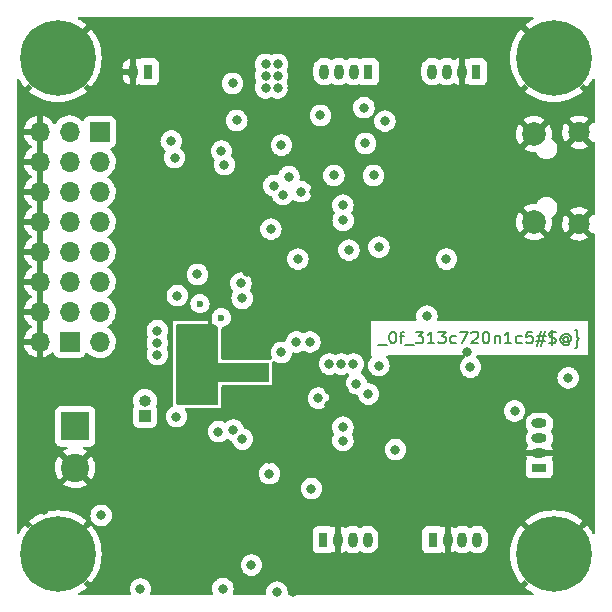
<source format=gbr>
G04 #@! TF.GenerationSoftware,KiCad,Pcbnew,(6.0.9)*
G04 #@! TF.CreationDate,2023-03-18T16:21:46+02:00*
G04 #@! TF.ProjectId,HadesMicro,48616465-734d-4696-9372-6f2e6b696361,rev?*
G04 #@! TF.SameCoordinates,Original*
G04 #@! TF.FileFunction,Copper,L2,Inr*
G04 #@! TF.FilePolarity,Positive*
%FSLAX46Y46*%
G04 Gerber Fmt 4.6, Leading zero omitted, Abs format (unit mm)*
G04 Created by KiCad (PCBNEW (6.0.9)) date 2023-03-18 16:21:46*
%MOMM*%
%LPD*%
G01*
G04 APERTURE LIST*
%ADD10C,0.200000*%
G04 #@! TA.AperFunction,NonConductor*
%ADD11C,0.200000*%
G04 #@! TD*
G04 #@! TA.AperFunction,ComponentPad*
%ADD12R,0.800000X1.300000*%
G04 #@! TD*
G04 #@! TA.AperFunction,ComponentPad*
%ADD13O,0.800000X1.300000*%
G04 #@! TD*
G04 #@! TA.AperFunction,ComponentPad*
%ADD14R,1.300000X0.800000*%
G04 #@! TD*
G04 #@! TA.AperFunction,ComponentPad*
%ADD15O,1.300000X0.800000*%
G04 #@! TD*
G04 #@! TA.AperFunction,ComponentPad*
%ADD16R,1.000000X1.000000*%
G04 #@! TD*
G04 #@! TA.AperFunction,ComponentPad*
%ADD17O,1.000000X1.000000*%
G04 #@! TD*
G04 #@! TA.AperFunction,ComponentPad*
%ADD18R,1.700000X1.700000*%
G04 #@! TD*
G04 #@! TA.AperFunction,ComponentPad*
%ADD19O,1.700000X1.700000*%
G04 #@! TD*
G04 #@! TA.AperFunction,ComponentPad*
%ADD20C,6.400000*%
G04 #@! TD*
G04 #@! TA.AperFunction,ComponentPad*
%ADD21C,0.800000*%
G04 #@! TD*
G04 #@! TA.AperFunction,ComponentPad*
%ADD22R,2.400000X2.400000*%
G04 #@! TD*
G04 #@! TA.AperFunction,ComponentPad*
%ADD23C,2.400000*%
G04 #@! TD*
G04 #@! TA.AperFunction,ComponentPad*
%ADD24C,1.800000*%
G04 #@! TD*
G04 #@! TA.AperFunction,ComponentPad*
%ADD25C,2.000000*%
G04 #@! TD*
G04 #@! TA.AperFunction,ViaPad*
%ADD26C,0.800000*%
G04 #@! TD*
G04 #@! TA.AperFunction,ViaPad*
%ADD27C,0.600000*%
G04 #@! TD*
G04 #@! TA.AperFunction,Conductor*
%ADD28C,0.350000*%
G04 #@! TD*
G04 APERTURE END LIST*
D10*
D11*
X51114761Y-48257619D02*
X51876666Y-48257619D01*
X52305238Y-47162380D02*
X52400476Y-47162380D01*
X52495714Y-47210000D01*
X52543333Y-47257619D01*
X52590952Y-47352857D01*
X52638571Y-47543333D01*
X52638571Y-47781428D01*
X52590952Y-47971904D01*
X52543333Y-48067142D01*
X52495714Y-48114761D01*
X52400476Y-48162380D01*
X52305238Y-48162380D01*
X52210000Y-48114761D01*
X52162380Y-48067142D01*
X52114761Y-47971904D01*
X52067142Y-47781428D01*
X52067142Y-47543333D01*
X52114761Y-47352857D01*
X52162380Y-47257619D01*
X52210000Y-47210000D01*
X52305238Y-47162380D01*
X52924285Y-47495714D02*
X53305238Y-47495714D01*
X53067142Y-48162380D02*
X53067142Y-47305238D01*
X53114761Y-47210000D01*
X53210000Y-47162380D01*
X53305238Y-47162380D01*
X53400476Y-48257619D02*
X54162380Y-48257619D01*
X54305238Y-47162380D02*
X54924285Y-47162380D01*
X54590952Y-47543333D01*
X54733809Y-47543333D01*
X54829047Y-47590952D01*
X54876666Y-47638571D01*
X54924285Y-47733809D01*
X54924285Y-47971904D01*
X54876666Y-48067142D01*
X54829047Y-48114761D01*
X54733809Y-48162380D01*
X54448095Y-48162380D01*
X54352857Y-48114761D01*
X54305238Y-48067142D01*
X55876666Y-48162380D02*
X55305238Y-48162380D01*
X55590952Y-48162380D02*
X55590952Y-47162380D01*
X55495714Y-47305238D01*
X55400476Y-47400476D01*
X55305238Y-47448095D01*
X56210000Y-47162380D02*
X56829047Y-47162380D01*
X56495714Y-47543333D01*
X56638571Y-47543333D01*
X56733809Y-47590952D01*
X56781428Y-47638571D01*
X56829047Y-47733809D01*
X56829047Y-47971904D01*
X56781428Y-48067142D01*
X56733809Y-48114761D01*
X56638571Y-48162380D01*
X56352857Y-48162380D01*
X56257619Y-48114761D01*
X56210000Y-48067142D01*
X57686190Y-48114761D02*
X57590952Y-48162380D01*
X57400476Y-48162380D01*
X57305238Y-48114761D01*
X57257619Y-48067142D01*
X57210000Y-47971904D01*
X57210000Y-47686190D01*
X57257619Y-47590952D01*
X57305238Y-47543333D01*
X57400476Y-47495714D01*
X57590952Y-47495714D01*
X57686190Y-47543333D01*
X58019523Y-47162380D02*
X58686190Y-47162380D01*
X58257619Y-48162380D01*
X59019523Y-47257619D02*
X59067142Y-47210000D01*
X59162380Y-47162380D01*
X59400476Y-47162380D01*
X59495714Y-47210000D01*
X59543333Y-47257619D01*
X59590952Y-47352857D01*
X59590952Y-47448095D01*
X59543333Y-47590952D01*
X58971904Y-48162380D01*
X59590952Y-48162380D01*
X60210000Y-47162380D02*
X60305238Y-47162380D01*
X60400476Y-47210000D01*
X60448095Y-47257619D01*
X60495714Y-47352857D01*
X60543333Y-47543333D01*
X60543333Y-47781428D01*
X60495714Y-47971904D01*
X60448095Y-48067142D01*
X60400476Y-48114761D01*
X60305238Y-48162380D01*
X60210000Y-48162380D01*
X60114761Y-48114761D01*
X60067142Y-48067142D01*
X60019523Y-47971904D01*
X59971904Y-47781428D01*
X59971904Y-47543333D01*
X60019523Y-47352857D01*
X60067142Y-47257619D01*
X60114761Y-47210000D01*
X60210000Y-47162380D01*
X60971904Y-47495714D02*
X60971904Y-48162380D01*
X60971904Y-47590952D02*
X61019523Y-47543333D01*
X61114761Y-47495714D01*
X61257619Y-47495714D01*
X61352857Y-47543333D01*
X61400476Y-47638571D01*
X61400476Y-48162380D01*
X62400476Y-48162380D02*
X61829047Y-48162380D01*
X62114761Y-48162380D02*
X62114761Y-47162380D01*
X62019523Y-47305238D01*
X61924285Y-47400476D01*
X61829047Y-47448095D01*
X63257619Y-48114761D02*
X63162380Y-48162380D01*
X62971904Y-48162380D01*
X62876666Y-48114761D01*
X62829047Y-48067142D01*
X62781428Y-47971904D01*
X62781428Y-47686190D01*
X62829047Y-47590952D01*
X62876666Y-47543333D01*
X62971904Y-47495714D01*
X63162380Y-47495714D01*
X63257619Y-47543333D01*
X64162380Y-47162380D02*
X63686190Y-47162380D01*
X63638571Y-47638571D01*
X63686190Y-47590952D01*
X63781428Y-47543333D01*
X64019523Y-47543333D01*
X64114761Y-47590952D01*
X64162380Y-47638571D01*
X64209999Y-47733809D01*
X64209999Y-47971904D01*
X64162380Y-48067142D01*
X64114761Y-48114761D01*
X64019523Y-48162380D01*
X63781428Y-48162380D01*
X63686190Y-48114761D01*
X63638571Y-48067142D01*
X64590952Y-47495714D02*
X65305238Y-47495714D01*
X64876666Y-47067142D02*
X64590952Y-48352857D01*
X65209999Y-47924285D02*
X64495714Y-47924285D01*
X64924285Y-48352857D02*
X65209999Y-47067142D01*
X65590952Y-48114761D02*
X65733809Y-48162380D01*
X65971904Y-48162380D01*
X66067142Y-48114761D01*
X66114761Y-48067142D01*
X66162380Y-47971904D01*
X66162380Y-47876666D01*
X66114761Y-47781428D01*
X66067142Y-47733809D01*
X65971904Y-47686190D01*
X65781428Y-47638571D01*
X65686190Y-47590952D01*
X65638571Y-47543333D01*
X65590952Y-47448095D01*
X65590952Y-47352857D01*
X65638571Y-47257619D01*
X65686190Y-47210000D01*
X65781428Y-47162380D01*
X66019523Y-47162380D01*
X66162380Y-47210000D01*
X65876666Y-47019523D02*
X65876666Y-48305238D01*
X67210000Y-47686190D02*
X67162380Y-47638571D01*
X67067142Y-47590952D01*
X66971904Y-47590952D01*
X66876666Y-47638571D01*
X66829047Y-47686190D01*
X66781428Y-47781428D01*
X66781428Y-47876666D01*
X66829047Y-47971904D01*
X66876666Y-48019523D01*
X66971904Y-48067142D01*
X67067142Y-48067142D01*
X67162380Y-48019523D01*
X67210000Y-47971904D01*
X67210000Y-47590952D02*
X67210000Y-47971904D01*
X67257619Y-48019523D01*
X67305238Y-48019523D01*
X67400476Y-47971904D01*
X67448095Y-47876666D01*
X67448095Y-47638571D01*
X67352857Y-47495714D01*
X67210000Y-47400476D01*
X67019523Y-47352857D01*
X66829047Y-47400476D01*
X66686190Y-47495714D01*
X66590952Y-47638571D01*
X66543333Y-47829047D01*
X66590952Y-48019523D01*
X66686190Y-48162380D01*
X66829047Y-48257619D01*
X67019523Y-48305238D01*
X67210000Y-48257619D01*
X67352857Y-48162380D01*
X67781428Y-48543333D02*
X67829047Y-48543333D01*
X67924285Y-48495714D01*
X67971904Y-48400476D01*
X67971904Y-47924285D01*
X68019523Y-47829047D01*
X68114761Y-47781428D01*
X68019523Y-47733809D01*
X67971904Y-47638571D01*
X67971904Y-47162380D01*
X67924285Y-47067142D01*
X67829047Y-47019523D01*
X67781428Y-47019523D01*
D12*
X46482000Y-64770000D03*
D13*
X47732000Y-64770000D03*
X48982000Y-64770000D03*
X50232000Y-64770000D03*
D12*
X55753000Y-64770000D03*
D13*
X57003000Y-64770000D03*
X58253000Y-64770000D03*
X59503000Y-64770000D03*
D14*
X64770000Y-58674000D03*
D15*
X64770000Y-57424000D03*
X64770000Y-56174000D03*
X64770000Y-54924000D03*
D16*
X31369000Y-54292500D03*
D17*
X31369000Y-53022500D03*
D18*
X25000000Y-48000000D03*
D19*
X22460000Y-48000000D03*
X25000000Y-45460000D03*
X22460000Y-45460000D03*
X25000000Y-42920000D03*
X22460000Y-42920000D03*
X25000000Y-40380000D03*
X22460000Y-40380000D03*
X25000000Y-37840000D03*
X22460000Y-37840000D03*
X25000000Y-35300000D03*
X22460000Y-35300000D03*
X25000000Y-32760000D03*
X22460000Y-32760000D03*
X25000000Y-30220000D03*
X22460000Y-30220000D03*
D18*
X27541220Y-30251400D03*
D19*
X27541220Y-32791400D03*
X27541220Y-35331400D03*
X27541220Y-37871400D03*
X27541220Y-40411400D03*
X27541220Y-42951400D03*
X27541220Y-45491400D03*
X27541220Y-48031400D03*
D12*
X50292000Y-25146000D03*
D13*
X49042000Y-25146000D03*
X47792000Y-25146000D03*
X46542000Y-25146000D03*
D12*
X31623000Y-25146000D03*
D13*
X30373000Y-25146000D03*
D20*
X24000000Y-66000000D03*
D21*
X24000000Y-63600000D03*
X24000000Y-68400000D03*
X22302944Y-67697056D03*
X21600000Y-66000000D03*
X26400000Y-66000000D03*
X22302944Y-64302944D03*
X25697056Y-64302944D03*
X25697056Y-67697056D03*
X66000000Y-68400000D03*
X68400000Y-66000000D03*
X64302944Y-67697056D03*
X67697056Y-67697056D03*
X63600000Y-66000000D03*
X67697056Y-64302944D03*
D20*
X66000000Y-66000000D03*
D21*
X66000000Y-63600000D03*
X64302944Y-64302944D03*
X64302944Y-25697056D03*
X64302944Y-22302944D03*
X63600000Y-24000000D03*
D20*
X66000000Y-24000000D03*
D21*
X67697056Y-25697056D03*
X66000000Y-26400000D03*
X68400000Y-24000000D03*
X66000000Y-21600000D03*
X67697056Y-22302944D03*
X25697056Y-22302944D03*
X25697056Y-25697056D03*
X24000000Y-21600000D03*
X26400000Y-24000000D03*
X22302944Y-25697056D03*
X22302944Y-22302944D03*
X21600000Y-24000000D03*
D20*
X24000000Y-24000000D03*
D21*
X24000000Y-26400000D03*
D12*
X59436000Y-25146000D03*
D13*
X58186000Y-25146000D03*
X56936000Y-25146000D03*
X55686000Y-25146000D03*
D22*
X25463500Y-55181500D03*
D23*
X25463500Y-58681500D03*
D24*
X68117000Y-30288000D03*
D25*
X64317000Y-30438000D03*
D24*
X68117000Y-38038000D03*
D25*
X64317000Y-37888000D03*
D26*
X41579800Y-24536400D03*
X38785800Y-26136600D03*
X41579800Y-25501600D03*
X41579800Y-26517600D03*
X42595800Y-24536400D03*
X42595800Y-25501600D03*
X42595800Y-26517600D03*
X35814000Y-42316400D03*
X45466000Y-60452000D03*
X50038000Y-31216600D03*
X44577000Y-35306000D03*
X27668500Y-62720500D03*
X50723800Y-33934400D03*
X67206000Y-51077000D03*
X33883600Y-32435800D03*
X51181000Y-40005000D03*
X34036000Y-54356000D03*
X42545000Y-69215000D03*
X48158400Y-37744400D03*
X34112200Y-44119800D03*
X52578000Y-57150000D03*
X39598600Y-44348400D03*
X41910000Y-59182000D03*
X30988000Y-68961000D03*
X39141400Y-29286200D03*
X37966400Y-68929000D03*
X55245000Y-45847000D03*
X46228000Y-28854400D03*
X42926000Y-31369000D03*
D27*
X36033900Y-44796900D03*
D26*
X33598800Y-31018800D03*
X48133000Y-36449000D03*
X44196000Y-48031400D03*
X38100000Y-33020000D03*
X37515800Y-21463000D03*
X36499800Y-21463000D03*
X39547800Y-21463000D03*
X60960000Y-62230000D03*
X40640000Y-21590000D03*
D27*
X58039000Y-34493200D03*
D26*
X50800000Y-21488400D03*
X46990000Y-53340000D03*
X43840400Y-26517600D03*
X52070000Y-62230000D03*
X57150000Y-68580000D03*
X59690000Y-41910000D03*
X53340000Y-60960000D03*
X36957000Y-60071000D03*
X52959000Y-37084000D03*
X58674000Y-48895000D03*
X55880000Y-68580000D03*
X58420000Y-21488400D03*
X38100000Y-67310000D03*
X63500000Y-40640000D03*
X48260000Y-53340000D03*
X41910000Y-21590000D03*
X41910000Y-60452000D03*
X67310000Y-40640000D03*
X62230000Y-59690000D03*
X45720000Y-21488400D03*
X60960000Y-59690000D03*
X57150000Y-21488400D03*
X68580000Y-32893000D03*
X53340000Y-62230000D03*
X52070000Y-60960000D03*
X46990000Y-52070000D03*
X62230000Y-62230000D03*
X68580000Y-40640000D03*
X48260000Y-52070000D03*
X46990000Y-54610000D03*
X66040000Y-40640000D03*
X59690000Y-29210000D03*
X29235400Y-23114000D03*
X33528000Y-45720000D03*
D27*
X34340800Y-52832000D03*
D26*
X58420000Y-43180000D03*
X45720000Y-35306000D03*
X58420000Y-29210000D03*
X62230000Y-60960000D03*
X38531800Y-21463000D03*
X63500000Y-62230000D03*
X50800000Y-68580000D03*
X58420000Y-30480000D03*
X50800000Y-55880000D03*
X50800000Y-54610000D03*
X21590000Y-62230000D03*
X59690000Y-30480000D03*
X57150000Y-29210000D03*
X60960000Y-60960000D03*
X29235400Y-25146000D03*
X27940000Y-52070000D03*
X41910000Y-57912000D03*
X68580000Y-57150000D03*
X57150000Y-30480000D03*
X68580000Y-35560000D03*
X57150000Y-31750000D03*
X29235400Y-24130000D03*
D27*
X29464000Y-62484000D03*
D26*
X49555400Y-21488400D03*
X36957000Y-58801000D03*
X43942000Y-69215000D03*
X31750000Y-67310000D03*
X40005000Y-42082000D03*
X68580000Y-55880000D03*
X26670000Y-52070000D03*
X46990000Y-21488400D03*
X48260000Y-68580000D03*
X62230000Y-40640000D03*
X59690000Y-43180000D03*
X52578000Y-59944000D03*
X59690000Y-68580000D03*
X55880000Y-21488400D03*
X68580000Y-50927000D03*
X33020000Y-67310000D03*
X43180000Y-21590000D03*
X68580000Y-34290000D03*
X30480000Y-67310000D03*
X49530000Y-68580000D03*
X55880000Y-30480000D03*
X44704000Y-44704000D03*
X54610000Y-29210000D03*
X68580000Y-54610000D03*
X48260000Y-21488400D03*
X60960000Y-41910000D03*
D27*
X37287200Y-46990000D03*
D26*
X55880000Y-31750000D03*
X22860000Y-62230000D03*
X38811200Y-47117000D03*
X58420000Y-68580000D03*
X45720000Y-54610000D03*
X66264000Y-32863000D03*
X36957000Y-57531000D03*
X55880000Y-29210000D03*
X68580000Y-58420000D03*
X42672000Y-54356000D03*
X29210000Y-52070000D03*
X44450000Y-54610000D03*
X64770000Y-40640000D03*
X58420000Y-41910000D03*
D27*
X37846000Y-45974000D03*
D26*
X37846000Y-31877000D03*
X48641000Y-40259000D03*
X42926000Y-48920400D03*
X46064001Y-52795001D03*
X39497000Y-43053202D03*
X32419000Y-48107600D03*
X32419000Y-47083000D03*
X32419000Y-49115000D03*
X58928000Y-50165000D03*
X51181000Y-50038000D03*
X48133000Y-55245000D03*
X48133000Y-56388000D03*
X62661800Y-53873400D03*
X40386000Y-66929000D03*
X39624000Y-56261000D03*
X46990000Y-49911000D03*
X42037000Y-38481000D03*
X48006000Y-49911000D03*
X44323000Y-41021000D03*
X49022000Y-49911000D03*
X47371000Y-33939000D03*
X38862000Y-55499000D03*
X49276000Y-51562000D03*
X49911000Y-28194000D03*
X51689000Y-29337000D03*
X50292000Y-52451000D03*
X56896000Y-41021000D03*
X43053000Y-35560000D03*
X42291000Y-34798000D03*
X43561000Y-34036000D03*
X37592000Y-55626000D03*
X45339000Y-48031400D03*
D28*
X36880800Y-46837600D02*
X36880800Y-45872400D01*
X37287200Y-46990000D02*
X37033200Y-46990000D01*
X36880800Y-45872400D02*
X36728400Y-45720000D01*
X36728400Y-45720000D02*
X33528000Y-45720000D01*
X37033200Y-46990000D02*
X36880800Y-46837600D01*
G04 #@! TA.AperFunction,Conductor*
G36*
X64228176Y-20528502D02*
G01*
X64274669Y-20582158D01*
X64284773Y-20652432D01*
X64255279Y-20717012D01*
X64217258Y-20746767D01*
X64146397Y-20782872D01*
X64140687Y-20786169D01*
X63820265Y-20994253D01*
X63814939Y-20998123D01*
X63576165Y-21191478D01*
X63567700Y-21203733D01*
X63574034Y-21214824D01*
X67150376Y-24791166D01*
X67184402Y-24853478D01*
X67179337Y-24924293D01*
X67135343Y-24982196D01*
X67092941Y-25013004D01*
X67085803Y-25018190D01*
X66972420Y-25144115D01*
X66911974Y-25181354D01*
X66840990Y-25180002D01*
X66789689Y-25148899D01*
X66012812Y-24372022D01*
X65998868Y-24364408D01*
X65997035Y-24364539D01*
X65990420Y-24368790D01*
X65210311Y-25148899D01*
X65147999Y-25182925D01*
X65077184Y-25177860D01*
X65027580Y-25144115D01*
X64914197Y-25018190D01*
X64907059Y-25013004D01*
X64864657Y-24982196D01*
X64821304Y-24925974D01*
X64815229Y-24855237D01*
X64849624Y-24791166D01*
X65627978Y-24012812D01*
X65635592Y-23998868D01*
X65635461Y-23997035D01*
X65631210Y-23990420D01*
X63215690Y-21574900D01*
X63202614Y-21567759D01*
X63192247Y-21575216D01*
X62998123Y-21814939D01*
X62994253Y-21820265D01*
X62786169Y-22140687D01*
X62782872Y-22146397D01*
X62609422Y-22486811D01*
X62606740Y-22492836D01*
X62469829Y-22849502D01*
X62467788Y-22855784D01*
X62368906Y-23224816D01*
X62367535Y-23231266D01*
X62307766Y-23608629D01*
X62307080Y-23615167D01*
X62287084Y-23996699D01*
X62287084Y-24003301D01*
X62307080Y-24384833D01*
X62307766Y-24391371D01*
X62367535Y-24768734D01*
X62368906Y-24775184D01*
X62467788Y-25144216D01*
X62469829Y-25150498D01*
X62606740Y-25507164D01*
X62609422Y-25513189D01*
X62782872Y-25853603D01*
X62786169Y-25859313D01*
X62994253Y-26179735D01*
X62998123Y-26185061D01*
X63191478Y-26423835D01*
X63203733Y-26432300D01*
X63214824Y-26425966D01*
X63395577Y-26245213D01*
X63457889Y-26211187D01*
X63528704Y-26216252D01*
X63578307Y-26249997D01*
X63691691Y-26375922D01*
X63697037Y-26379806D01*
X63697038Y-26379807D01*
X63741231Y-26411916D01*
X63784584Y-26468138D01*
X63790659Y-26538875D01*
X63756264Y-26602946D01*
X63574900Y-26784310D01*
X63567759Y-26797386D01*
X63575216Y-26807753D01*
X63814935Y-27001874D01*
X63820272Y-27005751D01*
X64140685Y-27213830D01*
X64146394Y-27217127D01*
X64486811Y-27390578D01*
X64492836Y-27393260D01*
X64849502Y-27530171D01*
X64855784Y-27532212D01*
X65224816Y-27631094D01*
X65231266Y-27632465D01*
X65608629Y-27692234D01*
X65615167Y-27692920D01*
X65996699Y-27712916D01*
X66003301Y-27712916D01*
X66384833Y-27692920D01*
X66391371Y-27692234D01*
X66768734Y-27632465D01*
X66775184Y-27631094D01*
X67144216Y-27532212D01*
X67150498Y-27530171D01*
X67507164Y-27393260D01*
X67513189Y-27390578D01*
X67853606Y-27217127D01*
X67859315Y-27213830D01*
X68179728Y-27005751D01*
X68185065Y-27001874D01*
X68423835Y-26808522D01*
X68432300Y-26796267D01*
X68425966Y-26785176D01*
X68243736Y-26602946D01*
X68209710Y-26540634D01*
X68214775Y-26469819D01*
X68258769Y-26411916D01*
X68302962Y-26379807D01*
X68302963Y-26379806D01*
X68308309Y-26375922D01*
X68421693Y-26249997D01*
X68482138Y-26212758D01*
X68553122Y-26214110D01*
X68604423Y-26245213D01*
X68784310Y-26425100D01*
X68797386Y-26432241D01*
X68807753Y-26424784D01*
X69001877Y-26185061D01*
X69005747Y-26179735D01*
X69213831Y-25859313D01*
X69217128Y-25853603D01*
X69253233Y-25782742D01*
X69301981Y-25731127D01*
X69370896Y-25714061D01*
X69438098Y-25736962D01*
X69482250Y-25792559D01*
X69491500Y-25839945D01*
X69491500Y-29405025D01*
X69471498Y-29473146D01*
X69417842Y-29519639D01*
X69347568Y-29529743D01*
X69283274Y-29500497D01*
X69275538Y-29493835D01*
X69265973Y-29498238D01*
X68489021Y-30275189D01*
X68481408Y-30289132D01*
X68481539Y-30290966D01*
X68485790Y-30297580D01*
X69263307Y-31075096D01*
X69275313Y-31081652D01*
X69289010Y-31071188D01*
X69355285Y-31045729D01*
X69424803Y-31060142D01*
X69475493Y-31109852D01*
X69491500Y-31171314D01*
X69491500Y-37155025D01*
X69471498Y-37223146D01*
X69417842Y-37269639D01*
X69347568Y-37279743D01*
X69283274Y-37250497D01*
X69275538Y-37243835D01*
X69265973Y-37248238D01*
X68489021Y-38025189D01*
X68481408Y-38039132D01*
X68481539Y-38040966D01*
X68485790Y-38047580D01*
X69263307Y-38825096D01*
X69275313Y-38831652D01*
X69289010Y-38821188D01*
X69355285Y-38795729D01*
X69424803Y-38810142D01*
X69475493Y-38859852D01*
X69491500Y-38921314D01*
X69491500Y-64160055D01*
X69471498Y-64228176D01*
X69417842Y-64274669D01*
X69347568Y-64284773D01*
X69282988Y-64255279D01*
X69253233Y-64217258D01*
X69217128Y-64146397D01*
X69213831Y-64140687D01*
X69005747Y-63820265D01*
X69001877Y-63814939D01*
X68808522Y-63576165D01*
X68796267Y-63567700D01*
X68785176Y-63574034D01*
X68604423Y-63754787D01*
X68542111Y-63788813D01*
X68471296Y-63783748D01*
X68421692Y-63750003D01*
X68406169Y-63732763D01*
X68308309Y-63624078D01*
X68302962Y-63620193D01*
X68258769Y-63588084D01*
X68215416Y-63531862D01*
X68209341Y-63461125D01*
X68243736Y-63397054D01*
X68425100Y-63215690D01*
X68432241Y-63202614D01*
X68424784Y-63192247D01*
X68185065Y-62998126D01*
X68179728Y-62994249D01*
X67859315Y-62786170D01*
X67853606Y-62782873D01*
X67513189Y-62609422D01*
X67507164Y-62606740D01*
X67150498Y-62469829D01*
X67144216Y-62467788D01*
X66775184Y-62368906D01*
X66768734Y-62367535D01*
X66391371Y-62307766D01*
X66384833Y-62307080D01*
X66003301Y-62287084D01*
X65996699Y-62287084D01*
X65615167Y-62307080D01*
X65608629Y-62307766D01*
X65231266Y-62367535D01*
X65224816Y-62368906D01*
X64855784Y-62467788D01*
X64849502Y-62469829D01*
X64492836Y-62606740D01*
X64486811Y-62609422D01*
X64146397Y-62782872D01*
X64140687Y-62786169D01*
X63820265Y-62994253D01*
X63814939Y-62998123D01*
X63576165Y-63191478D01*
X63567700Y-63203733D01*
X63574034Y-63214824D01*
X65987188Y-65627978D01*
X66001132Y-65635592D01*
X66002965Y-65635461D01*
X66009580Y-65631210D01*
X66789689Y-64851101D01*
X66852001Y-64817075D01*
X66922816Y-64822140D01*
X66972419Y-64855885D01*
X67085803Y-64981810D01*
X67091149Y-64985694D01*
X67091150Y-64985695D01*
X67135343Y-65017804D01*
X67178696Y-65074026D01*
X67184771Y-65144763D01*
X67150376Y-65208834D01*
X65210311Y-67148899D01*
X65147999Y-67182925D01*
X65077184Y-67177860D01*
X65027580Y-67144115D01*
X64914197Y-67018190D01*
X64907782Y-67013529D01*
X64864657Y-66982196D01*
X64821304Y-66925974D01*
X64815229Y-66855237D01*
X64849624Y-66791166D01*
X65627978Y-66012812D01*
X65635592Y-65998868D01*
X65635461Y-65997035D01*
X65631210Y-65990420D01*
X63215690Y-63574900D01*
X63202614Y-63567759D01*
X63192247Y-63575216D01*
X62998123Y-63814939D01*
X62994253Y-63820265D01*
X62786169Y-64140687D01*
X62782872Y-64146397D01*
X62609422Y-64486811D01*
X62606740Y-64492836D01*
X62469829Y-64849502D01*
X62467788Y-64855784D01*
X62368906Y-65224816D01*
X62367535Y-65231266D01*
X62307766Y-65608629D01*
X62307080Y-65615167D01*
X62287084Y-65996699D01*
X62287084Y-66003301D01*
X62307080Y-66384833D01*
X62307766Y-66391371D01*
X62367535Y-66768734D01*
X62368906Y-66775184D01*
X62467788Y-67144216D01*
X62469829Y-67150498D01*
X62606740Y-67507164D01*
X62609422Y-67513189D01*
X62782872Y-67853603D01*
X62786169Y-67859313D01*
X62994253Y-68179735D01*
X62998123Y-68185061D01*
X63191478Y-68423835D01*
X63203733Y-68432300D01*
X63214824Y-68425966D01*
X63395577Y-68245213D01*
X63457889Y-68211187D01*
X63528704Y-68216252D01*
X63578307Y-68249997D01*
X63691691Y-68375922D01*
X63697037Y-68379806D01*
X63697038Y-68379807D01*
X63741231Y-68411916D01*
X63784584Y-68468138D01*
X63790659Y-68538875D01*
X63756264Y-68602946D01*
X63574900Y-68784310D01*
X63567759Y-68797386D01*
X63575216Y-68807753D01*
X63814935Y-69001874D01*
X63820272Y-69005751D01*
X64140685Y-69213830D01*
X64146394Y-69217126D01*
X64217257Y-69253233D01*
X64268872Y-69301981D01*
X64285938Y-69370896D01*
X64263037Y-69438098D01*
X64207440Y-69482250D01*
X64160054Y-69491500D01*
X43569380Y-69491500D01*
X43501259Y-69471498D01*
X43454766Y-69417842D01*
X43444070Y-69352329D01*
X43444571Y-69347568D01*
X43458504Y-69215000D01*
X43438542Y-69025072D01*
X43379527Y-68843444D01*
X43284040Y-68678056D01*
X43204254Y-68589444D01*
X43160675Y-68541045D01*
X43160674Y-68541044D01*
X43156253Y-68536134D01*
X43057157Y-68464136D01*
X43007094Y-68427763D01*
X43007093Y-68427762D01*
X43001752Y-68423882D01*
X42995724Y-68421198D01*
X42995722Y-68421197D01*
X42833319Y-68348891D01*
X42833318Y-68348891D01*
X42827288Y-68346206D01*
X42733888Y-68326353D01*
X42646944Y-68307872D01*
X42646939Y-68307872D01*
X42640487Y-68306500D01*
X42449513Y-68306500D01*
X42443061Y-68307872D01*
X42443056Y-68307872D01*
X42356112Y-68326353D01*
X42262712Y-68346206D01*
X42256682Y-68348891D01*
X42256681Y-68348891D01*
X42094278Y-68421197D01*
X42094276Y-68421198D01*
X42088248Y-68423882D01*
X42082907Y-68427762D01*
X42082906Y-68427763D01*
X42032843Y-68464136D01*
X41933747Y-68536134D01*
X41929326Y-68541044D01*
X41929325Y-68541045D01*
X41885747Y-68589444D01*
X41805960Y-68678056D01*
X41710473Y-68843444D01*
X41651458Y-69025072D01*
X41631496Y-69215000D01*
X41645430Y-69347568D01*
X41645930Y-69352329D01*
X41633158Y-69422168D01*
X41584656Y-69474014D01*
X41520620Y-69491500D01*
X38908924Y-69491500D01*
X38840803Y-69471498D01*
X38794310Y-69417842D01*
X38784206Y-69347568D01*
X38796212Y-69312874D01*
X38794939Y-69312307D01*
X38797623Y-69306279D01*
X38800927Y-69300556D01*
X38859942Y-69118928D01*
X38879904Y-68929000D01*
X38870310Y-68837721D01*
X38860632Y-68745635D01*
X38860632Y-68745633D01*
X38859942Y-68739072D01*
X38800927Y-68557444D01*
X38705440Y-68392056D01*
X38629641Y-68307872D01*
X38582075Y-68255045D01*
X38582074Y-68255044D01*
X38577653Y-68250134D01*
X38467196Y-68169882D01*
X38428494Y-68141763D01*
X38428493Y-68141762D01*
X38423152Y-68137882D01*
X38417124Y-68135198D01*
X38417122Y-68135197D01*
X38254719Y-68062891D01*
X38254718Y-68062891D01*
X38248688Y-68060206D01*
X38155287Y-68040353D01*
X38068344Y-68021872D01*
X38068339Y-68021872D01*
X38061887Y-68020500D01*
X37870913Y-68020500D01*
X37864461Y-68021872D01*
X37864456Y-68021872D01*
X37777513Y-68040353D01*
X37684112Y-68060206D01*
X37678082Y-68062891D01*
X37678081Y-68062891D01*
X37515678Y-68135197D01*
X37515676Y-68135198D01*
X37509648Y-68137882D01*
X37504307Y-68141762D01*
X37504306Y-68141763D01*
X37465604Y-68169882D01*
X37355147Y-68250134D01*
X37350726Y-68255044D01*
X37350725Y-68255045D01*
X37303160Y-68307872D01*
X37227360Y-68392056D01*
X37131873Y-68557444D01*
X37072858Y-68739072D01*
X37072168Y-68745633D01*
X37072168Y-68745635D01*
X37062490Y-68837721D01*
X37052896Y-68929000D01*
X37072858Y-69118928D01*
X37131873Y-69300556D01*
X37135177Y-69306279D01*
X37137861Y-69312307D01*
X37135620Y-69313305D01*
X37149732Y-69371513D01*
X37126502Y-69438602D01*
X37070689Y-69482481D01*
X37023876Y-69491500D01*
X31944307Y-69491500D01*
X31876186Y-69471498D01*
X31829693Y-69417842D01*
X31819589Y-69347568D01*
X31824474Y-69326564D01*
X31879502Y-69157206D01*
X31881542Y-69150928D01*
X31884246Y-69125206D01*
X31900814Y-68967565D01*
X31901504Y-68961000D01*
X31884190Y-68796267D01*
X31882232Y-68777635D01*
X31882232Y-68777633D01*
X31881542Y-68771072D01*
X31822527Y-68589444D01*
X31807681Y-68563729D01*
X31752491Y-68468138D01*
X31727040Y-68424056D01*
X31599253Y-68282134D01*
X31465644Y-68185061D01*
X31450094Y-68173763D01*
X31450093Y-68173762D01*
X31444752Y-68169882D01*
X31438724Y-68167198D01*
X31438722Y-68167197D01*
X31276319Y-68094891D01*
X31276318Y-68094891D01*
X31270288Y-68092206D01*
X31159288Y-68068612D01*
X31089944Y-68053872D01*
X31089939Y-68053872D01*
X31083487Y-68052500D01*
X30892513Y-68052500D01*
X30886061Y-68053872D01*
X30886056Y-68053872D01*
X30816712Y-68068612D01*
X30705712Y-68092206D01*
X30699682Y-68094891D01*
X30699681Y-68094891D01*
X30537278Y-68167197D01*
X30537276Y-68167198D01*
X30531248Y-68169882D01*
X30525907Y-68173762D01*
X30525906Y-68173763D01*
X30510356Y-68185061D01*
X30376747Y-68282134D01*
X30248960Y-68424056D01*
X30223509Y-68468138D01*
X30168320Y-68563729D01*
X30153473Y-68589444D01*
X30094458Y-68771072D01*
X30093768Y-68777633D01*
X30093768Y-68777635D01*
X30091810Y-68796267D01*
X30074496Y-68961000D01*
X30075186Y-68967565D01*
X30091755Y-69125206D01*
X30094458Y-69150928D01*
X30096498Y-69157206D01*
X30151526Y-69326564D01*
X30153554Y-69397531D01*
X30116891Y-69458329D01*
X30053179Y-69489655D01*
X30031693Y-69491500D01*
X25839946Y-69491500D01*
X25771825Y-69471498D01*
X25725332Y-69417842D01*
X25715228Y-69347568D01*
X25744722Y-69282988D01*
X25782743Y-69253233D01*
X25853606Y-69217126D01*
X25859315Y-69213830D01*
X26179728Y-69005751D01*
X26185065Y-69001874D01*
X26423835Y-68808522D01*
X26432300Y-68796267D01*
X26425966Y-68785176D01*
X26243736Y-68602946D01*
X26209710Y-68540634D01*
X26214775Y-68469819D01*
X26258769Y-68411916D01*
X26302962Y-68379807D01*
X26302963Y-68379806D01*
X26308309Y-68375922D01*
X26421693Y-68249997D01*
X26482138Y-68212758D01*
X26553122Y-68214110D01*
X26604423Y-68245213D01*
X26784310Y-68425100D01*
X26797386Y-68432241D01*
X26807753Y-68424784D01*
X27001877Y-68185061D01*
X27005747Y-68179735D01*
X27213831Y-67859313D01*
X27217128Y-67853603D01*
X27390578Y-67513189D01*
X27393260Y-67507164D01*
X27530171Y-67150498D01*
X27532212Y-67144216D01*
X27589879Y-66929000D01*
X39472496Y-66929000D01*
X39492458Y-67118928D01*
X39551473Y-67300556D01*
X39646960Y-67465944D01*
X39651378Y-67470851D01*
X39651379Y-67470852D01*
X39705722Y-67531206D01*
X39774747Y-67607866D01*
X39929248Y-67720118D01*
X39935276Y-67722802D01*
X39935278Y-67722803D01*
X40097681Y-67795109D01*
X40103712Y-67797794D01*
X40197113Y-67817647D01*
X40284056Y-67836128D01*
X40284061Y-67836128D01*
X40290513Y-67837500D01*
X40481487Y-67837500D01*
X40487939Y-67836128D01*
X40487944Y-67836128D01*
X40574887Y-67817647D01*
X40668288Y-67797794D01*
X40674319Y-67795109D01*
X40836722Y-67722803D01*
X40836724Y-67722802D01*
X40842752Y-67720118D01*
X40997253Y-67607866D01*
X41066278Y-67531206D01*
X41120621Y-67470852D01*
X41120622Y-67470851D01*
X41125040Y-67465944D01*
X41220527Y-67300556D01*
X41279542Y-67118928D01*
X41299504Y-66929000D01*
X41284226Y-66783639D01*
X41280232Y-66745635D01*
X41280232Y-66745633D01*
X41279542Y-66739072D01*
X41220527Y-66557444D01*
X41125040Y-66392056D01*
X41118537Y-66384833D01*
X41001675Y-66255045D01*
X41001674Y-66255044D01*
X40997253Y-66250134D01*
X40842752Y-66137882D01*
X40836724Y-66135198D01*
X40836722Y-66135197D01*
X40674319Y-66062891D01*
X40674318Y-66062891D01*
X40668288Y-66060206D01*
X40574888Y-66040353D01*
X40487944Y-66021872D01*
X40487939Y-66021872D01*
X40481487Y-66020500D01*
X40290513Y-66020500D01*
X40284061Y-66021872D01*
X40284056Y-66021872D01*
X40197112Y-66040353D01*
X40103712Y-66060206D01*
X40097682Y-66062891D01*
X40097681Y-66062891D01*
X39935278Y-66135197D01*
X39935276Y-66135198D01*
X39929248Y-66137882D01*
X39774747Y-66250134D01*
X39770326Y-66255044D01*
X39770325Y-66255045D01*
X39653464Y-66384833D01*
X39646960Y-66392056D01*
X39551473Y-66557444D01*
X39492458Y-66739072D01*
X39491768Y-66745633D01*
X39491768Y-66745635D01*
X39487774Y-66783639D01*
X39472496Y-66929000D01*
X27589879Y-66929000D01*
X27631094Y-66775184D01*
X27632465Y-66768734D01*
X27692234Y-66391371D01*
X27692920Y-66384833D01*
X27712916Y-66003301D01*
X27712916Y-65996699D01*
X27692920Y-65615167D01*
X27692234Y-65608629D01*
X27669982Y-65468134D01*
X45573500Y-65468134D01*
X45580255Y-65530316D01*
X45631385Y-65666705D01*
X45718739Y-65783261D01*
X45835295Y-65870615D01*
X45971684Y-65921745D01*
X46033866Y-65928500D01*
X46930134Y-65928500D01*
X46992316Y-65921745D01*
X47128705Y-65870615D01*
X47151368Y-65853630D01*
X47174364Y-65836396D01*
X47240871Y-65811549D01*
X47301177Y-65822116D01*
X47443839Y-65885633D01*
X47456325Y-65889690D01*
X47460278Y-65890530D01*
X47474341Y-65889457D01*
X47478000Y-65879503D01*
X47478000Y-65876182D01*
X47986000Y-65876182D01*
X47989973Y-65889713D01*
X48000468Y-65891222D01*
X48007675Y-65889690D01*
X48020161Y-65885633D01*
X48182471Y-65813368D01*
X48193843Y-65806802D01*
X48282515Y-65742378D01*
X48349383Y-65718519D01*
X48418534Y-65734600D01*
X48430620Y-65742366D01*
X48525248Y-65811118D01*
X48531276Y-65813802D01*
X48531278Y-65813803D01*
X48678844Y-65879503D01*
X48699712Y-65888794D01*
X48793112Y-65908647D01*
X48880056Y-65927128D01*
X48880061Y-65927128D01*
X48886513Y-65928500D01*
X49077487Y-65928500D01*
X49083939Y-65927128D01*
X49083944Y-65927128D01*
X49170888Y-65908647D01*
X49264288Y-65888794D01*
X49285156Y-65879503D01*
X49432722Y-65813803D01*
X49432724Y-65813802D01*
X49438752Y-65811118D01*
X49444693Y-65806802D01*
X49532939Y-65742687D01*
X49599807Y-65718828D01*
X49668958Y-65734909D01*
X49681061Y-65742687D01*
X49769308Y-65806802D01*
X49775248Y-65811118D01*
X49781276Y-65813802D01*
X49781278Y-65813803D01*
X49928844Y-65879503D01*
X49949712Y-65888794D01*
X50043112Y-65908647D01*
X50130056Y-65927128D01*
X50130061Y-65927128D01*
X50136513Y-65928500D01*
X50327487Y-65928500D01*
X50333939Y-65927128D01*
X50333944Y-65927128D01*
X50420888Y-65908647D01*
X50514288Y-65888794D01*
X50535156Y-65879503D01*
X50682722Y-65813803D01*
X50682724Y-65813802D01*
X50688752Y-65811118D01*
X50694693Y-65806802D01*
X50793644Y-65734909D01*
X50843253Y-65698866D01*
X50872211Y-65666705D01*
X50966621Y-65561852D01*
X50966622Y-65561851D01*
X50971040Y-65556944D01*
X51022315Y-65468134D01*
X54844500Y-65468134D01*
X54851255Y-65530316D01*
X54902385Y-65666705D01*
X54989739Y-65783261D01*
X55106295Y-65870615D01*
X55242684Y-65921745D01*
X55304866Y-65928500D01*
X56201134Y-65928500D01*
X56263316Y-65921745D01*
X56399705Y-65870615D01*
X56422368Y-65853630D01*
X56445364Y-65836396D01*
X56511871Y-65811549D01*
X56572177Y-65822116D01*
X56714839Y-65885633D01*
X56727325Y-65889690D01*
X56731278Y-65890530D01*
X56745341Y-65889457D01*
X56749000Y-65879503D01*
X56749000Y-65876182D01*
X57257000Y-65876182D01*
X57260973Y-65889713D01*
X57271468Y-65891222D01*
X57278675Y-65889690D01*
X57291161Y-65885633D01*
X57453471Y-65813368D01*
X57464843Y-65806802D01*
X57553515Y-65742378D01*
X57620383Y-65718519D01*
X57689534Y-65734600D01*
X57701620Y-65742366D01*
X57796248Y-65811118D01*
X57802276Y-65813802D01*
X57802278Y-65813803D01*
X57949844Y-65879503D01*
X57970712Y-65888794D01*
X58064112Y-65908647D01*
X58151056Y-65927128D01*
X58151061Y-65927128D01*
X58157513Y-65928500D01*
X58348487Y-65928500D01*
X58354939Y-65927128D01*
X58354944Y-65927128D01*
X58441888Y-65908647D01*
X58535288Y-65888794D01*
X58556156Y-65879503D01*
X58703722Y-65813803D01*
X58703724Y-65813802D01*
X58709752Y-65811118D01*
X58715693Y-65806802D01*
X58803939Y-65742687D01*
X58870807Y-65718828D01*
X58939958Y-65734909D01*
X58952061Y-65742687D01*
X59040308Y-65806802D01*
X59046248Y-65811118D01*
X59052276Y-65813802D01*
X59052278Y-65813803D01*
X59199844Y-65879503D01*
X59220712Y-65888794D01*
X59314112Y-65908647D01*
X59401056Y-65927128D01*
X59401061Y-65927128D01*
X59407513Y-65928500D01*
X59598487Y-65928500D01*
X59604939Y-65927128D01*
X59604944Y-65927128D01*
X59691888Y-65908647D01*
X59785288Y-65888794D01*
X59806156Y-65879503D01*
X59953722Y-65813803D01*
X59953724Y-65813802D01*
X59959752Y-65811118D01*
X59965693Y-65806802D01*
X60064644Y-65734909D01*
X60114253Y-65698866D01*
X60143211Y-65666705D01*
X60237621Y-65561852D01*
X60237622Y-65561851D01*
X60242040Y-65556944D01*
X60337527Y-65391556D01*
X60396542Y-65209928D01*
X60411500Y-65067610D01*
X60411500Y-64472390D01*
X60396542Y-64330072D01*
X60337527Y-64148444D01*
X60333049Y-64140687D01*
X60261949Y-64017540D01*
X60242040Y-63983056D01*
X60231686Y-63971556D01*
X60118675Y-63846045D01*
X60118674Y-63846044D01*
X60114253Y-63841134D01*
X59995407Y-63754787D01*
X59965094Y-63732763D01*
X59965093Y-63732762D01*
X59959752Y-63728882D01*
X59953724Y-63726198D01*
X59953722Y-63726197D01*
X59791319Y-63653891D01*
X59791318Y-63653891D01*
X59785288Y-63651206D01*
X59657662Y-63624078D01*
X59604944Y-63612872D01*
X59604939Y-63612872D01*
X59598487Y-63611500D01*
X59407513Y-63611500D01*
X59401061Y-63612872D01*
X59401056Y-63612872D01*
X59348338Y-63624078D01*
X59220712Y-63651206D01*
X59214682Y-63653891D01*
X59214681Y-63653891D01*
X59052278Y-63726197D01*
X59052276Y-63726198D01*
X59046248Y-63728882D01*
X59040907Y-63732762D01*
X59040906Y-63732763D01*
X58952061Y-63797313D01*
X58885193Y-63821172D01*
X58816042Y-63805091D01*
X58803939Y-63797313D01*
X58715094Y-63732763D01*
X58715093Y-63732762D01*
X58709752Y-63728882D01*
X58703724Y-63726198D01*
X58703722Y-63726197D01*
X58541319Y-63653891D01*
X58541318Y-63653891D01*
X58535288Y-63651206D01*
X58407662Y-63624078D01*
X58354944Y-63612872D01*
X58354939Y-63612872D01*
X58348487Y-63611500D01*
X58157513Y-63611500D01*
X58151061Y-63612872D01*
X58151056Y-63612872D01*
X58098338Y-63624078D01*
X57970712Y-63651206D01*
X57964682Y-63653891D01*
X57964681Y-63653891D01*
X57802278Y-63726197D01*
X57802276Y-63726198D01*
X57796248Y-63728882D01*
X57701634Y-63797623D01*
X57634770Y-63821480D01*
X57565618Y-63805400D01*
X57553515Y-63797622D01*
X57464843Y-63733198D01*
X57453471Y-63726632D01*
X57291161Y-63654367D01*
X57278675Y-63650310D01*
X57274722Y-63649470D01*
X57260659Y-63650543D01*
X57257000Y-63660497D01*
X57257000Y-65876182D01*
X56749000Y-65876182D01*
X56749000Y-63663818D01*
X56745027Y-63650287D01*
X56734532Y-63648778D01*
X56727325Y-63650310D01*
X56714839Y-63654367D01*
X56572177Y-63717884D01*
X56501810Y-63727318D01*
X56445364Y-63703604D01*
X56422368Y-63686370D01*
X56399705Y-63669385D01*
X56263316Y-63618255D01*
X56201134Y-63611500D01*
X55304866Y-63611500D01*
X55242684Y-63618255D01*
X55106295Y-63669385D01*
X54989739Y-63756739D01*
X54902385Y-63873295D01*
X54851255Y-64009684D01*
X54844500Y-64071866D01*
X54844500Y-65468134D01*
X51022315Y-65468134D01*
X51066527Y-65391556D01*
X51125542Y-65209928D01*
X51140500Y-65067610D01*
X51140500Y-64472390D01*
X51125542Y-64330072D01*
X51066527Y-64148444D01*
X51062049Y-64140687D01*
X50990949Y-64017540D01*
X50971040Y-63983056D01*
X50960686Y-63971556D01*
X50847675Y-63846045D01*
X50847674Y-63846044D01*
X50843253Y-63841134D01*
X50724407Y-63754787D01*
X50694094Y-63732763D01*
X50694093Y-63732762D01*
X50688752Y-63728882D01*
X50682724Y-63726198D01*
X50682722Y-63726197D01*
X50520319Y-63653891D01*
X50520318Y-63653891D01*
X50514288Y-63651206D01*
X50386662Y-63624078D01*
X50333944Y-63612872D01*
X50333939Y-63612872D01*
X50327487Y-63611500D01*
X50136513Y-63611500D01*
X50130061Y-63612872D01*
X50130056Y-63612872D01*
X50077338Y-63624078D01*
X49949712Y-63651206D01*
X49943682Y-63653891D01*
X49943681Y-63653891D01*
X49781278Y-63726197D01*
X49781276Y-63726198D01*
X49775248Y-63728882D01*
X49769907Y-63732762D01*
X49769906Y-63732763D01*
X49681061Y-63797313D01*
X49614193Y-63821172D01*
X49545042Y-63805091D01*
X49532939Y-63797313D01*
X49444094Y-63732763D01*
X49444093Y-63732762D01*
X49438752Y-63728882D01*
X49432724Y-63726198D01*
X49432722Y-63726197D01*
X49270319Y-63653891D01*
X49270318Y-63653891D01*
X49264288Y-63651206D01*
X49136662Y-63624078D01*
X49083944Y-63612872D01*
X49083939Y-63612872D01*
X49077487Y-63611500D01*
X48886513Y-63611500D01*
X48880061Y-63612872D01*
X48880056Y-63612872D01*
X48827338Y-63624078D01*
X48699712Y-63651206D01*
X48693682Y-63653891D01*
X48693681Y-63653891D01*
X48531278Y-63726197D01*
X48531276Y-63726198D01*
X48525248Y-63728882D01*
X48430634Y-63797623D01*
X48363770Y-63821480D01*
X48294618Y-63805400D01*
X48282515Y-63797622D01*
X48193843Y-63733198D01*
X48182471Y-63726632D01*
X48020161Y-63654367D01*
X48007675Y-63650310D01*
X48003722Y-63649470D01*
X47989659Y-63650543D01*
X47986000Y-63660497D01*
X47986000Y-65876182D01*
X47478000Y-65876182D01*
X47478000Y-63663818D01*
X47474027Y-63650287D01*
X47463532Y-63648778D01*
X47456325Y-63650310D01*
X47443839Y-63654367D01*
X47301177Y-63717884D01*
X47230810Y-63727318D01*
X47174364Y-63703604D01*
X47151368Y-63686370D01*
X47128705Y-63669385D01*
X46992316Y-63618255D01*
X46930134Y-63611500D01*
X46033866Y-63611500D01*
X45971684Y-63618255D01*
X45835295Y-63669385D01*
X45718739Y-63756739D01*
X45631385Y-63873295D01*
X45580255Y-64009684D01*
X45573500Y-64071866D01*
X45573500Y-65468134D01*
X27669982Y-65468134D01*
X27632465Y-65231266D01*
X27631094Y-65224816D01*
X27532212Y-64855784D01*
X27530171Y-64849502D01*
X27393260Y-64492836D01*
X27390578Y-64486811D01*
X27217128Y-64146397D01*
X27213831Y-64140687D01*
X27005747Y-63820265D01*
X27001877Y-63814939D01*
X26808522Y-63576165D01*
X26796267Y-63567700D01*
X26785176Y-63574034D01*
X26604423Y-63754787D01*
X26542111Y-63788813D01*
X26471296Y-63783748D01*
X26421692Y-63750003D01*
X26406169Y-63732763D01*
X26308309Y-63624078D01*
X26302962Y-63620193D01*
X26258769Y-63588084D01*
X26215416Y-63531862D01*
X26209341Y-63461125D01*
X26243736Y-63397054D01*
X26425100Y-63215690D01*
X26432241Y-63202614D01*
X26424784Y-63192247D01*
X26185065Y-62998126D01*
X26179728Y-62994249D01*
X25859315Y-62786170D01*
X25853606Y-62782873D01*
X25731192Y-62720500D01*
X26754996Y-62720500D01*
X26774958Y-62910428D01*
X26833973Y-63092056D01*
X26929460Y-63257444D01*
X27057247Y-63399366D01*
X27211748Y-63511618D01*
X27217776Y-63514302D01*
X27217778Y-63514303D01*
X27380181Y-63586609D01*
X27386212Y-63589294D01*
X27479612Y-63609147D01*
X27566556Y-63627628D01*
X27566561Y-63627628D01*
X27573013Y-63629000D01*
X27763987Y-63629000D01*
X27770439Y-63627628D01*
X27770444Y-63627628D01*
X27857388Y-63609147D01*
X27950788Y-63589294D01*
X27956819Y-63586609D01*
X28119222Y-63514303D01*
X28119224Y-63514302D01*
X28125252Y-63511618D01*
X28279753Y-63399366D01*
X28407540Y-63257444D01*
X28503027Y-63092056D01*
X28562042Y-62910428D01*
X28582004Y-62720500D01*
X28570329Y-62609422D01*
X28562732Y-62537135D01*
X28562732Y-62537133D01*
X28562042Y-62530572D01*
X28503027Y-62348944D01*
X28407540Y-62183556D01*
X28279753Y-62041634D01*
X28125252Y-61929382D01*
X28119224Y-61926698D01*
X28119222Y-61926697D01*
X27956819Y-61854391D01*
X27956818Y-61854391D01*
X27950788Y-61851706D01*
X27857387Y-61831853D01*
X27770444Y-61813372D01*
X27770439Y-61813372D01*
X27763987Y-61812000D01*
X27573013Y-61812000D01*
X27566561Y-61813372D01*
X27566556Y-61813372D01*
X27479613Y-61831853D01*
X27386212Y-61851706D01*
X27380182Y-61854391D01*
X27380181Y-61854391D01*
X27217778Y-61926697D01*
X27217776Y-61926698D01*
X27211748Y-61929382D01*
X27057247Y-62041634D01*
X26929460Y-62183556D01*
X26833973Y-62348944D01*
X26774958Y-62530572D01*
X26774268Y-62537133D01*
X26774268Y-62537135D01*
X26766671Y-62609422D01*
X26754996Y-62720500D01*
X25731192Y-62720500D01*
X25513189Y-62609422D01*
X25507164Y-62606740D01*
X25150498Y-62469829D01*
X25144216Y-62467788D01*
X24775184Y-62368906D01*
X24768734Y-62367535D01*
X24391371Y-62307766D01*
X24384833Y-62307080D01*
X24003301Y-62287084D01*
X23996699Y-62287084D01*
X23615167Y-62307080D01*
X23608629Y-62307766D01*
X23231266Y-62367535D01*
X23224816Y-62368906D01*
X22855784Y-62467788D01*
X22849502Y-62469829D01*
X22492836Y-62606740D01*
X22486811Y-62609422D01*
X22146397Y-62782872D01*
X22140687Y-62786169D01*
X21820265Y-62994253D01*
X21814939Y-62998123D01*
X21576165Y-63191478D01*
X21567700Y-63203733D01*
X21574034Y-63214824D01*
X21756264Y-63397054D01*
X21790290Y-63459366D01*
X21785225Y-63530181D01*
X21741231Y-63588084D01*
X21697038Y-63620193D01*
X21691691Y-63624078D01*
X21593831Y-63732763D01*
X21578308Y-63750003D01*
X21517862Y-63787242D01*
X21446878Y-63785890D01*
X21395577Y-63754787D01*
X21215690Y-63574900D01*
X21202614Y-63567759D01*
X21192247Y-63575216D01*
X20998123Y-63814939D01*
X20994253Y-63820265D01*
X20786169Y-64140687D01*
X20782872Y-64146397D01*
X20746767Y-64217258D01*
X20698019Y-64268873D01*
X20629104Y-64285939D01*
X20561902Y-64263038D01*
X20517750Y-64207441D01*
X20508500Y-64160055D01*
X20508500Y-60452000D01*
X44552496Y-60452000D01*
X44572458Y-60641928D01*
X44631473Y-60823556D01*
X44726960Y-60988944D01*
X44854747Y-61130866D01*
X45009248Y-61243118D01*
X45015276Y-61245802D01*
X45015278Y-61245803D01*
X45177681Y-61318109D01*
X45183712Y-61320794D01*
X45277113Y-61340647D01*
X45364056Y-61359128D01*
X45364061Y-61359128D01*
X45370513Y-61360500D01*
X45561487Y-61360500D01*
X45567939Y-61359128D01*
X45567944Y-61359128D01*
X45654887Y-61340647D01*
X45748288Y-61320794D01*
X45754319Y-61318109D01*
X45916722Y-61245803D01*
X45916724Y-61245802D01*
X45922752Y-61243118D01*
X46077253Y-61130866D01*
X46205040Y-60988944D01*
X46300527Y-60823556D01*
X46359542Y-60641928D01*
X46379504Y-60452000D01*
X46373275Y-60392737D01*
X46360232Y-60268635D01*
X46360232Y-60268633D01*
X46359542Y-60262072D01*
X46300527Y-60080444D01*
X46294287Y-60069635D01*
X46208341Y-59920774D01*
X46205040Y-59915056D01*
X46159744Y-59864749D01*
X46081675Y-59778045D01*
X46081674Y-59778044D01*
X46077253Y-59773134D01*
X45922752Y-59660882D01*
X45916724Y-59658198D01*
X45916722Y-59658197D01*
X45754319Y-59585891D01*
X45754318Y-59585891D01*
X45748288Y-59583206D01*
X45635721Y-59559279D01*
X45567944Y-59544872D01*
X45567939Y-59544872D01*
X45561487Y-59543500D01*
X45370513Y-59543500D01*
X45364061Y-59544872D01*
X45364056Y-59544872D01*
X45296279Y-59559279D01*
X45183712Y-59583206D01*
X45177682Y-59585891D01*
X45177681Y-59585891D01*
X45015278Y-59658197D01*
X45015276Y-59658198D01*
X45009248Y-59660882D01*
X44854747Y-59773134D01*
X44850326Y-59778044D01*
X44850325Y-59778045D01*
X44772257Y-59864749D01*
X44726960Y-59915056D01*
X44723659Y-59920774D01*
X44637714Y-60069635D01*
X44631473Y-60080444D01*
X44572458Y-60262072D01*
X44571768Y-60268633D01*
X44571768Y-60268635D01*
X44558725Y-60392737D01*
X44552496Y-60452000D01*
X20508500Y-60452000D01*
X20508500Y-60054859D01*
X24454886Y-60054859D01*
X24463599Y-60066379D01*
X24552086Y-60131260D01*
X24560005Y-60136208D01*
X24776377Y-60250047D01*
X24784951Y-60253775D01*
X25015782Y-60334385D01*
X25024791Y-60336799D01*
X25265018Y-60382408D01*
X25274275Y-60383462D01*
X25518607Y-60393063D01*
X25527920Y-60392737D01*
X25770978Y-60366118D01*
X25780155Y-60364417D01*
X26016607Y-60302165D01*
X26025426Y-60299128D01*
X26250084Y-60202607D01*
X26258356Y-60198300D01*
X26466277Y-60069635D01*
X26468120Y-60068296D01*
X26475538Y-60057041D01*
X26469474Y-60046684D01*
X25476312Y-59053522D01*
X25462368Y-59045908D01*
X25460535Y-59046039D01*
X25453920Y-59050290D01*
X24461544Y-60042666D01*
X24454886Y-60054859D01*
X20508500Y-60054859D01*
X20508500Y-58641335D01*
X23751522Y-58641335D01*
X23763254Y-58885564D01*
X23764391Y-58894824D01*
X23812093Y-59134643D01*
X23814582Y-59143618D01*
X23897208Y-59373750D01*
X23901005Y-59382278D01*
X24016734Y-59597660D01*
X24021745Y-59605527D01*
X24078673Y-59681763D01*
X24089931Y-59690212D01*
X24102350Y-59683440D01*
X25091478Y-58694312D01*
X25097856Y-58682632D01*
X25827908Y-58682632D01*
X25828039Y-58684465D01*
X25832290Y-58691080D01*
X26827232Y-59686022D01*
X26839612Y-59692782D01*
X26847953Y-59686538D01*
X26966200Y-59502702D01*
X26970647Y-59494511D01*
X27071072Y-59271576D01*
X27074267Y-59262798D01*
X27097054Y-59182000D01*
X40996496Y-59182000D01*
X40997186Y-59188565D01*
X41011830Y-59327891D01*
X41016458Y-59371928D01*
X41075473Y-59553556D01*
X41078776Y-59559278D01*
X41078777Y-59559279D01*
X41112686Y-59618010D01*
X41170960Y-59718944D01*
X41175378Y-59723851D01*
X41175379Y-59723852D01*
X41219753Y-59773134D01*
X41298747Y-59860866D01*
X41453248Y-59973118D01*
X41459276Y-59975802D01*
X41459278Y-59975803D01*
X41621681Y-60048109D01*
X41627712Y-60050794D01*
X41721113Y-60070647D01*
X41808056Y-60089128D01*
X41808061Y-60089128D01*
X41814513Y-60090500D01*
X42005487Y-60090500D01*
X42011939Y-60089128D01*
X42011944Y-60089128D01*
X42098887Y-60070647D01*
X42192288Y-60050794D01*
X42198319Y-60048109D01*
X42360722Y-59975803D01*
X42360724Y-59975802D01*
X42366752Y-59973118D01*
X42521253Y-59860866D01*
X42600247Y-59773134D01*
X42644621Y-59723852D01*
X42644622Y-59723851D01*
X42649040Y-59718944D01*
X42707314Y-59618010D01*
X42741223Y-59559279D01*
X42741224Y-59559278D01*
X42744527Y-59553556D01*
X42803542Y-59371928D01*
X42808171Y-59327891D01*
X42822814Y-59188565D01*
X42823504Y-59182000D01*
X42817212Y-59122134D01*
X63611500Y-59122134D01*
X63618255Y-59184316D01*
X63669385Y-59320705D01*
X63756739Y-59437261D01*
X63873295Y-59524615D01*
X64009684Y-59575745D01*
X64071866Y-59582500D01*
X65468134Y-59582500D01*
X65530316Y-59575745D01*
X65666705Y-59524615D01*
X65783261Y-59437261D01*
X65870615Y-59320705D01*
X65921745Y-59184316D01*
X65928500Y-59122134D01*
X65928500Y-58225866D01*
X65921745Y-58163684D01*
X65870615Y-58027295D01*
X65853630Y-58004632D01*
X65836396Y-57981636D01*
X65811549Y-57915129D01*
X65822116Y-57854823D01*
X65885633Y-57712161D01*
X65889690Y-57699675D01*
X65890530Y-57695722D01*
X65889457Y-57681659D01*
X65879503Y-57678000D01*
X63663818Y-57678000D01*
X63650287Y-57681973D01*
X63648778Y-57692468D01*
X63650310Y-57699675D01*
X63654367Y-57712161D01*
X63717884Y-57854823D01*
X63727318Y-57925190D01*
X63703604Y-57981636D01*
X63686370Y-58004632D01*
X63669385Y-58027295D01*
X63618255Y-58163684D01*
X63611500Y-58225866D01*
X63611500Y-59122134D01*
X42817212Y-59122134D01*
X42803542Y-58992072D01*
X42744527Y-58810444D01*
X42649040Y-58645056D01*
X42637294Y-58632010D01*
X42525675Y-58508045D01*
X42525674Y-58508044D01*
X42521253Y-58503134D01*
X42366752Y-58390882D01*
X42360724Y-58388198D01*
X42360722Y-58388197D01*
X42198319Y-58315891D01*
X42198318Y-58315891D01*
X42192288Y-58313206D01*
X42098887Y-58293353D01*
X42011944Y-58274872D01*
X42011939Y-58274872D01*
X42005487Y-58273500D01*
X41814513Y-58273500D01*
X41808061Y-58274872D01*
X41808056Y-58274872D01*
X41721113Y-58293353D01*
X41627712Y-58313206D01*
X41621682Y-58315891D01*
X41621681Y-58315891D01*
X41459278Y-58388197D01*
X41459276Y-58388198D01*
X41453248Y-58390882D01*
X41298747Y-58503134D01*
X41294326Y-58508044D01*
X41294325Y-58508045D01*
X41182707Y-58632010D01*
X41170960Y-58645056D01*
X41075473Y-58810444D01*
X41016458Y-58992072D01*
X40996496Y-59182000D01*
X27097054Y-59182000D01*
X27140635Y-59027473D01*
X27142493Y-59018344D01*
X27173544Y-58774270D01*
X27174025Y-58767983D01*
X27176206Y-58684660D01*
X27176055Y-58678351D01*
X27157821Y-58432986D01*
X27156444Y-58423780D01*
X27102479Y-58185286D01*
X27099755Y-58176375D01*
X27011133Y-57948483D01*
X27007119Y-57940067D01*
X26885784Y-57727776D01*
X26880574Y-57720053D01*
X26849287Y-57680365D01*
X26837363Y-57671895D01*
X26825828Y-57678382D01*
X25835522Y-58668688D01*
X25827908Y-58682632D01*
X25097856Y-58682632D01*
X25099092Y-58680368D01*
X25098961Y-58678535D01*
X25094710Y-58671920D01*
X24100328Y-57677538D01*
X24087020Y-57670271D01*
X24076981Y-57677393D01*
X24072081Y-57683284D01*
X24066668Y-57690873D01*
X23939822Y-57899909D01*
X23935584Y-57908226D01*
X23841029Y-58133714D01*
X23838072Y-58142552D01*
X23777884Y-58379542D01*
X23776263Y-58388732D01*
X23751767Y-58632010D01*
X23751522Y-58641335D01*
X20508500Y-58641335D01*
X20508500Y-56429634D01*
X23755000Y-56429634D01*
X23761755Y-56491816D01*
X23812885Y-56628205D01*
X23900239Y-56744761D01*
X24016795Y-56832115D01*
X24153184Y-56883245D01*
X24215366Y-56890000D01*
X24695414Y-56890000D01*
X24763535Y-56910002D01*
X24810028Y-56963658D01*
X24820132Y-57033932D01*
X24790638Y-57098512D01*
X24748165Y-57130426D01*
X24637369Y-57181504D01*
X24629214Y-57186024D01*
X24461968Y-57295675D01*
X24452830Y-57306417D01*
X24457403Y-57316193D01*
X25450688Y-58309478D01*
X25464632Y-58317092D01*
X25466465Y-58316961D01*
X25473080Y-58312710D01*
X26465988Y-57319802D01*
X26472372Y-57308112D01*
X26462960Y-57296002D01*
X26336644Y-57208373D01*
X26328616Y-57203645D01*
X26177263Y-57129006D01*
X26125014Y-57080938D01*
X26107047Y-57012252D01*
X26129066Y-56944757D01*
X26184081Y-56899880D01*
X26232991Y-56890000D01*
X26711634Y-56890000D01*
X26773816Y-56883245D01*
X26910205Y-56832115D01*
X27026761Y-56744761D01*
X27114115Y-56628205D01*
X27165245Y-56491816D01*
X27172000Y-56429634D01*
X27172000Y-55626000D01*
X36678496Y-55626000D01*
X36679186Y-55632565D01*
X36691897Y-55753500D01*
X36698458Y-55815928D01*
X36757473Y-55997556D01*
X36852960Y-56162944D01*
X36857378Y-56167851D01*
X36857379Y-56167852D01*
X36967468Y-56290118D01*
X36980747Y-56304866D01*
X37051398Y-56356197D01*
X37104207Y-56394565D01*
X37135248Y-56417118D01*
X37141276Y-56419802D01*
X37141278Y-56419803D01*
X37285378Y-56483960D01*
X37309712Y-56494794D01*
X37403113Y-56514647D01*
X37490056Y-56533128D01*
X37490061Y-56533128D01*
X37496513Y-56534500D01*
X37687487Y-56534500D01*
X37693939Y-56533128D01*
X37693944Y-56533128D01*
X37780888Y-56514647D01*
X37874288Y-56494794D01*
X37898622Y-56483960D01*
X38042722Y-56419803D01*
X38042724Y-56419802D01*
X38048752Y-56417118D01*
X38079794Y-56394565D01*
X38132602Y-56356197D01*
X38203253Y-56304866D01*
X38215252Y-56291540D01*
X38275696Y-56254302D01*
X38346680Y-56255654D01*
X38382945Y-56273915D01*
X38399902Y-56286235D01*
X38399909Y-56286239D01*
X38405248Y-56290118D01*
X38411276Y-56292802D01*
X38411278Y-56292803D01*
X38559695Y-56358882D01*
X38579712Y-56367794D01*
X38641471Y-56380921D01*
X38703943Y-56414649D01*
X38735105Y-56465231D01*
X38789473Y-56632556D01*
X38884960Y-56797944D01*
X38889378Y-56802851D01*
X38889379Y-56802852D01*
X38976743Y-56899880D01*
X39012747Y-56939866D01*
X39167248Y-57052118D01*
X39173276Y-57054802D01*
X39173278Y-57054803D01*
X39209094Y-57070749D01*
X39341712Y-57129794D01*
X39405888Y-57143435D01*
X39522056Y-57168128D01*
X39522061Y-57168128D01*
X39528513Y-57169500D01*
X39719487Y-57169500D01*
X39725939Y-57168128D01*
X39725944Y-57168128D01*
X39842112Y-57143435D01*
X39906288Y-57129794D01*
X40038906Y-57070749D01*
X40074722Y-57054803D01*
X40074724Y-57054802D01*
X40080752Y-57052118D01*
X40235253Y-56939866D01*
X40271257Y-56899880D01*
X40358621Y-56802852D01*
X40358622Y-56802851D01*
X40363040Y-56797944D01*
X40458527Y-56632556D01*
X40517542Y-56450928D01*
X40520814Y-56419803D01*
X40524156Y-56388000D01*
X47219496Y-56388000D01*
X47220186Y-56394565D01*
X47234894Y-56534500D01*
X47239458Y-56577928D01*
X47298473Y-56759556D01*
X47393960Y-56924944D01*
X47398378Y-56929851D01*
X47398379Y-56929852D01*
X47425589Y-56960072D01*
X47521747Y-57066866D01*
X47610248Y-57131166D01*
X47661122Y-57168128D01*
X47676248Y-57179118D01*
X47682276Y-57181802D01*
X47682278Y-57181803D01*
X47741956Y-57208373D01*
X47850712Y-57256794D01*
X47944113Y-57276647D01*
X48031056Y-57295128D01*
X48031061Y-57295128D01*
X48037513Y-57296500D01*
X48228487Y-57296500D01*
X48234939Y-57295128D01*
X48234944Y-57295128D01*
X48321887Y-57276647D01*
X48415288Y-57256794D01*
X48524044Y-57208373D01*
X48583722Y-57181803D01*
X48583724Y-57181802D01*
X48589752Y-57179118D01*
X48604879Y-57168128D01*
X48629830Y-57150000D01*
X51664496Y-57150000D01*
X51665186Y-57156565D01*
X51679894Y-57296500D01*
X51684458Y-57339928D01*
X51743473Y-57521556D01*
X51838960Y-57686944D01*
X51966747Y-57828866D01*
X52121248Y-57941118D01*
X52127276Y-57943802D01*
X52127278Y-57943803D01*
X52137790Y-57948483D01*
X52295712Y-58018794D01*
X52389112Y-58038647D01*
X52476056Y-58057128D01*
X52476061Y-58057128D01*
X52482513Y-58058500D01*
X52673487Y-58058500D01*
X52679939Y-58057128D01*
X52679944Y-58057128D01*
X52766888Y-58038647D01*
X52860288Y-58018794D01*
X53018210Y-57948483D01*
X53028722Y-57943803D01*
X53028724Y-57943802D01*
X53034752Y-57941118D01*
X53189253Y-57828866D01*
X53317040Y-57686944D01*
X53412527Y-57521556D01*
X53471542Y-57339928D01*
X53476107Y-57296500D01*
X53490814Y-57156565D01*
X53491504Y-57150000D01*
X53490016Y-57135839D01*
X53472232Y-56966635D01*
X53472232Y-56966633D01*
X53471542Y-56960072D01*
X53412527Y-56778444D01*
X53317040Y-56613056D01*
X53291064Y-56584206D01*
X53193675Y-56476045D01*
X53193674Y-56476044D01*
X53189253Y-56471134D01*
X53074829Y-56388000D01*
X53040094Y-56362763D01*
X53040093Y-56362762D01*
X53034752Y-56358882D01*
X53028724Y-56356198D01*
X53028722Y-56356197D01*
X52866319Y-56283891D01*
X52866318Y-56283891D01*
X52860288Y-56281206D01*
X52805155Y-56269487D01*
X63611500Y-56269487D01*
X63612872Y-56275939D01*
X63612872Y-56275944D01*
X63616456Y-56292803D01*
X63651206Y-56456288D01*
X63653891Y-56462318D01*
X63653891Y-56462319D01*
X63724005Y-56619797D01*
X63728882Y-56630752D01*
X63797623Y-56725366D01*
X63821480Y-56792230D01*
X63805400Y-56861382D01*
X63797622Y-56873485D01*
X63733198Y-56962157D01*
X63726632Y-56973529D01*
X63654367Y-57135839D01*
X63650310Y-57148325D01*
X63649470Y-57152278D01*
X63650543Y-57166341D01*
X63660497Y-57170000D01*
X65876182Y-57170000D01*
X65889713Y-57166027D01*
X65891222Y-57155532D01*
X65889690Y-57148325D01*
X65885633Y-57135839D01*
X65813368Y-56973529D01*
X65806802Y-56962157D01*
X65742378Y-56873485D01*
X65718519Y-56806617D01*
X65734600Y-56737466D01*
X65742366Y-56725380D01*
X65811118Y-56630752D01*
X65815996Y-56619797D01*
X65886109Y-56462319D01*
X65886109Y-56462318D01*
X65888794Y-56456288D01*
X65923544Y-56292803D01*
X65927128Y-56275944D01*
X65927128Y-56275939D01*
X65928500Y-56269487D01*
X65928500Y-56078513D01*
X65926919Y-56071072D01*
X65890166Y-55898169D01*
X65888794Y-55891712D01*
X65855053Y-55815928D01*
X65813803Y-55723278D01*
X65813802Y-55723276D01*
X65811118Y-55717248D01*
X65742687Y-55623061D01*
X65718828Y-55556193D01*
X65734909Y-55487042D01*
X65742687Y-55474939D01*
X65807237Y-55386094D01*
X65807238Y-55386093D01*
X65811118Y-55380752D01*
X65826880Y-55345351D01*
X65886109Y-55212319D01*
X65886109Y-55212318D01*
X65888794Y-55206288D01*
X65922271Y-55048794D01*
X65927128Y-55025944D01*
X65927128Y-55025939D01*
X65928500Y-55019487D01*
X65928500Y-54828513D01*
X65918301Y-54780528D01*
X65894212Y-54667203D01*
X65888794Y-54641712D01*
X65883671Y-54630206D01*
X65813803Y-54473278D01*
X65813802Y-54473276D01*
X65811118Y-54467248D01*
X65698866Y-54312747D01*
X65693955Y-54308325D01*
X65561852Y-54189379D01*
X65561851Y-54189378D01*
X65556944Y-54184960D01*
X65391556Y-54089473D01*
X65209928Y-54030458D01*
X65203367Y-54029768D01*
X65203365Y-54029768D01*
X65150111Y-54024171D01*
X65067610Y-54015500D01*
X64472390Y-54015500D01*
X64389889Y-54024171D01*
X64336635Y-54029768D01*
X64336633Y-54029768D01*
X64330072Y-54030458D01*
X64148444Y-54089473D01*
X63983056Y-54184960D01*
X63978149Y-54189378D01*
X63978148Y-54189379D01*
X63846045Y-54308325D01*
X63841134Y-54312747D01*
X63728882Y-54467248D01*
X63726198Y-54473276D01*
X63726197Y-54473278D01*
X63656329Y-54630206D01*
X63651206Y-54641712D01*
X63645788Y-54667203D01*
X63621700Y-54780528D01*
X63611500Y-54828513D01*
X63611500Y-55019487D01*
X63612872Y-55025939D01*
X63612872Y-55025944D01*
X63617729Y-55048794D01*
X63651206Y-55206288D01*
X63653891Y-55212318D01*
X63653891Y-55212319D01*
X63713121Y-55345351D01*
X63728882Y-55380752D01*
X63732762Y-55386093D01*
X63732763Y-55386094D01*
X63797313Y-55474939D01*
X63821172Y-55541807D01*
X63805091Y-55610958D01*
X63797313Y-55623061D01*
X63728882Y-55717248D01*
X63726198Y-55723276D01*
X63726197Y-55723278D01*
X63684947Y-55815928D01*
X63651206Y-55891712D01*
X63649834Y-55898169D01*
X63613082Y-56071072D01*
X63611500Y-56078513D01*
X63611500Y-56269487D01*
X52805155Y-56269487D01*
X52765227Y-56261000D01*
X52679944Y-56242872D01*
X52679939Y-56242872D01*
X52673487Y-56241500D01*
X52482513Y-56241500D01*
X52476061Y-56242872D01*
X52476056Y-56242872D01*
X52390773Y-56261000D01*
X52295712Y-56281206D01*
X52289682Y-56283891D01*
X52289681Y-56283891D01*
X52127278Y-56356197D01*
X52127276Y-56356198D01*
X52121248Y-56358882D01*
X52115907Y-56362762D01*
X52115906Y-56362763D01*
X52081171Y-56388000D01*
X51966747Y-56471134D01*
X51962326Y-56476044D01*
X51962325Y-56476045D01*
X51864937Y-56584206D01*
X51838960Y-56613056D01*
X51743473Y-56778444D01*
X51684458Y-56960072D01*
X51683768Y-56966633D01*
X51683768Y-56966635D01*
X51665984Y-57135839D01*
X51664496Y-57150000D01*
X48629830Y-57150000D01*
X48655752Y-57131166D01*
X48744253Y-57066866D01*
X48840411Y-56960072D01*
X48867621Y-56929852D01*
X48867622Y-56929851D01*
X48872040Y-56924944D01*
X48967527Y-56759556D01*
X49026542Y-56577928D01*
X49031107Y-56534500D01*
X49045814Y-56394565D01*
X49046504Y-56388000D01*
X49045760Y-56380921D01*
X49027232Y-56204635D01*
X49027232Y-56204633D01*
X49026542Y-56198072D01*
X48967527Y-56016444D01*
X48888462Y-55879499D01*
X48871724Y-55810505D01*
X48888462Y-55753500D01*
X48912477Y-55711906D01*
X48958284Y-55632565D01*
X48964223Y-55622279D01*
X48964224Y-55622278D01*
X48967527Y-55616556D01*
X49026542Y-55434928D01*
X49031177Y-55390834D01*
X49045814Y-55251565D01*
X49046504Y-55245000D01*
X49045740Y-55237729D01*
X49027232Y-55061635D01*
X49027232Y-55061633D01*
X49026542Y-55055072D01*
X48967527Y-54873444D01*
X48939582Y-54825041D01*
X48892542Y-54743566D01*
X48872040Y-54708056D01*
X48744253Y-54566134D01*
X48589752Y-54453882D01*
X48583724Y-54451198D01*
X48583722Y-54451197D01*
X48421319Y-54378891D01*
X48421318Y-54378891D01*
X48415288Y-54376206D01*
X48320227Y-54356000D01*
X48234944Y-54337872D01*
X48234939Y-54337872D01*
X48228487Y-54336500D01*
X48037513Y-54336500D01*
X48031061Y-54337872D01*
X48031056Y-54337872D01*
X47945773Y-54356000D01*
X47850712Y-54376206D01*
X47844682Y-54378891D01*
X47844681Y-54378891D01*
X47682278Y-54451197D01*
X47682276Y-54451198D01*
X47676248Y-54453882D01*
X47521747Y-54566134D01*
X47393960Y-54708056D01*
X47373458Y-54743566D01*
X47326419Y-54825041D01*
X47298473Y-54873444D01*
X47239458Y-55055072D01*
X47238768Y-55061633D01*
X47238768Y-55061635D01*
X47220260Y-55237729D01*
X47219496Y-55245000D01*
X47220186Y-55251565D01*
X47234824Y-55390834D01*
X47239458Y-55434928D01*
X47298473Y-55616556D01*
X47301776Y-55622278D01*
X47301777Y-55622279D01*
X47307716Y-55632565D01*
X47353524Y-55711906D01*
X47377538Y-55753500D01*
X47394276Y-55822495D01*
X47377538Y-55879499D01*
X47298473Y-56016444D01*
X47239458Y-56198072D01*
X47238768Y-56204633D01*
X47238768Y-56204635D01*
X47220240Y-56380921D01*
X47219496Y-56388000D01*
X40524156Y-56388000D01*
X40536814Y-56267565D01*
X40537504Y-56261000D01*
X40535599Y-56242872D01*
X40518232Y-56077635D01*
X40518232Y-56077633D01*
X40517542Y-56071072D01*
X40458527Y-55889444D01*
X40363040Y-55724056D01*
X40235253Y-55582134D01*
X40104371Y-55487042D01*
X40086094Y-55473763D01*
X40086093Y-55473762D01*
X40080752Y-55469882D01*
X40074724Y-55467198D01*
X40074722Y-55467197D01*
X39912319Y-55394891D01*
X39912318Y-55394891D01*
X39906288Y-55392206D01*
X39844529Y-55379079D01*
X39782057Y-55345351D01*
X39750894Y-55294768D01*
X39741060Y-55264500D01*
X39696527Y-55127444D01*
X39601040Y-54962056D01*
X39521254Y-54873444D01*
X39477675Y-54825045D01*
X39477671Y-54825041D01*
X39473253Y-54820134D01*
X39345831Y-54727556D01*
X39324094Y-54711763D01*
X39324093Y-54711762D01*
X39318752Y-54707882D01*
X39312724Y-54705198D01*
X39312722Y-54705197D01*
X39150319Y-54632891D01*
X39150318Y-54632891D01*
X39144288Y-54630206D01*
X39050887Y-54610353D01*
X38963944Y-54591872D01*
X38963939Y-54591872D01*
X38957487Y-54590500D01*
X38766513Y-54590500D01*
X38760061Y-54591872D01*
X38760056Y-54591872D01*
X38673113Y-54610353D01*
X38579712Y-54630206D01*
X38573682Y-54632891D01*
X38573681Y-54632891D01*
X38411278Y-54705197D01*
X38411276Y-54705198D01*
X38405248Y-54707882D01*
X38399907Y-54711762D01*
X38399906Y-54711763D01*
X38378169Y-54727556D01*
X38250747Y-54820134D01*
X38238748Y-54833460D01*
X38178304Y-54870698D01*
X38107320Y-54869346D01*
X38071055Y-54851085D01*
X38054098Y-54838765D01*
X38054091Y-54838761D01*
X38048752Y-54834882D01*
X38042724Y-54832198D01*
X38042722Y-54832197D01*
X37880319Y-54759891D01*
X37880318Y-54759891D01*
X37874288Y-54757206D01*
X37761721Y-54733279D01*
X37693944Y-54718872D01*
X37693939Y-54718872D01*
X37687487Y-54717500D01*
X37496513Y-54717500D01*
X37490061Y-54718872D01*
X37490056Y-54718872D01*
X37422279Y-54733279D01*
X37309712Y-54757206D01*
X37303682Y-54759891D01*
X37303681Y-54759891D01*
X37141278Y-54832197D01*
X37141276Y-54832198D01*
X37135248Y-54834882D01*
X37129907Y-54838762D01*
X37129906Y-54838763D01*
X37090049Y-54867721D01*
X36980747Y-54947134D01*
X36976326Y-54952044D01*
X36976325Y-54952045D01*
X36898257Y-55038749D01*
X36852960Y-55089056D01*
X36849659Y-55094774D01*
X36762926Y-55245000D01*
X36757473Y-55254444D01*
X36698458Y-55436072D01*
X36697768Y-55442633D01*
X36697768Y-55442635D01*
X36694373Y-55474939D01*
X36678496Y-55626000D01*
X27172000Y-55626000D01*
X27172000Y-53933366D01*
X27165245Y-53871184D01*
X27114115Y-53734795D01*
X27026761Y-53618239D01*
X26910205Y-53530885D01*
X26773816Y-53479755D01*
X26711634Y-53473000D01*
X24215366Y-53473000D01*
X24153184Y-53479755D01*
X24016795Y-53530885D01*
X23900239Y-53618239D01*
X23812885Y-53734795D01*
X23761755Y-53871184D01*
X23755000Y-53933366D01*
X23755000Y-56429634D01*
X20508500Y-56429634D01*
X20508500Y-53008351D01*
X30355719Y-53008351D01*
X30356235Y-53014495D01*
X30371353Y-53194534D01*
X30372268Y-53205434D01*
X30426783Y-53395550D01*
X30433150Y-53407938D01*
X30446496Y-53477665D01*
X30426300Y-53529766D01*
X30428079Y-53530740D01*
X30423771Y-53538608D01*
X30418385Y-53545795D01*
X30367255Y-53682184D01*
X30360500Y-53744366D01*
X30360500Y-54840634D01*
X30367255Y-54902816D01*
X30418385Y-55039205D01*
X30505739Y-55155761D01*
X30622295Y-55243115D01*
X30758684Y-55294245D01*
X30820866Y-55301000D01*
X31917134Y-55301000D01*
X31979316Y-55294245D01*
X32115705Y-55243115D01*
X32232261Y-55155761D01*
X32319615Y-55039205D01*
X32370745Y-54902816D01*
X32377500Y-54840634D01*
X32377500Y-54356000D01*
X33122496Y-54356000D01*
X33123186Y-54362565D01*
X33133192Y-54457763D01*
X33142458Y-54545928D01*
X33201473Y-54727556D01*
X33296960Y-54892944D01*
X33301378Y-54897851D01*
X33301379Y-54897852D01*
X33420325Y-55029955D01*
X33424747Y-55034866D01*
X33492578Y-55084148D01*
X33560820Y-55133729D01*
X33579248Y-55147118D01*
X33585276Y-55149802D01*
X33585278Y-55149803D01*
X33747681Y-55222109D01*
X33753712Y-55224794D01*
X33817888Y-55238435D01*
X33934056Y-55263128D01*
X33934061Y-55263128D01*
X33940513Y-55264500D01*
X34131487Y-55264500D01*
X34137939Y-55263128D01*
X34137944Y-55263128D01*
X34254112Y-55238435D01*
X34318288Y-55224794D01*
X34324319Y-55222109D01*
X34486722Y-55149803D01*
X34486724Y-55149802D01*
X34492752Y-55147118D01*
X34511181Y-55133729D01*
X34579422Y-55084148D01*
X34647253Y-55034866D01*
X34651675Y-55029955D01*
X34770621Y-54897852D01*
X34770622Y-54897851D01*
X34775040Y-54892944D01*
X34870527Y-54727556D01*
X34929542Y-54545928D01*
X34938809Y-54457763D01*
X34948814Y-54362565D01*
X34949504Y-54356000D01*
X34947599Y-54337872D01*
X34930232Y-54172635D01*
X34930232Y-54172633D01*
X34929542Y-54166072D01*
X34870527Y-53984444D01*
X34806416Y-53873400D01*
X61748296Y-53873400D01*
X61748986Y-53879965D01*
X61765018Y-54032498D01*
X61768258Y-54063328D01*
X61827273Y-54244956D01*
X61922760Y-54410344D01*
X61927178Y-54415251D01*
X61927179Y-54415252D01*
X61979426Y-54473278D01*
X62050547Y-54552266D01*
X62105060Y-54591872D01*
X62182546Y-54648169D01*
X62205048Y-54664518D01*
X62211076Y-54667202D01*
X62211078Y-54667203D01*
X62332518Y-54721271D01*
X62379512Y-54742194D01*
X62472913Y-54762047D01*
X62559856Y-54780528D01*
X62559861Y-54780528D01*
X62566313Y-54781900D01*
X62757287Y-54781900D01*
X62763739Y-54780528D01*
X62763744Y-54780528D01*
X62850687Y-54762047D01*
X62944088Y-54742194D01*
X62991082Y-54721271D01*
X63112522Y-54667203D01*
X63112524Y-54667202D01*
X63118552Y-54664518D01*
X63141055Y-54648169D01*
X63218540Y-54591872D01*
X63273053Y-54552266D01*
X63344174Y-54473278D01*
X63396421Y-54415252D01*
X63396422Y-54415251D01*
X63400840Y-54410344D01*
X63496327Y-54244956D01*
X63555342Y-54063328D01*
X63558583Y-54032498D01*
X63574614Y-53879965D01*
X63575304Y-53873400D01*
X63569592Y-53819056D01*
X63556032Y-53690035D01*
X63556032Y-53690033D01*
X63555342Y-53683472D01*
X63496327Y-53501844D01*
X63485176Y-53482529D01*
X63452600Y-53426106D01*
X63400840Y-53336456D01*
X63385838Y-53319794D01*
X63277475Y-53199445D01*
X63277474Y-53199444D01*
X63273053Y-53194534D01*
X63118552Y-53082282D01*
X63112524Y-53079598D01*
X63112522Y-53079597D01*
X62950119Y-53007291D01*
X62950118Y-53007291D01*
X62944088Y-53004606D01*
X62838799Y-52982226D01*
X62763744Y-52966272D01*
X62763739Y-52966272D01*
X62757287Y-52964900D01*
X62566313Y-52964900D01*
X62559861Y-52966272D01*
X62559856Y-52966272D01*
X62484801Y-52982226D01*
X62379512Y-53004606D01*
X62373482Y-53007291D01*
X62373481Y-53007291D01*
X62211078Y-53079597D01*
X62211076Y-53079598D01*
X62205048Y-53082282D01*
X62050547Y-53194534D01*
X62046126Y-53199444D01*
X62046125Y-53199445D01*
X61937763Y-53319794D01*
X61922760Y-53336456D01*
X61871000Y-53426106D01*
X61838425Y-53482529D01*
X61827273Y-53501844D01*
X61768258Y-53683472D01*
X61767568Y-53690033D01*
X61767568Y-53690035D01*
X61754008Y-53819056D01*
X61748296Y-53873400D01*
X34806416Y-53873400D01*
X34775040Y-53819056D01*
X34761762Y-53804309D01*
X34731045Y-53740301D01*
X34739810Y-53669848D01*
X34785274Y-53615317D01*
X34855399Y-53594000D01*
X37846000Y-53594000D01*
X37846000Y-52795001D01*
X45150497Y-52795001D01*
X45170459Y-52984929D01*
X45229474Y-53166557D01*
X45232777Y-53172279D01*
X45232778Y-53172280D01*
X45248374Y-53199293D01*
X45324961Y-53331945D01*
X45329379Y-53336852D01*
X45329380Y-53336853D01*
X45409744Y-53426106D01*
X45452748Y-53473867D01*
X45526888Y-53527733D01*
X45583361Y-53568763D01*
X45607249Y-53586119D01*
X45613277Y-53588803D01*
X45613279Y-53588804D01*
X45775682Y-53661110D01*
X45781713Y-53663795D01*
X45875113Y-53683648D01*
X45962057Y-53702129D01*
X45962062Y-53702129D01*
X45968514Y-53703501D01*
X46159488Y-53703501D01*
X46165940Y-53702129D01*
X46165945Y-53702129D01*
X46252889Y-53683648D01*
X46346289Y-53663795D01*
X46352320Y-53661110D01*
X46514723Y-53588804D01*
X46514725Y-53588803D01*
X46520753Y-53586119D01*
X46544642Y-53568763D01*
X46601114Y-53527733D01*
X46675254Y-53473867D01*
X46718258Y-53426106D01*
X46798622Y-53336853D01*
X46798623Y-53336852D01*
X46803041Y-53331945D01*
X46879628Y-53199293D01*
X46895224Y-53172280D01*
X46895225Y-53172279D01*
X46898528Y-53166557D01*
X46957543Y-52984929D01*
X46977505Y-52795001D01*
X46961971Y-52647206D01*
X46958233Y-52611636D01*
X46958233Y-52611634D01*
X46957543Y-52605073D01*
X46898528Y-52423445D01*
X46803041Y-52258057D01*
X46791059Y-52244749D01*
X46679676Y-52121046D01*
X46679675Y-52121045D01*
X46675254Y-52116135D01*
X46528765Y-52009704D01*
X46526095Y-52007764D01*
X46526094Y-52007763D01*
X46520753Y-52003883D01*
X46514725Y-52001199D01*
X46514723Y-52001198D01*
X46352320Y-51928892D01*
X46352319Y-51928892D01*
X46346289Y-51926207D01*
X46252888Y-51906354D01*
X46165945Y-51887873D01*
X46165940Y-51887873D01*
X46159488Y-51886501D01*
X45968514Y-51886501D01*
X45962062Y-51887873D01*
X45962057Y-51887873D01*
X45875114Y-51906354D01*
X45781713Y-51926207D01*
X45775683Y-51928892D01*
X45775682Y-51928892D01*
X45613279Y-52001198D01*
X45613277Y-52001199D01*
X45607249Y-52003883D01*
X45601908Y-52007763D01*
X45601907Y-52007764D01*
X45599237Y-52009704D01*
X45452748Y-52116135D01*
X45448327Y-52121045D01*
X45448326Y-52121046D01*
X45336944Y-52244749D01*
X45324961Y-52258057D01*
X45229474Y-52423445D01*
X45170459Y-52605073D01*
X45169769Y-52611634D01*
X45169769Y-52611636D01*
X45166031Y-52647206D01*
X45150497Y-52795001D01*
X37846000Y-52795001D01*
X37846000Y-51815000D01*
X37866002Y-51746879D01*
X37919658Y-51700386D01*
X37972000Y-51689000D01*
X42164000Y-51689000D01*
X42164000Y-49911000D01*
X46076496Y-49911000D01*
X46096458Y-50100928D01*
X46155473Y-50282556D01*
X46250960Y-50447944D01*
X46255375Y-50452847D01*
X46255379Y-50452852D01*
X46339046Y-50545774D01*
X46378747Y-50589866D01*
X46453377Y-50644088D01*
X46520982Y-50693206D01*
X46533248Y-50702118D01*
X46539276Y-50704802D01*
X46539278Y-50704803D01*
X46687695Y-50770882D01*
X46707712Y-50779794D01*
X46801112Y-50799647D01*
X46888056Y-50818128D01*
X46888061Y-50818128D01*
X46894513Y-50819500D01*
X47085487Y-50819500D01*
X47091939Y-50818128D01*
X47091944Y-50818128D01*
X47178887Y-50799647D01*
X47272288Y-50779794D01*
X47298345Y-50768193D01*
X47323083Y-50757179D01*
X47446752Y-50702118D01*
X47517118Y-50692684D01*
X47549247Y-50702118D01*
X47549248Y-50702118D01*
X47672917Y-50757179D01*
X47697656Y-50768193D01*
X47723712Y-50779794D01*
X47817112Y-50799647D01*
X47904056Y-50818128D01*
X47904061Y-50818128D01*
X47910513Y-50819500D01*
X48101487Y-50819500D01*
X48107939Y-50818128D01*
X48107944Y-50818128D01*
X48194887Y-50799647D01*
X48288288Y-50779794D01*
X48314345Y-50768193D01*
X48339083Y-50757179D01*
X48462752Y-50702118D01*
X48533118Y-50692684D01*
X48565248Y-50702118D01*
X48575881Y-50706852D01*
X48594192Y-50715005D01*
X48648287Y-50760986D01*
X48668935Y-50828914D01*
X48649581Y-50897222D01*
X48636586Y-50914409D01*
X48536960Y-51025056D01*
X48441473Y-51190444D01*
X48382458Y-51372072D01*
X48381768Y-51378633D01*
X48381768Y-51378635D01*
X48364401Y-51543872D01*
X48362496Y-51562000D01*
X48363186Y-51568565D01*
X48373192Y-51663763D01*
X48382458Y-51751928D01*
X48441473Y-51933556D01*
X48444776Y-51939278D01*
X48444777Y-51939279D01*
X48449331Y-51947166D01*
X48536960Y-52098944D01*
X48541378Y-52103851D01*
X48541379Y-52103852D01*
X48552439Y-52116135D01*
X48664747Y-52240866D01*
X48819248Y-52353118D01*
X48825276Y-52355802D01*
X48825278Y-52355803D01*
X48987681Y-52428109D01*
X48993712Y-52430794D01*
X49057888Y-52444435D01*
X49174056Y-52469128D01*
X49174061Y-52469128D01*
X49180513Y-52470500D01*
X49267094Y-52470500D01*
X49335215Y-52490502D01*
X49381708Y-52544158D01*
X49392404Y-52583329D01*
X49395379Y-52611636D01*
X49398458Y-52640928D01*
X49457473Y-52822556D01*
X49460776Y-52828278D01*
X49460777Y-52828279D01*
X49494686Y-52887010D01*
X49552960Y-52987944D01*
X49557378Y-52992851D01*
X49557379Y-52992852D01*
X49637902Y-53082282D01*
X49680747Y-53129866D01*
X49835248Y-53242118D01*
X49841276Y-53244802D01*
X49841278Y-53244803D01*
X49846242Y-53247013D01*
X50009712Y-53319794D01*
X50089968Y-53336853D01*
X50190056Y-53358128D01*
X50190061Y-53358128D01*
X50196513Y-53359500D01*
X50387487Y-53359500D01*
X50393939Y-53358128D01*
X50393944Y-53358128D01*
X50494032Y-53336853D01*
X50574288Y-53319794D01*
X50737758Y-53247013D01*
X50742722Y-53244803D01*
X50742724Y-53244802D01*
X50748752Y-53242118D01*
X50903253Y-53129866D01*
X50946098Y-53082282D01*
X51026621Y-52992852D01*
X51026622Y-52992851D01*
X51031040Y-52987944D01*
X51089314Y-52887010D01*
X51123223Y-52828279D01*
X51123224Y-52828278D01*
X51126527Y-52822556D01*
X51185542Y-52640928D01*
X51189311Y-52605073D01*
X51204814Y-52457565D01*
X51205504Y-52451000D01*
X51204814Y-52444435D01*
X51186232Y-52267635D01*
X51186232Y-52267633D01*
X51185542Y-52261072D01*
X51126527Y-52079444D01*
X51031040Y-51914056D01*
X51006230Y-51886501D01*
X50907675Y-51777045D01*
X50907674Y-51777044D01*
X50903253Y-51772134D01*
X50748752Y-51659882D01*
X50742724Y-51657198D01*
X50742722Y-51657197D01*
X50580319Y-51584891D01*
X50580318Y-51584891D01*
X50574288Y-51582206D01*
X50479227Y-51562000D01*
X50393944Y-51543872D01*
X50393939Y-51543872D01*
X50387487Y-51542500D01*
X50300906Y-51542500D01*
X50232785Y-51522498D01*
X50186292Y-51468842D01*
X50175596Y-51429671D01*
X50170232Y-51378635D01*
X50170232Y-51378633D01*
X50169542Y-51372072D01*
X50110527Y-51190444D01*
X50045030Y-51077000D01*
X66292496Y-51077000D01*
X66312458Y-51266928D01*
X66371473Y-51448556D01*
X66466960Y-51613944D01*
X66471378Y-51618851D01*
X66471379Y-51618852D01*
X66585292Y-51745365D01*
X66594747Y-51755866D01*
X66749248Y-51868118D01*
X66755276Y-51870802D01*
X66755278Y-51870803D01*
X66909079Y-51939279D01*
X66923712Y-51945794D01*
X67017112Y-51965647D01*
X67104056Y-51984128D01*
X67104061Y-51984128D01*
X67110513Y-51985500D01*
X67301487Y-51985500D01*
X67307939Y-51984128D01*
X67307944Y-51984128D01*
X67394887Y-51965647D01*
X67488288Y-51945794D01*
X67502921Y-51939279D01*
X67656722Y-51870803D01*
X67656724Y-51870802D01*
X67662752Y-51868118D01*
X67817253Y-51755866D01*
X67826708Y-51745365D01*
X67940621Y-51618852D01*
X67940622Y-51618851D01*
X67945040Y-51613944D01*
X68040527Y-51448556D01*
X68099542Y-51266928D01*
X68119504Y-51077000D01*
X68099542Y-50887072D01*
X68040527Y-50705444D01*
X68033462Y-50693206D01*
X67973798Y-50589866D01*
X67945040Y-50540056D01*
X67832691Y-50415279D01*
X67821675Y-50403045D01*
X67821674Y-50403044D01*
X67817253Y-50398134D01*
X67662752Y-50285882D01*
X67656724Y-50283198D01*
X67656722Y-50283197D01*
X67494319Y-50210891D01*
X67494318Y-50210891D01*
X67488288Y-50208206D01*
X67394887Y-50188353D01*
X67307944Y-50169872D01*
X67307939Y-50169872D01*
X67301487Y-50168500D01*
X67110513Y-50168500D01*
X67104061Y-50169872D01*
X67104056Y-50169872D01*
X67017113Y-50188353D01*
X66923712Y-50208206D01*
X66917682Y-50210891D01*
X66917681Y-50210891D01*
X66755278Y-50283197D01*
X66755276Y-50283198D01*
X66749248Y-50285882D01*
X66594747Y-50398134D01*
X66590326Y-50403044D01*
X66590325Y-50403045D01*
X66579310Y-50415279D01*
X66466960Y-50540056D01*
X66438202Y-50589866D01*
X66378539Y-50693206D01*
X66371473Y-50705444D01*
X66312458Y-50887072D01*
X66292496Y-51077000D01*
X50045030Y-51077000D01*
X50015040Y-51025056D01*
X49887253Y-50883134D01*
X49746907Y-50781166D01*
X49738094Y-50774763D01*
X49738093Y-50774762D01*
X49732752Y-50770882D01*
X49726719Y-50768196D01*
X49726714Y-50768193D01*
X49703810Y-50757995D01*
X49649714Y-50712015D01*
X49629065Y-50644088D01*
X49648418Y-50575780D01*
X49661414Y-50558591D01*
X49761040Y-50447944D01*
X49856527Y-50282556D01*
X49915542Y-50100928D01*
X49922156Y-50038000D01*
X50267496Y-50038000D01*
X50287458Y-50227928D01*
X50346473Y-50409556D01*
X50441960Y-50574944D01*
X50446378Y-50579851D01*
X50446379Y-50579852D01*
X50560730Y-50706852D01*
X50569747Y-50716866D01*
X50626356Y-50757995D01*
X50709122Y-50818128D01*
X50724248Y-50829118D01*
X50730276Y-50831802D01*
X50730278Y-50831803D01*
X50892681Y-50904109D01*
X50898712Y-50906794D01*
X50992113Y-50926647D01*
X51079056Y-50945128D01*
X51079061Y-50945128D01*
X51085513Y-50946500D01*
X51276487Y-50946500D01*
X51282939Y-50945128D01*
X51282944Y-50945128D01*
X51369887Y-50926647D01*
X51463288Y-50906794D01*
X51469319Y-50904109D01*
X51631722Y-50831803D01*
X51631724Y-50831802D01*
X51637752Y-50829118D01*
X51652879Y-50818128D01*
X51735644Y-50757995D01*
X51792253Y-50716866D01*
X51801270Y-50706852D01*
X51915621Y-50579852D01*
X51915622Y-50579851D01*
X51920040Y-50574944D01*
X52015527Y-50409556D01*
X52074542Y-50227928D01*
X52094504Y-50038000D01*
X52074542Y-49848072D01*
X52015527Y-49666444D01*
X52007156Y-49651944D01*
X51936751Y-49530000D01*
X51920040Y-49501056D01*
X51814470Y-49383808D01*
X51783754Y-49319803D01*
X51792518Y-49249349D01*
X51837980Y-49194818D01*
X51908107Y-49173500D01*
X58359262Y-49173500D01*
X58427383Y-49193502D01*
X58473876Y-49247158D01*
X58483980Y-49317432D01*
X58454486Y-49382012D01*
X58433323Y-49401436D01*
X58316747Y-49486134D01*
X58312326Y-49491044D01*
X58312325Y-49491045D01*
X58214883Y-49599266D01*
X58188960Y-49628056D01*
X58093473Y-49793444D01*
X58034458Y-49975072D01*
X58014496Y-50165000D01*
X58034458Y-50354928D01*
X58093473Y-50536556D01*
X58188960Y-50701944D01*
X58193378Y-50706851D01*
X58193379Y-50706852D01*
X58293572Y-50818128D01*
X58316747Y-50843866D01*
X58365450Y-50879251D01*
X58456122Y-50945128D01*
X58471248Y-50956118D01*
X58477276Y-50958802D01*
X58477278Y-50958803D01*
X58626086Y-51025056D01*
X58645712Y-51033794D01*
X58739112Y-51053647D01*
X58826056Y-51072128D01*
X58826061Y-51072128D01*
X58832513Y-51073500D01*
X59023487Y-51073500D01*
X59029939Y-51072128D01*
X59029944Y-51072128D01*
X59116887Y-51053647D01*
X59210288Y-51033794D01*
X59229914Y-51025056D01*
X59378722Y-50958803D01*
X59378724Y-50958802D01*
X59384752Y-50956118D01*
X59399879Y-50945128D01*
X59490550Y-50879251D01*
X59539253Y-50843866D01*
X59562428Y-50818128D01*
X59662621Y-50706852D01*
X59662622Y-50706851D01*
X59667040Y-50701944D01*
X59762527Y-50536556D01*
X59821542Y-50354928D01*
X59841504Y-50165000D01*
X59821542Y-49975072D01*
X59762527Y-49793444D01*
X59667040Y-49628056D01*
X59641118Y-49599266D01*
X59543675Y-49491045D01*
X59543674Y-49491044D01*
X59539253Y-49486134D01*
X59422677Y-49401436D01*
X59379323Y-49345213D01*
X59373248Y-49274477D01*
X59406380Y-49211686D01*
X59468200Y-49176774D01*
X59496738Y-49173500D01*
X68913738Y-49173500D01*
X68913738Y-46246500D01*
X56243872Y-46246500D01*
X56175751Y-46226498D01*
X56129258Y-46172842D01*
X56119154Y-46102568D01*
X56124039Y-46081564D01*
X56136502Y-46043206D01*
X56138542Y-46036928D01*
X56143658Y-45988257D01*
X56157814Y-45853565D01*
X56158504Y-45847000D01*
X56138542Y-45657072D01*
X56079527Y-45475444D01*
X56075590Y-45468624D01*
X55987341Y-45315774D01*
X55984040Y-45310056D01*
X55968975Y-45293324D01*
X55860675Y-45173045D01*
X55860674Y-45173044D01*
X55856253Y-45168134D01*
X55701752Y-45055882D01*
X55695724Y-45053198D01*
X55695722Y-45053197D01*
X55533319Y-44980891D01*
X55533318Y-44980891D01*
X55527288Y-44978206D01*
X55433887Y-44958353D01*
X55346944Y-44939872D01*
X55346939Y-44939872D01*
X55340487Y-44938500D01*
X55149513Y-44938500D01*
X55143061Y-44939872D01*
X55143056Y-44939872D01*
X55056113Y-44958353D01*
X54962712Y-44978206D01*
X54956682Y-44980891D01*
X54956681Y-44980891D01*
X54794278Y-45053197D01*
X54794276Y-45053198D01*
X54788248Y-45055882D01*
X54633747Y-45168134D01*
X54629326Y-45173044D01*
X54629325Y-45173045D01*
X54521026Y-45293324D01*
X54505960Y-45310056D01*
X54502659Y-45315774D01*
X54414411Y-45468624D01*
X54410473Y-45475444D01*
X54351458Y-45657072D01*
X54331496Y-45847000D01*
X54332186Y-45853565D01*
X54346343Y-45988257D01*
X54351458Y-46036928D01*
X54353498Y-46043206D01*
X54365961Y-46081564D01*
X54367988Y-46152532D01*
X54331326Y-46213330D01*
X54267614Y-46244655D01*
X54246128Y-46246500D01*
X50506262Y-46246500D01*
X50506262Y-49173500D01*
X50514056Y-49173500D01*
X50535578Y-49192149D01*
X50551566Y-49200879D01*
X50585591Y-49263192D01*
X50580525Y-49334007D01*
X50556106Y-49374284D01*
X50441960Y-49501056D01*
X50425249Y-49530000D01*
X50354845Y-49651944D01*
X50346473Y-49666444D01*
X50287458Y-49848072D01*
X50267496Y-50038000D01*
X49922156Y-50038000D01*
X49935504Y-49911000D01*
X49922420Y-49786509D01*
X49916232Y-49727635D01*
X49916232Y-49727633D01*
X49915542Y-49721072D01*
X49856527Y-49539444D01*
X49851075Y-49530000D01*
X49776848Y-49401436D01*
X49761040Y-49374056D01*
X49747034Y-49358500D01*
X49637675Y-49237045D01*
X49637674Y-49237044D01*
X49633253Y-49232134D01*
X49530000Y-49157116D01*
X49484094Y-49123763D01*
X49484093Y-49123762D01*
X49478752Y-49119882D01*
X49472724Y-49117198D01*
X49472722Y-49117197D01*
X49310319Y-49044891D01*
X49310318Y-49044891D01*
X49304288Y-49042206D01*
X49210887Y-49022353D01*
X49123944Y-49003872D01*
X49123939Y-49003872D01*
X49117487Y-49002500D01*
X48926513Y-49002500D01*
X48920061Y-49003872D01*
X48920056Y-49003872D01*
X48833112Y-49022353D01*
X48739712Y-49042206D01*
X48565248Y-49119882D01*
X48494882Y-49129316D01*
X48462753Y-49119882D01*
X48462752Y-49119882D01*
X48288288Y-49042206D01*
X48194887Y-49022353D01*
X48107944Y-49003872D01*
X48107939Y-49003872D01*
X48101487Y-49002500D01*
X47910513Y-49002500D01*
X47904061Y-49003872D01*
X47904056Y-49003872D01*
X47817112Y-49022353D01*
X47723712Y-49042206D01*
X47549248Y-49119882D01*
X47478882Y-49129316D01*
X47446753Y-49119882D01*
X47446752Y-49119882D01*
X47272288Y-49042206D01*
X47178887Y-49022353D01*
X47091944Y-49003872D01*
X47091939Y-49003872D01*
X47085487Y-49002500D01*
X46894513Y-49002500D01*
X46888061Y-49003872D01*
X46888056Y-49003872D01*
X46801112Y-49022353D01*
X46707712Y-49042206D01*
X46701682Y-49044891D01*
X46701681Y-49044891D01*
X46539278Y-49117197D01*
X46539276Y-49117198D01*
X46533248Y-49119882D01*
X46527907Y-49123762D01*
X46527906Y-49123763D01*
X46482000Y-49157116D01*
X46378747Y-49232134D01*
X46374326Y-49237044D01*
X46374325Y-49237045D01*
X46264967Y-49358500D01*
X46250960Y-49374056D01*
X46235152Y-49401436D01*
X46160926Y-49530000D01*
X46155473Y-49539444D01*
X46096458Y-49721072D01*
X46095768Y-49727633D01*
X46095768Y-49727635D01*
X46089580Y-49786509D01*
X46076496Y-49911000D01*
X42164000Y-49911000D01*
X42164000Y-49737031D01*
X42184002Y-49668910D01*
X42237658Y-49622417D01*
X42307932Y-49612313D01*
X42364061Y-49635095D01*
X42415860Y-49672729D01*
X42469248Y-49711518D01*
X42475276Y-49714202D01*
X42475278Y-49714203D01*
X42526551Y-49737031D01*
X42643712Y-49789194D01*
X42737112Y-49809047D01*
X42824056Y-49827528D01*
X42824061Y-49827528D01*
X42830513Y-49828900D01*
X43021487Y-49828900D01*
X43027939Y-49827528D01*
X43027944Y-49827528D01*
X43114887Y-49809047D01*
X43208288Y-49789194D01*
X43325449Y-49737031D01*
X43376722Y-49714203D01*
X43376724Y-49714202D01*
X43382752Y-49711518D01*
X43537253Y-49599266D01*
X43599620Y-49530000D01*
X43660621Y-49462252D01*
X43660622Y-49462251D01*
X43665040Y-49457344D01*
X43732212Y-49340999D01*
X43757223Y-49297679D01*
X43757224Y-49297678D01*
X43760527Y-49291956D01*
X43819542Y-49110328D01*
X43828576Y-49024378D01*
X43855590Y-48958721D01*
X43913811Y-48918092D01*
X43980083Y-48914302D01*
X44094056Y-48938528D01*
X44094061Y-48938528D01*
X44100513Y-48939900D01*
X44291487Y-48939900D01*
X44297939Y-48938528D01*
X44297944Y-48938528D01*
X44394085Y-48918092D01*
X44478288Y-48900194D01*
X44484319Y-48897509D01*
X44646722Y-48825203D01*
X44646724Y-48825202D01*
X44652752Y-48822518D01*
X44693439Y-48792957D01*
X44760306Y-48769099D01*
X44829458Y-48785179D01*
X44841561Y-48792957D01*
X44882248Y-48822518D01*
X44888276Y-48825202D01*
X44888278Y-48825203D01*
X45050681Y-48897509D01*
X45056712Y-48900194D01*
X45140915Y-48918092D01*
X45237056Y-48938528D01*
X45237061Y-48938528D01*
X45243513Y-48939900D01*
X45434487Y-48939900D01*
X45440939Y-48938528D01*
X45440944Y-48938528D01*
X45537085Y-48918092D01*
X45621288Y-48900194D01*
X45627319Y-48897509D01*
X45789722Y-48825203D01*
X45789724Y-48825202D01*
X45795752Y-48822518D01*
X45950253Y-48710266D01*
X46078040Y-48568344D01*
X46173527Y-48402956D01*
X46232542Y-48221328D01*
X46241809Y-48133163D01*
X46251814Y-48037965D01*
X46252504Y-48031400D01*
X46250599Y-48013272D01*
X46233232Y-47848035D01*
X46233232Y-47848033D01*
X46232542Y-47841472D01*
X46173527Y-47659844D01*
X46078040Y-47494456D01*
X46047263Y-47460274D01*
X45954675Y-47357445D01*
X45954674Y-47357444D01*
X45950253Y-47352534D01*
X45795752Y-47240282D01*
X45789724Y-47237598D01*
X45789722Y-47237597D01*
X45627319Y-47165291D01*
X45627318Y-47165291D01*
X45621288Y-47162606D01*
X45508900Y-47138717D01*
X45440944Y-47124272D01*
X45440939Y-47124272D01*
X45434487Y-47122900D01*
X45243513Y-47122900D01*
X45237061Y-47124272D01*
X45237056Y-47124272D01*
X45169100Y-47138717D01*
X45056712Y-47162606D01*
X45050682Y-47165291D01*
X45050681Y-47165291D01*
X44888278Y-47237597D01*
X44888276Y-47237598D01*
X44882248Y-47240282D01*
X44876907Y-47244162D01*
X44876906Y-47244163D01*
X44841561Y-47269843D01*
X44774694Y-47293701D01*
X44705542Y-47277621D01*
X44693439Y-47269843D01*
X44658094Y-47244163D01*
X44658093Y-47244162D01*
X44652752Y-47240282D01*
X44646724Y-47237598D01*
X44646722Y-47237597D01*
X44484319Y-47165291D01*
X44484318Y-47165291D01*
X44478288Y-47162606D01*
X44365900Y-47138717D01*
X44297944Y-47124272D01*
X44297939Y-47124272D01*
X44291487Y-47122900D01*
X44100513Y-47122900D01*
X44094061Y-47124272D01*
X44094056Y-47124272D01*
X44026100Y-47138717D01*
X43913712Y-47162606D01*
X43907682Y-47165291D01*
X43907681Y-47165291D01*
X43745278Y-47237597D01*
X43745276Y-47237598D01*
X43739248Y-47240282D01*
X43584747Y-47352534D01*
X43580326Y-47357444D01*
X43580325Y-47357445D01*
X43487738Y-47460274D01*
X43456960Y-47494456D01*
X43361473Y-47659844D01*
X43302458Y-47841472D01*
X43301768Y-47848033D01*
X43301768Y-47848035D01*
X43293424Y-47927422D01*
X43266410Y-47993079D01*
X43208189Y-48033708D01*
X43141917Y-48037498D01*
X43027944Y-48013272D01*
X43027939Y-48013272D01*
X43021487Y-48011900D01*
X42830513Y-48011900D01*
X42824061Y-48013272D01*
X42824056Y-48013272D01*
X42754552Y-48028046D01*
X42643712Y-48051606D01*
X42637682Y-48054291D01*
X42637681Y-48054291D01*
X42475278Y-48126597D01*
X42475276Y-48126598D01*
X42469248Y-48129282D01*
X42314747Y-48241534D01*
X42310326Y-48246444D01*
X42310325Y-48246445D01*
X42290948Y-48267966D01*
X42186960Y-48383456D01*
X42091473Y-48548844D01*
X42032458Y-48730472D01*
X42031768Y-48737033D01*
X42031768Y-48737035D01*
X42014212Y-48904077D01*
X42012496Y-48920400D01*
X42013186Y-48926965D01*
X42018433Y-48976883D01*
X42032458Y-49110328D01*
X42091473Y-49291956D01*
X42119790Y-49341002D01*
X42136527Y-49409994D01*
X42113307Y-49477086D01*
X42057500Y-49520974D01*
X42010670Y-49530000D01*
X37972000Y-49530000D01*
X37903879Y-49509998D01*
X37857386Y-49456342D01*
X37846000Y-49404000D01*
X37846000Y-46900940D01*
X37866002Y-46832819D01*
X37919658Y-46786326D01*
X37960580Y-46775459D01*
X38009600Y-46770998D01*
X38016302Y-46768820D01*
X38016304Y-46768820D01*
X38175409Y-46717124D01*
X38175412Y-46717123D01*
X38182108Y-46714947D01*
X38305316Y-46641500D01*
X38331860Y-46625677D01*
X38331862Y-46625676D01*
X38337912Y-46622069D01*
X38469266Y-46496982D01*
X38569643Y-46345902D01*
X38625949Y-46197677D01*
X38631555Y-46182920D01*
X38631556Y-46182918D01*
X38634055Y-46176338D01*
X38639910Y-46134678D01*
X38658748Y-46000639D01*
X38658748Y-46000636D01*
X38659299Y-45996717D01*
X38659616Y-45974000D01*
X38639397Y-45793745D01*
X38636151Y-45784423D01*
X38582064Y-45629106D01*
X38582062Y-45629103D01*
X38579745Y-45622448D01*
X38483626Y-45468624D01*
X38469941Y-45454843D01*
X38360778Y-45344915D01*
X38360774Y-45344912D01*
X38355815Y-45339918D01*
X38344697Y-45332862D01*
X38282394Y-45293324D01*
X38202666Y-45242727D01*
X38130961Y-45217194D01*
X38038425Y-45184243D01*
X38038420Y-45184242D01*
X38031790Y-45181881D01*
X38024802Y-45181048D01*
X38024799Y-45181047D01*
X37901698Y-45166368D01*
X37851680Y-45160404D01*
X37844677Y-45161140D01*
X37844676Y-45161140D01*
X37678288Y-45178628D01*
X37678286Y-45178629D01*
X37671288Y-45179364D01*
X37499579Y-45237818D01*
X37449282Y-45268761D01*
X37351095Y-45329166D01*
X37351092Y-45329168D01*
X37345088Y-45332862D01*
X37340053Y-45337793D01*
X37340050Y-45337795D01*
X37235569Y-45440111D01*
X37215493Y-45459771D01*
X37117235Y-45612238D01*
X37114826Y-45618858D01*
X37114824Y-45618861D01*
X37078750Y-45717973D01*
X37055197Y-45782685D01*
X37032463Y-45962640D01*
X37043852Y-46078794D01*
X37044922Y-46089704D01*
X37031663Y-46159452D01*
X36982800Y-46210959D01*
X36919523Y-46228000D01*
X33782000Y-46228000D01*
X33782000Y-53392786D01*
X33761998Y-53460907D01*
X33707248Y-53507893D01*
X33585281Y-53562195D01*
X33585274Y-53562199D01*
X33579248Y-53564882D01*
X33573907Y-53568762D01*
X33573906Y-53568763D01*
X33550018Y-53586119D01*
X33424747Y-53677134D01*
X33296960Y-53819056D01*
X33201473Y-53984444D01*
X33142458Y-54166072D01*
X33141768Y-54172633D01*
X33141768Y-54172635D01*
X33124401Y-54337872D01*
X33122496Y-54356000D01*
X32377500Y-54356000D01*
X32377500Y-53744366D01*
X32370745Y-53682184D01*
X32319615Y-53545795D01*
X32314229Y-53538609D01*
X32309921Y-53530740D01*
X32311942Y-53529633D01*
X32291506Y-53474943D01*
X32297621Y-53426106D01*
X32355250Y-53252865D01*
X32357197Y-53247013D01*
X32381985Y-53050795D01*
X32382380Y-53022500D01*
X32363080Y-52825667D01*
X32355804Y-52801566D01*
X32307697Y-52642231D01*
X32305916Y-52636331D01*
X32213066Y-52461704D01*
X32121340Y-52349237D01*
X32091960Y-52313213D01*
X32091957Y-52313210D01*
X32088065Y-52308438D01*
X32081724Y-52303192D01*
X31940425Y-52186299D01*
X31940421Y-52186297D01*
X31935675Y-52182370D01*
X31761701Y-52088302D01*
X31572768Y-52029818D01*
X31566643Y-52029174D01*
X31566642Y-52029174D01*
X31382204Y-52009789D01*
X31382202Y-52009789D01*
X31376075Y-52009145D01*
X31293576Y-52016653D01*
X31185251Y-52026511D01*
X31185248Y-52026512D01*
X31179112Y-52027070D01*
X31173206Y-52028808D01*
X31173202Y-52028809D01*
X31068076Y-52059749D01*
X30989381Y-52082910D01*
X30983923Y-52085763D01*
X30983919Y-52085765D01*
X30916434Y-52121046D01*
X30814110Y-52174540D01*
X30659975Y-52298468D01*
X30532846Y-52449974D01*
X30529879Y-52455372D01*
X30529875Y-52455377D01*
X30481068Y-52544158D01*
X30437567Y-52623287D01*
X30435706Y-52629154D01*
X30435705Y-52629156D01*
X30429979Y-52647206D01*
X30377765Y-52811806D01*
X30355719Y-53008351D01*
X20508500Y-53008351D01*
X20508500Y-48267966D01*
X21128257Y-48267966D01*
X21158565Y-48402446D01*
X21161645Y-48412275D01*
X21241770Y-48609603D01*
X21246413Y-48618794D01*
X21357694Y-48800388D01*
X21363777Y-48808699D01*
X21503213Y-48969667D01*
X21510580Y-48976883D01*
X21674434Y-49112916D01*
X21682881Y-49118831D01*
X21866756Y-49226279D01*
X21876042Y-49230729D01*
X22075001Y-49306703D01*
X22084899Y-49309579D01*
X22188250Y-49330606D01*
X22202299Y-49329410D01*
X22206000Y-49319065D01*
X22206000Y-49318517D01*
X22714000Y-49318517D01*
X22718064Y-49332359D01*
X22731478Y-49334393D01*
X22738184Y-49333534D01*
X22748262Y-49331392D01*
X22952255Y-49270191D01*
X22961842Y-49266433D01*
X23153095Y-49172739D01*
X23161945Y-49167464D01*
X23335328Y-49043792D01*
X23343193Y-49037145D01*
X23447897Y-48932805D01*
X23510268Y-48898889D01*
X23581075Y-48904077D01*
X23637837Y-48946723D01*
X23654819Y-48977826D01*
X23699385Y-49096705D01*
X23786739Y-49213261D01*
X23903295Y-49300615D01*
X24039684Y-49351745D01*
X24101866Y-49358500D01*
X25898134Y-49358500D01*
X25960316Y-49351745D01*
X26096705Y-49300615D01*
X26213261Y-49213261D01*
X26300615Y-49096705D01*
X26336750Y-49000315D01*
X26379391Y-48943550D01*
X26445953Y-48918850D01*
X26515302Y-48934057D01*
X26549969Y-48962046D01*
X26584085Y-49001431D01*
X26584089Y-49001435D01*
X26587470Y-49005338D01*
X26759346Y-49148032D01*
X26952220Y-49260738D01*
X26957045Y-49262580D01*
X26957046Y-49262581D01*
X26976975Y-49270191D01*
X27160912Y-49340430D01*
X27165980Y-49341461D01*
X27165983Y-49341462D01*
X27273237Y-49363283D01*
X27379817Y-49384967D01*
X27384992Y-49385157D01*
X27384994Y-49385157D01*
X27597893Y-49392964D01*
X27597897Y-49392964D01*
X27603057Y-49393153D01*
X27608177Y-49392497D01*
X27608179Y-49392497D01*
X27819508Y-49365425D01*
X27819509Y-49365425D01*
X27824636Y-49364768D01*
X27843415Y-49359134D01*
X28033649Y-49302061D01*
X28033654Y-49302059D01*
X28038604Y-49300574D01*
X28239214Y-49202296D01*
X28361599Y-49115000D01*
X31505496Y-49115000D01*
X31506186Y-49121565D01*
X31524696Y-49297674D01*
X31525458Y-49304928D01*
X31584473Y-49486556D01*
X31587776Y-49492278D01*
X31587777Y-49492279D01*
X31596146Y-49506774D01*
X31679960Y-49651944D01*
X31684378Y-49656851D01*
X31684379Y-49656852D01*
X31801123Y-49786509D01*
X31807747Y-49793866D01*
X31962248Y-49906118D01*
X31968276Y-49908802D01*
X31968278Y-49908803D01*
X32103021Y-49968794D01*
X32136712Y-49983794D01*
X32230112Y-50003647D01*
X32317056Y-50022128D01*
X32317061Y-50022128D01*
X32323513Y-50023500D01*
X32514487Y-50023500D01*
X32520939Y-50022128D01*
X32520944Y-50022128D01*
X32607888Y-50003647D01*
X32701288Y-49983794D01*
X32734979Y-49968794D01*
X32869722Y-49908803D01*
X32869724Y-49908802D01*
X32875752Y-49906118D01*
X33030253Y-49793866D01*
X33036877Y-49786509D01*
X33153621Y-49656852D01*
X33153622Y-49656851D01*
X33158040Y-49651944D01*
X33241854Y-49506774D01*
X33250223Y-49492279D01*
X33250224Y-49492278D01*
X33253527Y-49486556D01*
X33312542Y-49304928D01*
X33313305Y-49297674D01*
X33331814Y-49121565D01*
X33332504Y-49115000D01*
X33318087Y-48977826D01*
X33313232Y-48931635D01*
X33313232Y-48931633D01*
X33312542Y-48925072D01*
X33253527Y-48743444D01*
X33213605Y-48674298D01*
X33196868Y-48605306D01*
X33213605Y-48548302D01*
X33253527Y-48479156D01*
X33312542Y-48297528D01*
X33316700Y-48257973D01*
X33331814Y-48114165D01*
X33332504Y-48107600D01*
X33312542Y-47917672D01*
X33253527Y-47736044D01*
X33208640Y-47658299D01*
X33191903Y-47589305D01*
X33208640Y-47532302D01*
X33253527Y-47454556D01*
X33312542Y-47272928D01*
X33316256Y-47237597D01*
X33331814Y-47089565D01*
X33332504Y-47083000D01*
X33323803Y-47000215D01*
X33313232Y-46899635D01*
X33313232Y-46899633D01*
X33312542Y-46893072D01*
X33253527Y-46711444D01*
X33249675Y-46704771D01*
X33201926Y-46622069D01*
X33158040Y-46546056D01*
X33142619Y-46528929D01*
X33100364Y-46482000D01*
X33034675Y-46409045D01*
X33034674Y-46409044D01*
X33030253Y-46404134D01*
X32875752Y-46291882D01*
X32869724Y-46289198D01*
X32869722Y-46289197D01*
X32707319Y-46216891D01*
X32707318Y-46216891D01*
X32701288Y-46214206D01*
X32581942Y-46188838D01*
X32520944Y-46175872D01*
X32520939Y-46175872D01*
X32514487Y-46174500D01*
X32323513Y-46174500D01*
X32317061Y-46175872D01*
X32317056Y-46175872D01*
X32256058Y-46188838D01*
X32136712Y-46214206D01*
X32130682Y-46216891D01*
X32130681Y-46216891D01*
X31968278Y-46289197D01*
X31968276Y-46289198D01*
X31962248Y-46291882D01*
X31807747Y-46404134D01*
X31803326Y-46409044D01*
X31803325Y-46409045D01*
X31749666Y-46468640D01*
X31737636Y-46482000D01*
X31695381Y-46528929D01*
X31679960Y-46546056D01*
X31636074Y-46622069D01*
X31588326Y-46704771D01*
X31584473Y-46711444D01*
X31525458Y-46893072D01*
X31524768Y-46899633D01*
X31524768Y-46899635D01*
X31514197Y-47000215D01*
X31505496Y-47083000D01*
X31506186Y-47089565D01*
X31521745Y-47237597D01*
X31525458Y-47272928D01*
X31584473Y-47454556D01*
X31629360Y-47532301D01*
X31646097Y-47601295D01*
X31629360Y-47658298D01*
X31584473Y-47736044D01*
X31525458Y-47917672D01*
X31505496Y-48107600D01*
X31506186Y-48114165D01*
X31521301Y-48257973D01*
X31525458Y-48297528D01*
X31584473Y-48479156D01*
X31624395Y-48548302D01*
X31641132Y-48617294D01*
X31624395Y-48674298D01*
X31584473Y-48743444D01*
X31525458Y-48925072D01*
X31524768Y-48931633D01*
X31524768Y-48931635D01*
X31519913Y-48977826D01*
X31505496Y-49115000D01*
X28361599Y-49115000D01*
X28421080Y-49072573D01*
X28490022Y-49003872D01*
X28533730Y-48960316D01*
X28579316Y-48914889D01*
X28588890Y-48901566D01*
X28706655Y-48737677D01*
X28709673Y-48733477D01*
X28719226Y-48714149D01*
X28806356Y-48537853D01*
X28806357Y-48537851D01*
X28808650Y-48533211D01*
X28873590Y-48319469D01*
X28902749Y-48097990D01*
X28903817Y-48054291D01*
X28904294Y-48034765D01*
X28904294Y-48034761D01*
X28904376Y-48031400D01*
X28886072Y-47808761D01*
X28831651Y-47592102D01*
X28742574Y-47387240D01*
X28668622Y-47272928D01*
X28624042Y-47204017D01*
X28624040Y-47204014D01*
X28621234Y-47199677D01*
X28470890Y-47034451D01*
X28466839Y-47031252D01*
X28466835Y-47031248D01*
X28299634Y-46899200D01*
X28299630Y-46899198D01*
X28295579Y-46895998D01*
X28254273Y-46873196D01*
X28204304Y-46822764D01*
X28189532Y-46753321D01*
X28214648Y-46686916D01*
X28242000Y-46660309D01*
X28290552Y-46625677D01*
X28421080Y-46532573D01*
X28471830Y-46482000D01*
X28545040Y-46409045D01*
X28579316Y-46374889D01*
X28595927Y-46351773D01*
X28706655Y-46197677D01*
X28709673Y-46193477D01*
X28719752Y-46173085D01*
X28806356Y-45997853D01*
X28806357Y-45997851D01*
X28808650Y-45993211D01*
X28851078Y-45853565D01*
X28872085Y-45784423D01*
X28872085Y-45784421D01*
X28873590Y-45779469D01*
X28902749Y-45557990D01*
X28904376Y-45491400D01*
X28886072Y-45268761D01*
X28831651Y-45052102D01*
X28742574Y-44847240D01*
X28621234Y-44659677D01*
X28470890Y-44494451D01*
X28466839Y-44491252D01*
X28466835Y-44491248D01*
X28299634Y-44359200D01*
X28299630Y-44359198D01*
X28295579Y-44355998D01*
X28254273Y-44333196D01*
X28204304Y-44282764D01*
X28189532Y-44213321D01*
X28214648Y-44146916D01*
X28242000Y-44120309D01*
X28242714Y-44119800D01*
X33198696Y-44119800D01*
X33199386Y-44126365D01*
X33217433Y-44298069D01*
X33218658Y-44309728D01*
X33277673Y-44491356D01*
X33373160Y-44656744D01*
X33377578Y-44661651D01*
X33377579Y-44661652D01*
X33482831Y-44778546D01*
X33500947Y-44798666D01*
X33532589Y-44821655D01*
X33620249Y-44885344D01*
X33655448Y-44910918D01*
X33661476Y-44913602D01*
X33661478Y-44913603D01*
X33821352Y-44984783D01*
X33829912Y-44988594D01*
X33910954Y-45005820D01*
X34010256Y-45026928D01*
X34010261Y-45026928D01*
X34016713Y-45028300D01*
X34207687Y-45028300D01*
X34214139Y-45026928D01*
X34214144Y-45026928D01*
X34313446Y-45005820D01*
X34394488Y-44988594D01*
X34403048Y-44984783D01*
X34562922Y-44913603D01*
X34562924Y-44913602D01*
X34568952Y-44910918D01*
X34604152Y-44885344D01*
X34691811Y-44821655D01*
X34723453Y-44798666D01*
X34735272Y-44785540D01*
X35220363Y-44785540D01*
X35238063Y-44966060D01*
X35295318Y-45138173D01*
X35298965Y-45144195D01*
X35298966Y-45144197D01*
X35377530Y-45273922D01*
X35389280Y-45293324D01*
X35394169Y-45298387D01*
X35394170Y-45298388D01*
X35439101Y-45344915D01*
X35515282Y-45423802D01*
X35667059Y-45523122D01*
X35673663Y-45525578D01*
X35673665Y-45525579D01*
X35830458Y-45583890D01*
X35830460Y-45583890D01*
X35837068Y-45586348D01*
X35920895Y-45597533D01*
X36009880Y-45609407D01*
X36009884Y-45609407D01*
X36016861Y-45610338D01*
X36023872Y-45609700D01*
X36023876Y-45609700D01*
X36166359Y-45596732D01*
X36197500Y-45593898D01*
X36204202Y-45591720D01*
X36204204Y-45591720D01*
X36363309Y-45540024D01*
X36363312Y-45540023D01*
X36370008Y-45537847D01*
X36484290Y-45469721D01*
X36519760Y-45448577D01*
X36519762Y-45448576D01*
X36525812Y-45444969D01*
X36657166Y-45319882D01*
X36757543Y-45168802D01*
X36811308Y-45027266D01*
X36819455Y-45005820D01*
X36819456Y-45005818D01*
X36821955Y-44999238D01*
X36823987Y-44984783D01*
X36846648Y-44823539D01*
X36846648Y-44823536D01*
X36847199Y-44819617D01*
X36847516Y-44796900D01*
X36827297Y-44616645D01*
X36823733Y-44606411D01*
X36769964Y-44452006D01*
X36769962Y-44452003D01*
X36767645Y-44445348D01*
X36713814Y-44359200D01*
X36675259Y-44297498D01*
X36671526Y-44291524D01*
X36631700Y-44251419D01*
X36548678Y-44167815D01*
X36548674Y-44167812D01*
X36543715Y-44162818D01*
X36532597Y-44155762D01*
X36461867Y-44110876D01*
X36390566Y-44065627D01*
X36361363Y-44055228D01*
X36226325Y-44007143D01*
X36226320Y-44007142D01*
X36219690Y-44004781D01*
X36212702Y-44003948D01*
X36212699Y-44003947D01*
X36086752Y-43988929D01*
X36039580Y-43983304D01*
X36032577Y-43984040D01*
X36032576Y-43984040D01*
X35866188Y-44001528D01*
X35866186Y-44001529D01*
X35859188Y-44002264D01*
X35687479Y-44060718D01*
X35641566Y-44088964D01*
X35538995Y-44152066D01*
X35538992Y-44152068D01*
X35532988Y-44155762D01*
X35527953Y-44160693D01*
X35527950Y-44160695D01*
X35419708Y-44266694D01*
X35403393Y-44282671D01*
X35305135Y-44435138D01*
X35302726Y-44441758D01*
X35302724Y-44441761D01*
X35245712Y-44598401D01*
X35243097Y-44605585D01*
X35220363Y-44785540D01*
X34735272Y-44785540D01*
X34741569Y-44778546D01*
X34846821Y-44661652D01*
X34846822Y-44661651D01*
X34851240Y-44656744D01*
X34946727Y-44491356D01*
X35005742Y-44309728D01*
X35006968Y-44298069D01*
X35025014Y-44126365D01*
X35025704Y-44119800D01*
X35016963Y-44036632D01*
X35006432Y-43936435D01*
X35006432Y-43936433D01*
X35005742Y-43929872D01*
X34946727Y-43748244D01*
X34851240Y-43582856D01*
X34845931Y-43576959D01*
X34727875Y-43445845D01*
X34727874Y-43445844D01*
X34723453Y-43440934D01*
X34568952Y-43328682D01*
X34562924Y-43325998D01*
X34562922Y-43325997D01*
X34400519Y-43253691D01*
X34400518Y-43253691D01*
X34394488Y-43251006D01*
X34271670Y-43224900D01*
X34214144Y-43212672D01*
X34214139Y-43212672D01*
X34207687Y-43211300D01*
X34016713Y-43211300D01*
X34010261Y-43212672D01*
X34010256Y-43212672D01*
X33952730Y-43224900D01*
X33829912Y-43251006D01*
X33823882Y-43253691D01*
X33823881Y-43253691D01*
X33661478Y-43325997D01*
X33661476Y-43325998D01*
X33655448Y-43328682D01*
X33500947Y-43440934D01*
X33496526Y-43445844D01*
X33496525Y-43445845D01*
X33378470Y-43576959D01*
X33373160Y-43582856D01*
X33277673Y-43748244D01*
X33218658Y-43929872D01*
X33217968Y-43936433D01*
X33217968Y-43936435D01*
X33207437Y-44036632D01*
X33198696Y-44119800D01*
X28242714Y-44119800D01*
X28299246Y-44079476D01*
X28421080Y-43992573D01*
X28430382Y-43983304D01*
X28575655Y-43838537D01*
X28579316Y-43834889D01*
X28586679Y-43824643D01*
X28706655Y-43657677D01*
X28709673Y-43653477D01*
X28719752Y-43633085D01*
X28806356Y-43457853D01*
X28806357Y-43457851D01*
X28808650Y-43453211D01*
X28873590Y-43239469D01*
X28902749Y-43017990D01*
X28902831Y-43014640D01*
X28904294Y-42954765D01*
X28904294Y-42954761D01*
X28904376Y-42951400D01*
X28886072Y-42728761D01*
X28831651Y-42512102D01*
X28746557Y-42316400D01*
X34900496Y-42316400D01*
X34901186Y-42322965D01*
X34915008Y-42454470D01*
X34920458Y-42506328D01*
X34979473Y-42687956D01*
X34982776Y-42693678D01*
X34982777Y-42693679D01*
X35016686Y-42752410D01*
X35074960Y-42853344D01*
X35202747Y-42995266D01*
X35357248Y-43107518D01*
X35363276Y-43110202D01*
X35363278Y-43110203D01*
X35513029Y-43176876D01*
X35531712Y-43185194D01*
X35625112Y-43205047D01*
X35712056Y-43223528D01*
X35712061Y-43223528D01*
X35718513Y-43224900D01*
X35909487Y-43224900D01*
X35915939Y-43223528D01*
X35915944Y-43223528D01*
X36002888Y-43205047D01*
X36096288Y-43185194D01*
X36114971Y-43176876D01*
X36264722Y-43110203D01*
X36264724Y-43110202D01*
X36270752Y-43107518D01*
X36345511Y-43053202D01*
X38583496Y-43053202D01*
X38584186Y-43059767D01*
X38600113Y-43211300D01*
X38603458Y-43243130D01*
X38662473Y-43424758D01*
X38665776Y-43430480D01*
X38665777Y-43430481D01*
X38676040Y-43448257D01*
X38757960Y-43590146D01*
X38836465Y-43677334D01*
X38867181Y-43741341D01*
X38858416Y-43811794D01*
X38851946Y-43824643D01*
X38771390Y-43964171D01*
X38764073Y-43976844D01*
X38705058Y-44158472D01*
X38685096Y-44348400D01*
X38685786Y-44354965D01*
X38700723Y-44497079D01*
X38705058Y-44538328D01*
X38764073Y-44719956D01*
X38767376Y-44725678D01*
X38767377Y-44725679D01*
X38797900Y-44778546D01*
X38859560Y-44885344D01*
X38863978Y-44890251D01*
X38863979Y-44890252D01*
X38968037Y-45005820D01*
X38987347Y-45027266D01*
X39141848Y-45139518D01*
X39147876Y-45142202D01*
X39147878Y-45142203D01*
X39310281Y-45214509D01*
X39316312Y-45217194D01*
X39402656Y-45235547D01*
X39496656Y-45255528D01*
X39496661Y-45255528D01*
X39503113Y-45256900D01*
X39694087Y-45256900D01*
X39700539Y-45255528D01*
X39700544Y-45255528D01*
X39794544Y-45235547D01*
X39880888Y-45217194D01*
X39886919Y-45214509D01*
X40049322Y-45142203D01*
X40049324Y-45142202D01*
X40055352Y-45139518D01*
X40209853Y-45027266D01*
X40229163Y-45005820D01*
X40333221Y-44890252D01*
X40333222Y-44890251D01*
X40337640Y-44885344D01*
X40399300Y-44778546D01*
X40429823Y-44725679D01*
X40429824Y-44725678D01*
X40433127Y-44719956D01*
X40492142Y-44538328D01*
X40496478Y-44497079D01*
X40511414Y-44354965D01*
X40512104Y-44348400D01*
X40492142Y-44158472D01*
X40433127Y-43976844D01*
X40425592Y-43963792D01*
X40395914Y-43912390D01*
X40337640Y-43811456D01*
X40259135Y-43724268D01*
X40228419Y-43660261D01*
X40237184Y-43589808D01*
X40243654Y-43576959D01*
X40328223Y-43430481D01*
X40328224Y-43430480D01*
X40331527Y-43424758D01*
X40390542Y-43243130D01*
X40393888Y-43211300D01*
X40409814Y-43059767D01*
X40410504Y-43053202D01*
X40390542Y-42863274D01*
X40331527Y-42681646D01*
X40236040Y-42516258D01*
X40108253Y-42374336D01*
X40009157Y-42302338D01*
X39959094Y-42265965D01*
X39959093Y-42265964D01*
X39953752Y-42262084D01*
X39947724Y-42259400D01*
X39947722Y-42259399D01*
X39785319Y-42187093D01*
X39785318Y-42187093D01*
X39779288Y-42184408D01*
X39685887Y-42164555D01*
X39598944Y-42146074D01*
X39598939Y-42146074D01*
X39592487Y-42144702D01*
X39401513Y-42144702D01*
X39395061Y-42146074D01*
X39395056Y-42146074D01*
X39308113Y-42164555D01*
X39214712Y-42184408D01*
X39208682Y-42187093D01*
X39208681Y-42187093D01*
X39046278Y-42259399D01*
X39046276Y-42259400D01*
X39040248Y-42262084D01*
X39034907Y-42265964D01*
X39034906Y-42265965D01*
X38984843Y-42302338D01*
X38885747Y-42374336D01*
X38757960Y-42516258D01*
X38662473Y-42681646D01*
X38603458Y-42863274D01*
X38583496Y-43053202D01*
X36345511Y-43053202D01*
X36425253Y-42995266D01*
X36553040Y-42853344D01*
X36611314Y-42752410D01*
X36645223Y-42693679D01*
X36645224Y-42693678D01*
X36648527Y-42687956D01*
X36707542Y-42506328D01*
X36712993Y-42454470D01*
X36726814Y-42322965D01*
X36727504Y-42316400D01*
X36717110Y-42217502D01*
X36708232Y-42133035D01*
X36708232Y-42133033D01*
X36707542Y-42126472D01*
X36648527Y-41944844D01*
X36634308Y-41920215D01*
X36575986Y-41819200D01*
X36553040Y-41779456D01*
X36544177Y-41769612D01*
X36429675Y-41642445D01*
X36429674Y-41642444D01*
X36425253Y-41637534D01*
X36290288Y-41539476D01*
X36276094Y-41529163D01*
X36276093Y-41529162D01*
X36270752Y-41525282D01*
X36264724Y-41522598D01*
X36264722Y-41522597D01*
X36102319Y-41450291D01*
X36102318Y-41450291D01*
X36096288Y-41447606D01*
X35984253Y-41423792D01*
X35915944Y-41409272D01*
X35915939Y-41409272D01*
X35909487Y-41407900D01*
X35718513Y-41407900D01*
X35712061Y-41409272D01*
X35712056Y-41409272D01*
X35643747Y-41423792D01*
X35531712Y-41447606D01*
X35525682Y-41450291D01*
X35525681Y-41450291D01*
X35363278Y-41522597D01*
X35363276Y-41522598D01*
X35357248Y-41525282D01*
X35351907Y-41529162D01*
X35351906Y-41529163D01*
X35337712Y-41539476D01*
X35202747Y-41637534D01*
X35198326Y-41642444D01*
X35198325Y-41642445D01*
X35083824Y-41769612D01*
X35074960Y-41779456D01*
X35052014Y-41819200D01*
X34993693Y-41920215D01*
X34979473Y-41944844D01*
X34920458Y-42126472D01*
X34919768Y-42133033D01*
X34919768Y-42133035D01*
X34910890Y-42217502D01*
X34900496Y-42316400D01*
X28746557Y-42316400D01*
X28742574Y-42307240D01*
X28684520Y-42217502D01*
X28624042Y-42124017D01*
X28624040Y-42124014D01*
X28621234Y-42119677D01*
X28470890Y-41954451D01*
X28466839Y-41951252D01*
X28466835Y-41951248D01*
X28299634Y-41819200D01*
X28299630Y-41819198D01*
X28295579Y-41815998D01*
X28254273Y-41793196D01*
X28204304Y-41742764D01*
X28189532Y-41673321D01*
X28214648Y-41606916D01*
X28242000Y-41580309D01*
X28299246Y-41539476D01*
X28421080Y-41452573D01*
X28426065Y-41447606D01*
X28575655Y-41298537D01*
X28579316Y-41294889D01*
X28638814Y-41212089D01*
X28706655Y-41117677D01*
X28709673Y-41113477D01*
X28719752Y-41093085D01*
X28755378Y-41021000D01*
X43409496Y-41021000D01*
X43410186Y-41027565D01*
X43427122Y-41188699D01*
X43429458Y-41210928D01*
X43488473Y-41392556D01*
X43583960Y-41557944D01*
X43588378Y-41562851D01*
X43588379Y-41562852D01*
X43678874Y-41663357D01*
X43711747Y-41699866D01*
X43770791Y-41742764D01*
X43840206Y-41793197D01*
X43866248Y-41812118D01*
X43872276Y-41814802D01*
X43872278Y-41814803D01*
X44034681Y-41887109D01*
X44040712Y-41889794D01*
X44111065Y-41904748D01*
X44221056Y-41928128D01*
X44221061Y-41928128D01*
X44227513Y-41929500D01*
X44418487Y-41929500D01*
X44424939Y-41928128D01*
X44424944Y-41928128D01*
X44534935Y-41904748D01*
X44605288Y-41889794D01*
X44611319Y-41887109D01*
X44773722Y-41814803D01*
X44773724Y-41814802D01*
X44779752Y-41812118D01*
X44805795Y-41793197D01*
X44875209Y-41742764D01*
X44934253Y-41699866D01*
X44967126Y-41663357D01*
X45057621Y-41562852D01*
X45057622Y-41562851D01*
X45062040Y-41557944D01*
X45157527Y-41392556D01*
X45216542Y-41210928D01*
X45218879Y-41188699D01*
X45235814Y-41027565D01*
X45236504Y-41021000D01*
X45233204Y-40989603D01*
X45217232Y-40837635D01*
X45217232Y-40837633D01*
X45216542Y-40831072D01*
X45157527Y-40649444D01*
X45148611Y-40634000D01*
X45065341Y-40489774D01*
X45062040Y-40484056D01*
X45036064Y-40455206D01*
X44938675Y-40347045D01*
X44938674Y-40347044D01*
X44934253Y-40342134D01*
X44819829Y-40259000D01*
X47727496Y-40259000D01*
X47728186Y-40265565D01*
X47735826Y-40338251D01*
X47747458Y-40448928D01*
X47806473Y-40630556D01*
X47901960Y-40795944D01*
X47906378Y-40800851D01*
X47906379Y-40800852D01*
X48007808Y-40913500D01*
X48029747Y-40937866D01*
X48100957Y-40989603D01*
X48174439Y-41042991D01*
X48184248Y-41050118D01*
X48190276Y-41052802D01*
X48190278Y-41052803D01*
X48352681Y-41125109D01*
X48358712Y-41127794D01*
X48452112Y-41147647D01*
X48539056Y-41166128D01*
X48539061Y-41166128D01*
X48545513Y-41167500D01*
X48736487Y-41167500D01*
X48742939Y-41166128D01*
X48742944Y-41166128D01*
X48829888Y-41147647D01*
X48923288Y-41127794D01*
X48929319Y-41125109D01*
X49091722Y-41052803D01*
X49091724Y-41052802D01*
X49097752Y-41050118D01*
X49107562Y-41042991D01*
X49137829Y-41021000D01*
X55982496Y-41021000D01*
X55983186Y-41027565D01*
X56000122Y-41188699D01*
X56002458Y-41210928D01*
X56061473Y-41392556D01*
X56156960Y-41557944D01*
X56161378Y-41562851D01*
X56161379Y-41562852D01*
X56251874Y-41663357D01*
X56284747Y-41699866D01*
X56343791Y-41742764D01*
X56413206Y-41793197D01*
X56439248Y-41812118D01*
X56445276Y-41814802D01*
X56445278Y-41814803D01*
X56607681Y-41887109D01*
X56613712Y-41889794D01*
X56684065Y-41904748D01*
X56794056Y-41928128D01*
X56794061Y-41928128D01*
X56800513Y-41929500D01*
X56991487Y-41929500D01*
X56997939Y-41928128D01*
X56997944Y-41928128D01*
X57107935Y-41904748D01*
X57178288Y-41889794D01*
X57184319Y-41887109D01*
X57346722Y-41814803D01*
X57346724Y-41814802D01*
X57352752Y-41812118D01*
X57378795Y-41793197D01*
X57448209Y-41742764D01*
X57507253Y-41699866D01*
X57540126Y-41663357D01*
X57630621Y-41562852D01*
X57630622Y-41562851D01*
X57635040Y-41557944D01*
X57730527Y-41392556D01*
X57789542Y-41210928D01*
X57791879Y-41188699D01*
X57808814Y-41027565D01*
X57809504Y-41021000D01*
X57806204Y-40989603D01*
X57790232Y-40837635D01*
X57790232Y-40837633D01*
X57789542Y-40831072D01*
X57730527Y-40649444D01*
X57721611Y-40634000D01*
X57638341Y-40489774D01*
X57635040Y-40484056D01*
X57609064Y-40455206D01*
X57511675Y-40347045D01*
X57511674Y-40347044D01*
X57507253Y-40342134D01*
X57392829Y-40259000D01*
X57358094Y-40233763D01*
X57358093Y-40233762D01*
X57352752Y-40229882D01*
X57346724Y-40227198D01*
X57346722Y-40227197D01*
X57184319Y-40154891D01*
X57184318Y-40154891D01*
X57178288Y-40152206D01*
X57084887Y-40132353D01*
X56997944Y-40113872D01*
X56997939Y-40113872D01*
X56991487Y-40112500D01*
X56800513Y-40112500D01*
X56794061Y-40113872D01*
X56794056Y-40113872D01*
X56707113Y-40132353D01*
X56613712Y-40152206D01*
X56607682Y-40154891D01*
X56607681Y-40154891D01*
X56445278Y-40227197D01*
X56445276Y-40227198D01*
X56439248Y-40229882D01*
X56433907Y-40233762D01*
X56433906Y-40233763D01*
X56399171Y-40259000D01*
X56284747Y-40342134D01*
X56280326Y-40347044D01*
X56280325Y-40347045D01*
X56182937Y-40455206D01*
X56156960Y-40484056D01*
X56153659Y-40489774D01*
X56070390Y-40634000D01*
X56061473Y-40649444D01*
X56002458Y-40831072D01*
X56001768Y-40837633D01*
X56001768Y-40837635D01*
X55985796Y-40989603D01*
X55982496Y-41021000D01*
X49137829Y-41021000D01*
X49181043Y-40989603D01*
X49252253Y-40937866D01*
X49274192Y-40913500D01*
X49375621Y-40800852D01*
X49375622Y-40800851D01*
X49380040Y-40795944D01*
X49475527Y-40630556D01*
X49534542Y-40448928D01*
X49546175Y-40338251D01*
X49553814Y-40265565D01*
X49554504Y-40259000D01*
X49543280Y-40152206D01*
X49535232Y-40075635D01*
X49535232Y-40075633D01*
X49534542Y-40069072D01*
X49513724Y-40005000D01*
X50267496Y-40005000D01*
X50268186Y-40011565D01*
X50282824Y-40150834D01*
X50287458Y-40194928D01*
X50346473Y-40376556D01*
X50441960Y-40541944D01*
X50446378Y-40546851D01*
X50446379Y-40546852D01*
X50538753Y-40649444D01*
X50569747Y-40683866D01*
X50668843Y-40755864D01*
X50712578Y-40787639D01*
X50724248Y-40796118D01*
X50730276Y-40798802D01*
X50730278Y-40798803D01*
X50802756Y-40831072D01*
X50898712Y-40873794D01*
X50992112Y-40893647D01*
X51079056Y-40912128D01*
X51079061Y-40912128D01*
X51085513Y-40913500D01*
X51276487Y-40913500D01*
X51282939Y-40912128D01*
X51282944Y-40912128D01*
X51369888Y-40893647D01*
X51463288Y-40873794D01*
X51559244Y-40831072D01*
X51631722Y-40798803D01*
X51631724Y-40798802D01*
X51637752Y-40796118D01*
X51649423Y-40787639D01*
X51693157Y-40755864D01*
X51792253Y-40683866D01*
X51823247Y-40649444D01*
X51915621Y-40546852D01*
X51915622Y-40546851D01*
X51920040Y-40541944D01*
X52015527Y-40376556D01*
X52074542Y-40194928D01*
X52079177Y-40150834D01*
X52093814Y-40011565D01*
X52094504Y-40005000D01*
X52074542Y-39815072D01*
X52015527Y-39633444D01*
X51920040Y-39468056D01*
X51902625Y-39448714D01*
X51796675Y-39331045D01*
X51796674Y-39331044D01*
X51792253Y-39326134D01*
X51659986Y-39230036D01*
X51643094Y-39217763D01*
X51643093Y-39217762D01*
X51637752Y-39213882D01*
X51631724Y-39211198D01*
X51631722Y-39211197D01*
X51469319Y-39138891D01*
X51469318Y-39138891D01*
X51463288Y-39136206D01*
X51390197Y-39120670D01*
X63449160Y-39120670D01*
X63454887Y-39128320D01*
X63626042Y-39233205D01*
X63634837Y-39237687D01*
X63844988Y-39324734D01*
X63854373Y-39327783D01*
X64075554Y-39380885D01*
X64085301Y-39382428D01*
X64312070Y-39400275D01*
X64321930Y-39400275D01*
X64548699Y-39382428D01*
X64558446Y-39380885D01*
X64779627Y-39327783D01*
X64789012Y-39324734D01*
X64999163Y-39237687D01*
X65007958Y-39233205D01*
X65063113Y-39199406D01*
X67320423Y-39199406D01*
X67325704Y-39206461D01*
X67502080Y-39309527D01*
X67511363Y-39313974D01*
X67718003Y-39392883D01*
X67727901Y-39395759D01*
X67944653Y-39439857D01*
X67954883Y-39441076D01*
X68175914Y-39449182D01*
X68186223Y-39448714D01*
X68405623Y-39420608D01*
X68415688Y-39418468D01*
X68627557Y-39354905D01*
X68637152Y-39351144D01*
X68835778Y-39253838D01*
X68844636Y-39248559D01*
X68902097Y-39207572D01*
X68910497Y-39196874D01*
X68903510Y-39183721D01*
X68129811Y-38410021D01*
X68115868Y-38402408D01*
X68114034Y-38402539D01*
X68107420Y-38406790D01*
X67327180Y-39187031D01*
X67320423Y-39199406D01*
X65063113Y-39199406D01*
X65175445Y-39130568D01*
X65184907Y-39120110D01*
X65181124Y-39111334D01*
X64329812Y-38260022D01*
X64315868Y-38252408D01*
X64314035Y-38252539D01*
X64307420Y-38256790D01*
X63455920Y-39108290D01*
X63449160Y-39120670D01*
X51390197Y-39120670D01*
X51369887Y-39116353D01*
X51282944Y-39097872D01*
X51282939Y-39097872D01*
X51276487Y-39096500D01*
X51085513Y-39096500D01*
X51079061Y-39097872D01*
X51079056Y-39097872D01*
X50992113Y-39116353D01*
X50898712Y-39136206D01*
X50892682Y-39138891D01*
X50892681Y-39138891D01*
X50730278Y-39211197D01*
X50730276Y-39211198D01*
X50724248Y-39213882D01*
X50718907Y-39217762D01*
X50718906Y-39217763D01*
X50702014Y-39230036D01*
X50569747Y-39326134D01*
X50565326Y-39331044D01*
X50565325Y-39331045D01*
X50459376Y-39448714D01*
X50441960Y-39468056D01*
X50346473Y-39633444D01*
X50287458Y-39815072D01*
X50267496Y-40005000D01*
X49513724Y-40005000D01*
X49475527Y-39887444D01*
X49380040Y-39722056D01*
X49366196Y-39706680D01*
X49256675Y-39585045D01*
X49256674Y-39585044D01*
X49252253Y-39580134D01*
X49097752Y-39467882D01*
X49091724Y-39465198D01*
X49091722Y-39465197D01*
X48929319Y-39392891D01*
X48929318Y-39392891D01*
X48923288Y-39390206D01*
X48829887Y-39370353D01*
X48742944Y-39351872D01*
X48742939Y-39351872D01*
X48736487Y-39350500D01*
X48545513Y-39350500D01*
X48539061Y-39351872D01*
X48539056Y-39351872D01*
X48452113Y-39370353D01*
X48358712Y-39390206D01*
X48352682Y-39392891D01*
X48352681Y-39392891D01*
X48190278Y-39465197D01*
X48190276Y-39465198D01*
X48184248Y-39467882D01*
X48029747Y-39580134D01*
X48025326Y-39585044D01*
X48025325Y-39585045D01*
X47915805Y-39706680D01*
X47901960Y-39722056D01*
X47806473Y-39887444D01*
X47747458Y-40069072D01*
X47746768Y-40075633D01*
X47746768Y-40075635D01*
X47738720Y-40152206D01*
X47727496Y-40259000D01*
X44819829Y-40259000D01*
X44785094Y-40233763D01*
X44785093Y-40233762D01*
X44779752Y-40229882D01*
X44773724Y-40227198D01*
X44773722Y-40227197D01*
X44611319Y-40154891D01*
X44611318Y-40154891D01*
X44605288Y-40152206D01*
X44511887Y-40132353D01*
X44424944Y-40113872D01*
X44424939Y-40113872D01*
X44418487Y-40112500D01*
X44227513Y-40112500D01*
X44221061Y-40113872D01*
X44221056Y-40113872D01*
X44134113Y-40132353D01*
X44040712Y-40152206D01*
X44034682Y-40154891D01*
X44034681Y-40154891D01*
X43872278Y-40227197D01*
X43872276Y-40227198D01*
X43866248Y-40229882D01*
X43860907Y-40233762D01*
X43860906Y-40233763D01*
X43826171Y-40259000D01*
X43711747Y-40342134D01*
X43707326Y-40347044D01*
X43707325Y-40347045D01*
X43609937Y-40455206D01*
X43583960Y-40484056D01*
X43580659Y-40489774D01*
X43497390Y-40634000D01*
X43488473Y-40649444D01*
X43429458Y-40831072D01*
X43428768Y-40837633D01*
X43428768Y-40837635D01*
X43412796Y-40989603D01*
X43409496Y-41021000D01*
X28755378Y-41021000D01*
X28806356Y-40917853D01*
X28806357Y-40917851D01*
X28808650Y-40913211D01*
X28873590Y-40699469D01*
X28902749Y-40477990D01*
X28903459Y-40448928D01*
X28904294Y-40414765D01*
X28904294Y-40414761D01*
X28904376Y-40411400D01*
X28886072Y-40188761D01*
X28831651Y-39972102D01*
X28742574Y-39767240D01*
X28684520Y-39677502D01*
X28624042Y-39584017D01*
X28624040Y-39584014D01*
X28621234Y-39579677D01*
X28470890Y-39414451D01*
X28466839Y-39411252D01*
X28466835Y-39411248D01*
X28299634Y-39279200D01*
X28299630Y-39279198D01*
X28295579Y-39275998D01*
X28254273Y-39253196D01*
X28204304Y-39202764D01*
X28189532Y-39133321D01*
X28214648Y-39066916D01*
X28242000Y-39040309D01*
X28299246Y-38999476D01*
X28421080Y-38912573D01*
X28449582Y-38884171D01*
X28575655Y-38758537D01*
X28579316Y-38754889D01*
X28638814Y-38672089D01*
X28706655Y-38577677D01*
X28709673Y-38573477D01*
X28719752Y-38553085D01*
X28755378Y-38481000D01*
X41123496Y-38481000D01*
X41124186Y-38487565D01*
X41141122Y-38648699D01*
X41143458Y-38670928D01*
X41202473Y-38852556D01*
X41297960Y-39017944D01*
X41302378Y-39022851D01*
X41302379Y-39022852D01*
X41392874Y-39123357D01*
X41425747Y-39159866D01*
X41496398Y-39211197D01*
X41554206Y-39253197D01*
X41580248Y-39272118D01*
X41586276Y-39274802D01*
X41586278Y-39274803D01*
X41748681Y-39347109D01*
X41754712Y-39349794D01*
X41825065Y-39364748D01*
X41935056Y-39388128D01*
X41935061Y-39388128D01*
X41941513Y-39389500D01*
X42132487Y-39389500D01*
X42138939Y-39388128D01*
X42138944Y-39388128D01*
X42248935Y-39364748D01*
X42319288Y-39349794D01*
X42325319Y-39347109D01*
X42487722Y-39274803D01*
X42487724Y-39274802D01*
X42493752Y-39272118D01*
X42519795Y-39253197D01*
X42577602Y-39211197D01*
X42648253Y-39159866D01*
X42681126Y-39123357D01*
X42771621Y-39022852D01*
X42771622Y-39022851D01*
X42776040Y-39017944D01*
X42871527Y-38852556D01*
X42930542Y-38670928D01*
X42932879Y-38648699D01*
X42949814Y-38487565D01*
X42950504Y-38481000D01*
X42939175Y-38373211D01*
X42931232Y-38297635D01*
X42931232Y-38297633D01*
X42930542Y-38291072D01*
X42871527Y-38109444D01*
X42862611Y-38094000D01*
X42822882Y-38025189D01*
X42776040Y-37944056D01*
X42707601Y-37868046D01*
X42652675Y-37807045D01*
X42652674Y-37807044D01*
X42648253Y-37802134D01*
X42493752Y-37689882D01*
X42487724Y-37687198D01*
X42487722Y-37687197D01*
X42325319Y-37614891D01*
X42325318Y-37614891D01*
X42319288Y-37612206D01*
X42225887Y-37592353D01*
X42138944Y-37573872D01*
X42138939Y-37573872D01*
X42132487Y-37572500D01*
X41941513Y-37572500D01*
X41935061Y-37573872D01*
X41935056Y-37573872D01*
X41848113Y-37592353D01*
X41754712Y-37612206D01*
X41748682Y-37614891D01*
X41748681Y-37614891D01*
X41586278Y-37687197D01*
X41586276Y-37687198D01*
X41580248Y-37689882D01*
X41425747Y-37802134D01*
X41421326Y-37807044D01*
X41421325Y-37807045D01*
X41366400Y-37868046D01*
X41297960Y-37944056D01*
X41251118Y-38025189D01*
X41211390Y-38094000D01*
X41202473Y-38109444D01*
X41143458Y-38291072D01*
X41142768Y-38297633D01*
X41142768Y-38297635D01*
X41134825Y-38373211D01*
X41123496Y-38481000D01*
X28755378Y-38481000D01*
X28806356Y-38377853D01*
X28806357Y-38377851D01*
X28808650Y-38373211D01*
X28873590Y-38159469D01*
X28902749Y-37937990D01*
X28902831Y-37934640D01*
X28904294Y-37874765D01*
X28904294Y-37874761D01*
X28904376Y-37871400D01*
X28886072Y-37648761D01*
X28831651Y-37432102D01*
X28742574Y-37227240D01*
X28621234Y-37039677D01*
X28470890Y-36874451D01*
X28466839Y-36871252D01*
X28466835Y-36871248D01*
X28299634Y-36739200D01*
X28299630Y-36739198D01*
X28295579Y-36735998D01*
X28254273Y-36713196D01*
X28204304Y-36662764D01*
X28189532Y-36593321D01*
X28214648Y-36526916D01*
X28242000Y-36500309D01*
X28310756Y-36451266D01*
X28421080Y-36372573D01*
X28449582Y-36344171D01*
X28575655Y-36218537D01*
X28579316Y-36214889D01*
X28638814Y-36132089D01*
X28706655Y-36037677D01*
X28709673Y-36033477D01*
X28719752Y-36013085D01*
X28806356Y-35837853D01*
X28806357Y-35837851D01*
X28808650Y-35833211D01*
X28873590Y-35619469D01*
X28902749Y-35397990D01*
X28902831Y-35394640D01*
X28904294Y-35334765D01*
X28904294Y-35334761D01*
X28904376Y-35331400D01*
X28886072Y-35108761D01*
X28831651Y-34892102D01*
X28790734Y-34798000D01*
X41377496Y-34798000D01*
X41397458Y-34987928D01*
X41456473Y-35169556D01*
X41551960Y-35334944D01*
X41679747Y-35476866D01*
X41767331Y-35540500D01*
X41821982Y-35580206D01*
X41834248Y-35589118D01*
X41840276Y-35591802D01*
X41840278Y-35591803D01*
X41988695Y-35657882D01*
X42008712Y-35666794D01*
X42070471Y-35679921D01*
X42132943Y-35713649D01*
X42164105Y-35764231D01*
X42218473Y-35931556D01*
X42221776Y-35937278D01*
X42221777Y-35937279D01*
X42246416Y-35979955D01*
X42313960Y-36096944D01*
X42318378Y-36101851D01*
X42318379Y-36101852D01*
X42353079Y-36140390D01*
X42441747Y-36238866D01*
X42536828Y-36307947D01*
X42586165Y-36343792D01*
X42596248Y-36351118D01*
X42602276Y-36353802D01*
X42602278Y-36353803D01*
X42764681Y-36426109D01*
X42770712Y-36428794D01*
X42861219Y-36448032D01*
X42951056Y-36467128D01*
X42951061Y-36467128D01*
X42957513Y-36468500D01*
X43148487Y-36468500D01*
X43154939Y-36467128D01*
X43154944Y-36467128D01*
X43240227Y-36449000D01*
X47219496Y-36449000D01*
X47220186Y-36455565D01*
X47238767Y-36632350D01*
X47239458Y-36638928D01*
X47298473Y-36820556D01*
X47301776Y-36826278D01*
X47301777Y-36826279D01*
X47320512Y-36858729D01*
X47393960Y-36985944D01*
X47430474Y-37026497D01*
X47461190Y-37090503D01*
X47452425Y-37160956D01*
X47430475Y-37195112D01*
X47419360Y-37207456D01*
X47323873Y-37372844D01*
X47264858Y-37554472D01*
X47264168Y-37561033D01*
X47264168Y-37561035D01*
X47254156Y-37656298D01*
X47244896Y-37744400D01*
X47245586Y-37750965D01*
X47259471Y-37883070D01*
X47264858Y-37934328D01*
X47323873Y-38115956D01*
X47419360Y-38281344D01*
X47423778Y-38286251D01*
X47423779Y-38286252D01*
X47490193Y-38360012D01*
X47547147Y-38423266D01*
X47701648Y-38535518D01*
X47707676Y-38538202D01*
X47707678Y-38538203D01*
X47796339Y-38577677D01*
X47876112Y-38613194D01*
X47969513Y-38633047D01*
X48056456Y-38651528D01*
X48056461Y-38651528D01*
X48062913Y-38652900D01*
X48253887Y-38652900D01*
X48260339Y-38651528D01*
X48260344Y-38651528D01*
X48347287Y-38633047D01*
X48440688Y-38613194D01*
X48520461Y-38577677D01*
X48609122Y-38538203D01*
X48609124Y-38538202D01*
X48615152Y-38535518D01*
X48769653Y-38423266D01*
X48826607Y-38360012D01*
X48893021Y-38286252D01*
X48893022Y-38286251D01*
X48897440Y-38281344D01*
X48992927Y-38115956D01*
X49051942Y-37934328D01*
X49056294Y-37892930D01*
X62804725Y-37892930D01*
X62822572Y-38119699D01*
X62824115Y-38129446D01*
X62877217Y-38350627D01*
X62880266Y-38360012D01*
X62967313Y-38570163D01*
X62971795Y-38578958D01*
X63074432Y-38746445D01*
X63084890Y-38755907D01*
X63093666Y-38752124D01*
X63944978Y-37900812D01*
X63952592Y-37886868D01*
X63952461Y-37885035D01*
X63948210Y-37878420D01*
X63096710Y-37026920D01*
X63084330Y-37020160D01*
X63076680Y-37025887D01*
X62971795Y-37197042D01*
X62967313Y-37205837D01*
X62880266Y-37415988D01*
X62877217Y-37425373D01*
X62824115Y-37646554D01*
X62822572Y-37656301D01*
X62804725Y-37883070D01*
X62804725Y-37892930D01*
X49056294Y-37892930D01*
X49057330Y-37883070D01*
X49071214Y-37750965D01*
X49071904Y-37744400D01*
X49062644Y-37656298D01*
X49052632Y-37561035D01*
X49052632Y-37561033D01*
X49051942Y-37554472D01*
X48992927Y-37372844D01*
X48897440Y-37207456D01*
X48860926Y-37166903D01*
X48830210Y-37102897D01*
X48838975Y-37032444D01*
X48860925Y-36998288D01*
X48872040Y-36985944D01*
X48945488Y-36858729D01*
X48964223Y-36826279D01*
X48964224Y-36826278D01*
X48967527Y-36820556D01*
X49021031Y-36655890D01*
X63449093Y-36655890D01*
X63452876Y-36664666D01*
X65537290Y-38749080D01*
X65549670Y-38755840D01*
X65557320Y-38750113D01*
X65662205Y-38578958D01*
X65666687Y-38570163D01*
X65753734Y-38360012D01*
X65756783Y-38350627D01*
X65809885Y-38129446D01*
X65811428Y-38119699D01*
X65820169Y-38008638D01*
X66704893Y-38008638D01*
X66717627Y-38229468D01*
X66719061Y-38239670D01*
X66767685Y-38455439D01*
X66770773Y-38465292D01*
X66853986Y-38670220D01*
X66858634Y-38679421D01*
X66947097Y-38823781D01*
X66957553Y-38833242D01*
X66966331Y-38829458D01*
X67744979Y-38050811D01*
X67752592Y-38036868D01*
X67752461Y-38035034D01*
X67748210Y-38028420D01*
X66970862Y-37251073D01*
X66959330Y-37244776D01*
X66947048Y-37254399D01*
X66891467Y-37335877D01*
X66886379Y-37344833D01*
X66793252Y-37545459D01*
X66789689Y-37555146D01*
X66730581Y-37768280D01*
X66728650Y-37778400D01*
X66705145Y-37998349D01*
X66704893Y-38008638D01*
X65820169Y-38008638D01*
X65829275Y-37892930D01*
X65829275Y-37883070D01*
X65811428Y-37656298D01*
X65809885Y-37646555D01*
X65791743Y-37570989D01*
X65795290Y-37500081D01*
X65836610Y-37442347D01*
X65851262Y-37432456D01*
X65879785Y-37415988D01*
X65903944Y-37402040D01*
X65936370Y-37372844D01*
X66040955Y-37278675D01*
X66040956Y-37278674D01*
X66045866Y-37274253D01*
X66128181Y-37160956D01*
X66154237Y-37125094D01*
X66154238Y-37125093D01*
X66158118Y-37119752D01*
X66162102Y-37110805D01*
X66233109Y-36951319D01*
X66233109Y-36951318D01*
X66235794Y-36945288D01*
X66249946Y-36878711D01*
X67322508Y-36878711D01*
X67329251Y-36891040D01*
X68104189Y-37665979D01*
X68118132Y-37673592D01*
X68119966Y-37673461D01*
X68126580Y-37669210D01*
X68905994Y-36889795D01*
X68913011Y-36876944D01*
X68905237Y-36866274D01*
X68902902Y-36864430D01*
X68894320Y-36858729D01*
X68700678Y-36751833D01*
X68691272Y-36747606D01*
X68482772Y-36673772D01*
X68472809Y-36671140D01*
X68255047Y-36632350D01*
X68244796Y-36631381D01*
X68023616Y-36628679D01*
X68013332Y-36629399D01*
X67794693Y-36662855D01*
X67784666Y-36665244D01*
X67574426Y-36733961D01*
X67564916Y-36737958D01*
X67368725Y-36840089D01*
X67360007Y-36845578D01*
X67330961Y-36867386D01*
X67322508Y-36878711D01*
X66249946Y-36878711D01*
X66261416Y-36824748D01*
X66274128Y-36764944D01*
X66274128Y-36764939D01*
X66275500Y-36758487D01*
X66275500Y-36567513D01*
X66270187Y-36542514D01*
X66252536Y-36459476D01*
X66235794Y-36380712D01*
X66227482Y-36362043D01*
X66160803Y-36212278D01*
X66160802Y-36212276D01*
X66158118Y-36206248D01*
X66133315Y-36172109D01*
X66104238Y-36132089D01*
X66045866Y-36051747D01*
X66011469Y-36020776D01*
X65908852Y-35928379D01*
X65908851Y-35928378D01*
X65903944Y-35923960D01*
X65803010Y-35865686D01*
X65744279Y-35831777D01*
X65744278Y-35831776D01*
X65738556Y-35828473D01*
X65556928Y-35769458D01*
X65550367Y-35768768D01*
X65550365Y-35768768D01*
X65497111Y-35763171D01*
X65414610Y-35754500D01*
X65319390Y-35754500D01*
X65236889Y-35763171D01*
X65183635Y-35768768D01*
X65183633Y-35768768D01*
X65177072Y-35769458D01*
X64995444Y-35828473D01*
X64989722Y-35831776D01*
X64989721Y-35831777D01*
X64930990Y-35865686D01*
X64830056Y-35923960D01*
X64825149Y-35928378D01*
X64825148Y-35928379D01*
X64722531Y-36020776D01*
X64688134Y-36051747D01*
X64629762Y-36132089D01*
X64600686Y-36172109D01*
X64575882Y-36206248D01*
X64573199Y-36212274D01*
X64573195Y-36212281D01*
X64530603Y-36307947D01*
X64484623Y-36362043D01*
X64416696Y-36382693D01*
X64405610Y-36382311D01*
X64321930Y-36375725D01*
X64312070Y-36375725D01*
X64085301Y-36393572D01*
X64075554Y-36395115D01*
X63854373Y-36448217D01*
X63844988Y-36451266D01*
X63634837Y-36538313D01*
X63626042Y-36542795D01*
X63458555Y-36645432D01*
X63449093Y-36655890D01*
X49021031Y-36655890D01*
X49026542Y-36638928D01*
X49027234Y-36632350D01*
X49045814Y-36455565D01*
X49046504Y-36449000D01*
X49045814Y-36442435D01*
X49027232Y-36265635D01*
X49027232Y-36265633D01*
X49026542Y-36259072D01*
X48967527Y-36077444D01*
X48944568Y-36037677D01*
X48914077Y-35984866D01*
X48872040Y-35912056D01*
X48805228Y-35837853D01*
X48748675Y-35775045D01*
X48748674Y-35775044D01*
X48744253Y-35770134D01*
X48616831Y-35677556D01*
X48595094Y-35661763D01*
X48595093Y-35661762D01*
X48589752Y-35657882D01*
X48583724Y-35655198D01*
X48583722Y-35655197D01*
X48421319Y-35582891D01*
X48421318Y-35582891D01*
X48415288Y-35580206D01*
X48299861Y-35555671D01*
X48234944Y-35541872D01*
X48234939Y-35541872D01*
X48228487Y-35540500D01*
X48037513Y-35540500D01*
X48031061Y-35541872D01*
X48031056Y-35541872D01*
X47966139Y-35555671D01*
X47850712Y-35580206D01*
X47844682Y-35582891D01*
X47844681Y-35582891D01*
X47682278Y-35655197D01*
X47682276Y-35655198D01*
X47676248Y-35657882D01*
X47670907Y-35661762D01*
X47670906Y-35661763D01*
X47649169Y-35677556D01*
X47521747Y-35770134D01*
X47517326Y-35775044D01*
X47517325Y-35775045D01*
X47460773Y-35837853D01*
X47393960Y-35912056D01*
X47351923Y-35984866D01*
X47321433Y-36037677D01*
X47298473Y-36077444D01*
X47239458Y-36259072D01*
X47238768Y-36265633D01*
X47238768Y-36265635D01*
X47220186Y-36442435D01*
X47219496Y-36449000D01*
X43240227Y-36449000D01*
X43244781Y-36448032D01*
X43335288Y-36428794D01*
X43341319Y-36426109D01*
X43503722Y-36353803D01*
X43503724Y-36353802D01*
X43509752Y-36351118D01*
X43519836Y-36343792D01*
X43569172Y-36307947D01*
X43664253Y-36238866D01*
X43752921Y-36140390D01*
X43787621Y-36101852D01*
X43787622Y-36101851D01*
X43792040Y-36096944D01*
X43818990Y-36050265D01*
X43870372Y-36001272D01*
X43940086Y-35987836D01*
X44002170Y-36011329D01*
X44101820Y-36083729D01*
X44120248Y-36097118D01*
X44126276Y-36099802D01*
X44126278Y-36099803D01*
X44288681Y-36172109D01*
X44294712Y-36174794D01*
X44388112Y-36194647D01*
X44475056Y-36213128D01*
X44475061Y-36213128D01*
X44481513Y-36214500D01*
X44672487Y-36214500D01*
X44678939Y-36213128D01*
X44678944Y-36213128D01*
X44765888Y-36194647D01*
X44859288Y-36174794D01*
X44865319Y-36172109D01*
X45027722Y-36099803D01*
X45027724Y-36099802D01*
X45033752Y-36097118D01*
X45052181Y-36083729D01*
X45165672Y-36001272D01*
X45188253Y-35984866D01*
X45223234Y-35946016D01*
X45311621Y-35847852D01*
X45311622Y-35847851D01*
X45316040Y-35842944D01*
X45411527Y-35677556D01*
X45470542Y-35495928D01*
X45472138Y-35480749D01*
X45489814Y-35312565D01*
X45490504Y-35306000D01*
X45470542Y-35116072D01*
X45411527Y-34934444D01*
X45316040Y-34769056D01*
X45188253Y-34627134D01*
X45033752Y-34514882D01*
X45027724Y-34512198D01*
X45027722Y-34512197D01*
X44865319Y-34439891D01*
X44865318Y-34439891D01*
X44859288Y-34437206D01*
X44763883Y-34416927D01*
X44678944Y-34398872D01*
X44678939Y-34398872D01*
X44672487Y-34397500D01*
X44572219Y-34397500D01*
X44504098Y-34377498D01*
X44457605Y-34323842D01*
X44447501Y-34253568D01*
X44452385Y-34232567D01*
X44452502Y-34232207D01*
X44452502Y-34232205D01*
X44454542Y-34225928D01*
X44460652Y-34167800D01*
X44473814Y-34042565D01*
X44474504Y-34036000D01*
X44467099Y-33965542D01*
X44464309Y-33939000D01*
X46457496Y-33939000D01*
X46458186Y-33945565D01*
X46476429Y-34119134D01*
X46477458Y-34128928D01*
X46536473Y-34310556D01*
X46539776Y-34316278D01*
X46539777Y-34316279D01*
X46550269Y-34334451D01*
X46631960Y-34475944D01*
X46759747Y-34617866D01*
X46797189Y-34645069D01*
X46907917Y-34725518D01*
X46914248Y-34730118D01*
X46920276Y-34732802D01*
X46920278Y-34732803D01*
X47082681Y-34805109D01*
X47088712Y-34807794D01*
X47168639Y-34824783D01*
X47269056Y-34846128D01*
X47269061Y-34846128D01*
X47275513Y-34847500D01*
X47466487Y-34847500D01*
X47472939Y-34846128D01*
X47472944Y-34846128D01*
X47573361Y-34824783D01*
X47653288Y-34807794D01*
X47659319Y-34805109D01*
X47821722Y-34732803D01*
X47821724Y-34732802D01*
X47827752Y-34730118D01*
X47834084Y-34725518D01*
X47944811Y-34645069D01*
X47982253Y-34617866D01*
X48110040Y-34475944D01*
X48191731Y-34334451D01*
X48202223Y-34316279D01*
X48202224Y-34316278D01*
X48205527Y-34310556D01*
X48264542Y-34128928D01*
X48265572Y-34119134D01*
X48283814Y-33945565D01*
X48284504Y-33939000D01*
X48284021Y-33934400D01*
X49810296Y-33934400D01*
X49810986Y-33940965D01*
X49828405Y-34106694D01*
X49830258Y-34124328D01*
X49889273Y-34305956D01*
X49892576Y-34311678D01*
X49892577Y-34311679D01*
X49926486Y-34370410D01*
X49984760Y-34471344D01*
X49989178Y-34476251D01*
X49989179Y-34476252D01*
X50107870Y-34608072D01*
X50112547Y-34613266D01*
X50267048Y-34725518D01*
X50273076Y-34728202D01*
X50273078Y-34728203D01*
X50429846Y-34798000D01*
X50441512Y-34803194D01*
X50534912Y-34823047D01*
X50621856Y-34841528D01*
X50621861Y-34841528D01*
X50628313Y-34842900D01*
X50819287Y-34842900D01*
X50825739Y-34841528D01*
X50825744Y-34841528D01*
X50912688Y-34823047D01*
X51006088Y-34803194D01*
X51017754Y-34798000D01*
X51174522Y-34728203D01*
X51174524Y-34728202D01*
X51180552Y-34725518D01*
X51335053Y-34613266D01*
X51339730Y-34608072D01*
X51458421Y-34476252D01*
X51458422Y-34476251D01*
X51462840Y-34471344D01*
X51521114Y-34370410D01*
X51555023Y-34311679D01*
X51555024Y-34311678D01*
X51558327Y-34305956D01*
X51617342Y-34124328D01*
X51619196Y-34106694D01*
X51636614Y-33940965D01*
X51637304Y-33934400D01*
X51632511Y-33888794D01*
X51618032Y-33751035D01*
X51618032Y-33751033D01*
X51617342Y-33744472D01*
X51558327Y-33562844D01*
X51462840Y-33397456D01*
X51368978Y-33293211D01*
X51339475Y-33260445D01*
X51339474Y-33260444D01*
X51335053Y-33255534D01*
X51217176Y-33169891D01*
X51185894Y-33147163D01*
X51185893Y-33147162D01*
X51180552Y-33143282D01*
X51174524Y-33140598D01*
X51174522Y-33140597D01*
X51012119Y-33068291D01*
X51012118Y-33068291D01*
X51006088Y-33065606D01*
X50912687Y-33045753D01*
X50825744Y-33027272D01*
X50825739Y-33027272D01*
X50819287Y-33025900D01*
X50628313Y-33025900D01*
X50621861Y-33027272D01*
X50621856Y-33027272D01*
X50534913Y-33045753D01*
X50441512Y-33065606D01*
X50435482Y-33068291D01*
X50435481Y-33068291D01*
X50273078Y-33140597D01*
X50273076Y-33140598D01*
X50267048Y-33143282D01*
X50261707Y-33147162D01*
X50261706Y-33147163D01*
X50230424Y-33169891D01*
X50112547Y-33255534D01*
X50108126Y-33260444D01*
X50108125Y-33260445D01*
X50078623Y-33293211D01*
X49984760Y-33397456D01*
X49889273Y-33562844D01*
X49830258Y-33744472D01*
X49829568Y-33751033D01*
X49829568Y-33751035D01*
X49815089Y-33888794D01*
X49810296Y-33934400D01*
X48284021Y-33934400D01*
X48282399Y-33918971D01*
X48265232Y-33755635D01*
X48265232Y-33755633D01*
X48264542Y-33749072D01*
X48205527Y-33567444D01*
X48201627Y-33560688D01*
X48147253Y-33466511D01*
X48110040Y-33402056D01*
X47982253Y-33260134D01*
X47827752Y-33147882D01*
X47821724Y-33145198D01*
X47821722Y-33145197D01*
X47659319Y-33072891D01*
X47659318Y-33072891D01*
X47653288Y-33070206D01*
X47559887Y-33050353D01*
X47472944Y-33031872D01*
X47472939Y-33031872D01*
X47466487Y-33030500D01*
X47275513Y-33030500D01*
X47269061Y-33031872D01*
X47269056Y-33031872D01*
X47182113Y-33050353D01*
X47088712Y-33070206D01*
X47082682Y-33072891D01*
X47082681Y-33072891D01*
X46920278Y-33145197D01*
X46920276Y-33145198D01*
X46914248Y-33147882D01*
X46759747Y-33260134D01*
X46631960Y-33402056D01*
X46594747Y-33466511D01*
X46540374Y-33560688D01*
X46536473Y-33567444D01*
X46477458Y-33749072D01*
X46476768Y-33755633D01*
X46476768Y-33755635D01*
X46459601Y-33918971D01*
X46457496Y-33939000D01*
X44464309Y-33939000D01*
X44455232Y-33852635D01*
X44455232Y-33852633D01*
X44454542Y-33846072D01*
X44395527Y-33664444D01*
X44381006Y-33639292D01*
X44358314Y-33599990D01*
X44300040Y-33499056D01*
X44270737Y-33466511D01*
X44176675Y-33362045D01*
X44176674Y-33362044D01*
X44172253Y-33357134D01*
X44045504Y-33265045D01*
X44023094Y-33248763D01*
X44023093Y-33248762D01*
X44017752Y-33244882D01*
X44011724Y-33242198D01*
X44011722Y-33242197D01*
X43849319Y-33169891D01*
X43849318Y-33169891D01*
X43843288Y-33167206D01*
X43748994Y-33147163D01*
X43662944Y-33128872D01*
X43662939Y-33128872D01*
X43656487Y-33127500D01*
X43465513Y-33127500D01*
X43459061Y-33128872D01*
X43459056Y-33128872D01*
X43373006Y-33147163D01*
X43278712Y-33167206D01*
X43272682Y-33169891D01*
X43272681Y-33169891D01*
X43110278Y-33242197D01*
X43110276Y-33242198D01*
X43104248Y-33244882D01*
X43098907Y-33248762D01*
X43098906Y-33248763D01*
X43076496Y-33265045D01*
X42949747Y-33357134D01*
X42945326Y-33362044D01*
X42945325Y-33362045D01*
X42851264Y-33466511D01*
X42821960Y-33499056D01*
X42763686Y-33599990D01*
X42740995Y-33639292D01*
X42726473Y-33664444D01*
X42698338Y-33751035D01*
X42671166Y-33834660D01*
X42631092Y-33893266D01*
X42565696Y-33920903D01*
X42525136Y-33918971D01*
X42392944Y-33890872D01*
X42392939Y-33890872D01*
X42386487Y-33889500D01*
X42195513Y-33889500D01*
X42189061Y-33890872D01*
X42189056Y-33890872D01*
X42108327Y-33908032D01*
X42008712Y-33929206D01*
X42002682Y-33931891D01*
X42002681Y-33931891D01*
X41840278Y-34004197D01*
X41840276Y-34004198D01*
X41834248Y-34006882D01*
X41828907Y-34010762D01*
X41828906Y-34010763D01*
X41794171Y-34036000D01*
X41679747Y-34119134D01*
X41675326Y-34124044D01*
X41675325Y-34124045D01*
X41577612Y-34232567D01*
X41551960Y-34261056D01*
X41511435Y-34331248D01*
X41461968Y-34416927D01*
X41456473Y-34426444D01*
X41397458Y-34608072D01*
X41396768Y-34614633D01*
X41396768Y-34614635D01*
X41384832Y-34728203D01*
X41377496Y-34798000D01*
X28790734Y-34798000D01*
X28742574Y-34687240D01*
X28691358Y-34608072D01*
X28624042Y-34504017D01*
X28624040Y-34504014D01*
X28621234Y-34499677D01*
X28470890Y-34334451D01*
X28466839Y-34331252D01*
X28466835Y-34331248D01*
X28299634Y-34199200D01*
X28299630Y-34199198D01*
X28295579Y-34195998D01*
X28254273Y-34173196D01*
X28204304Y-34122764D01*
X28189532Y-34053321D01*
X28214648Y-33986916D01*
X28242000Y-33960309D01*
X28299954Y-33918971D01*
X28421080Y-33832573D01*
X28449582Y-33804171D01*
X28575655Y-33678537D01*
X28579316Y-33674889D01*
X28586822Y-33664444D01*
X28706655Y-33497677D01*
X28709673Y-33493477D01*
X28719752Y-33473085D01*
X28806356Y-33297853D01*
X28806357Y-33297851D01*
X28808650Y-33293211D01*
X28851625Y-33151763D01*
X28872085Y-33084423D01*
X28872085Y-33084421D01*
X28873590Y-33079469D01*
X28902749Y-32857990D01*
X28903431Y-32830072D01*
X28904294Y-32794765D01*
X28904294Y-32794761D01*
X28904376Y-32791400D01*
X28886072Y-32568761D01*
X28831651Y-32352102D01*
X28742574Y-32147240D01*
X28690618Y-32066928D01*
X28624042Y-31964017D01*
X28624040Y-31964014D01*
X28621234Y-31959677D01*
X28602266Y-31938831D01*
X28474018Y-31797888D01*
X28442966Y-31734042D01*
X28451361Y-31663543D01*
X28496537Y-31608775D01*
X28522981Y-31595106D01*
X28629517Y-31555167D01*
X28637925Y-31552015D01*
X28754481Y-31464661D01*
X28841835Y-31348105D01*
X28892965Y-31211716D01*
X28899720Y-31149534D01*
X28899720Y-31018800D01*
X32685296Y-31018800D01*
X32685986Y-31025365D01*
X32704145Y-31198134D01*
X32705258Y-31208728D01*
X32764273Y-31390356D01*
X32767576Y-31396078D01*
X32767577Y-31396079D01*
X32778799Y-31415516D01*
X32859760Y-31555744D01*
X32864178Y-31560651D01*
X32864179Y-31560652D01*
X32961257Y-31668468D01*
X32987547Y-31697666D01*
X33088210Y-31770802D01*
X33131563Y-31827023D01*
X33137638Y-31897759D01*
X33123268Y-31935735D01*
X33110249Y-31958285D01*
X33052966Y-32057502D01*
X33049073Y-32064244D01*
X32990058Y-32245872D01*
X32989368Y-32252433D01*
X32989368Y-32252435D01*
X32974109Y-32397621D01*
X32970096Y-32435800D01*
X32970786Y-32442365D01*
X32987244Y-32598951D01*
X32990058Y-32625728D01*
X33049073Y-32807356D01*
X33052376Y-32813078D01*
X33052377Y-32813079D01*
X33058565Y-32823797D01*
X33144560Y-32972744D01*
X33148978Y-32977651D01*
X33148979Y-32977652D01*
X33245116Y-33084423D01*
X33272347Y-33114666D01*
X33426848Y-33226918D01*
X33432876Y-33229602D01*
X33432878Y-33229603D01*
X33502151Y-33260445D01*
X33601312Y-33304594D01*
X33694712Y-33324447D01*
X33781656Y-33342928D01*
X33781661Y-33342928D01*
X33788113Y-33344300D01*
X33979087Y-33344300D01*
X33985539Y-33342928D01*
X33985544Y-33342928D01*
X34072488Y-33324447D01*
X34165888Y-33304594D01*
X34265049Y-33260445D01*
X34334322Y-33229603D01*
X34334324Y-33229602D01*
X34340352Y-33226918D01*
X34494853Y-33114666D01*
X34522084Y-33084423D01*
X34618221Y-32977652D01*
X34618222Y-32977651D01*
X34622640Y-32972744D01*
X34708635Y-32823797D01*
X34714823Y-32813079D01*
X34714824Y-32813078D01*
X34718127Y-32807356D01*
X34777142Y-32625728D01*
X34779957Y-32598951D01*
X34796414Y-32442365D01*
X34797104Y-32435800D01*
X34793091Y-32397621D01*
X34777832Y-32252435D01*
X34777832Y-32252433D01*
X34777142Y-32245872D01*
X34718127Y-32064244D01*
X34714235Y-32057502D01*
X34656951Y-31958285D01*
X34622640Y-31898856D01*
X34602961Y-31877000D01*
X36932496Y-31877000D01*
X36933186Y-31883565D01*
X36950863Y-32051749D01*
X36952458Y-32066928D01*
X37011473Y-32248556D01*
X37014776Y-32254278D01*
X37014777Y-32254279D01*
X37040048Y-32298049D01*
X37106960Y-32413944D01*
X37111378Y-32418851D01*
X37111379Y-32418852D01*
X37230753Y-32551430D01*
X37261470Y-32615437D01*
X37256950Y-32674674D01*
X37206458Y-32830072D01*
X37186496Y-33020000D01*
X37187186Y-33026565D01*
X37202501Y-33172275D01*
X37206458Y-33209928D01*
X37265473Y-33391556D01*
X37268776Y-33397278D01*
X37268777Y-33397279D01*
X37302561Y-33455794D01*
X37360960Y-33556944D01*
X37365378Y-33561851D01*
X37365379Y-33561852D01*
X37400079Y-33600390D01*
X37488747Y-33698866D01*
X37584782Y-33768640D01*
X37633165Y-33803792D01*
X37643248Y-33811118D01*
X37649276Y-33813802D01*
X37649278Y-33813803D01*
X37811681Y-33886109D01*
X37817712Y-33888794D01*
X37908219Y-33908032D01*
X37998056Y-33927128D01*
X37998061Y-33927128D01*
X38004513Y-33928500D01*
X38195487Y-33928500D01*
X38201939Y-33927128D01*
X38201944Y-33927128D01*
X38291781Y-33908032D01*
X38382288Y-33888794D01*
X38388319Y-33886109D01*
X38550722Y-33813803D01*
X38550724Y-33813802D01*
X38556752Y-33811118D01*
X38566836Y-33803792D01*
X38615218Y-33768640D01*
X38711253Y-33698866D01*
X38799921Y-33600390D01*
X38834621Y-33561852D01*
X38834622Y-33561851D01*
X38839040Y-33556944D01*
X38897439Y-33455794D01*
X38931223Y-33397279D01*
X38931224Y-33397278D01*
X38934527Y-33391556D01*
X38993542Y-33209928D01*
X38997500Y-33172275D01*
X39012814Y-33026565D01*
X39013504Y-33020000D01*
X38993542Y-32830072D01*
X38934527Y-32648444D01*
X38925037Y-32632006D01*
X38849703Y-32501525D01*
X38839040Y-32483056D01*
X38715247Y-32345570D01*
X38684530Y-32281563D01*
X38689050Y-32222326D01*
X38739542Y-32066928D01*
X38741138Y-32051749D01*
X38758814Y-31883565D01*
X38759504Y-31877000D01*
X38754251Y-31827023D01*
X38740232Y-31693635D01*
X38740232Y-31693633D01*
X38739542Y-31687072D01*
X38680527Y-31505444D01*
X38671134Y-31489174D01*
X38623418Y-31406528D01*
X38601751Y-31369000D01*
X42012496Y-31369000D01*
X42013186Y-31375565D01*
X42026362Y-31500923D01*
X42032458Y-31558928D01*
X42091473Y-31740556D01*
X42094776Y-31746278D01*
X42094777Y-31746279D01*
X42105553Y-31764944D01*
X42186960Y-31905944D01*
X42191378Y-31910851D01*
X42191379Y-31910852D01*
X42278966Y-32008127D01*
X42314747Y-32047866D01*
X42362704Y-32082709D01*
X42445539Y-32142892D01*
X42469248Y-32160118D01*
X42475276Y-32162802D01*
X42475278Y-32162803D01*
X42608963Y-32222323D01*
X42643712Y-32237794D01*
X42737112Y-32257647D01*
X42824056Y-32276128D01*
X42824061Y-32276128D01*
X42830513Y-32277500D01*
X43021487Y-32277500D01*
X43027939Y-32276128D01*
X43027944Y-32276128D01*
X43114888Y-32257647D01*
X43208288Y-32237794D01*
X43243037Y-32222323D01*
X43376722Y-32162803D01*
X43376724Y-32162802D01*
X43382752Y-32160118D01*
X43406462Y-32142892D01*
X43489296Y-32082709D01*
X43537253Y-32047866D01*
X43573034Y-32008127D01*
X43660621Y-31910852D01*
X43660622Y-31910851D01*
X43665040Y-31905944D01*
X43746447Y-31764944D01*
X43757223Y-31746279D01*
X43757224Y-31746278D01*
X43760527Y-31740556D01*
X43819542Y-31558928D01*
X43825639Y-31500923D01*
X43838814Y-31375565D01*
X43839504Y-31369000D01*
X43823486Y-31216600D01*
X49124496Y-31216600D01*
X49125186Y-31223165D01*
X49141745Y-31380712D01*
X49144458Y-31406528D01*
X49203473Y-31588156D01*
X49206776Y-31593878D01*
X49206777Y-31593879D01*
X49226605Y-31628222D01*
X49298960Y-31753544D01*
X49303378Y-31758451D01*
X49303379Y-31758452D01*
X49310959Y-31766870D01*
X49426747Y-31895466D01*
X49581248Y-32007718D01*
X49587276Y-32010402D01*
X49587278Y-32010403D01*
X49749681Y-32082709D01*
X49755712Y-32085394D01*
X49848275Y-32105069D01*
X49936056Y-32123728D01*
X49936061Y-32123728D01*
X49942513Y-32125100D01*
X50133487Y-32125100D01*
X50139939Y-32123728D01*
X50139944Y-32123728D01*
X50227725Y-32105069D01*
X50320288Y-32085394D01*
X50326319Y-32082709D01*
X50488722Y-32010403D01*
X50488724Y-32010402D01*
X50494752Y-32007718D01*
X50649253Y-31895466D01*
X50765041Y-31766870D01*
X50772621Y-31758452D01*
X50772622Y-31758451D01*
X50777040Y-31753544D01*
X50824888Y-31670670D01*
X63449160Y-31670670D01*
X63454887Y-31678320D01*
X63626042Y-31783205D01*
X63634837Y-31787687D01*
X63844988Y-31874734D01*
X63854373Y-31877783D01*
X64075554Y-31930885D01*
X64085301Y-31932428D01*
X64312070Y-31950275D01*
X64321930Y-31950275D01*
X64405610Y-31943689D01*
X64475090Y-31958285D01*
X64525649Y-32008127D01*
X64530603Y-32018053D01*
X64573195Y-32113719D01*
X64573197Y-32113722D01*
X64575882Y-32119752D01*
X64579762Y-32125093D01*
X64579763Y-32125094D01*
X64616136Y-32175157D01*
X64688134Y-32274253D01*
X64693044Y-32278674D01*
X64693045Y-32278675D01*
X64767340Y-32345570D01*
X64830056Y-32402040D01*
X64877159Y-32429235D01*
X64970380Y-32483056D01*
X64995444Y-32497527D01*
X65177072Y-32556542D01*
X65183633Y-32557232D01*
X65183635Y-32557232D01*
X65236889Y-32562829D01*
X65319390Y-32571500D01*
X65414610Y-32571500D01*
X65497111Y-32562829D01*
X65550365Y-32557232D01*
X65550367Y-32557232D01*
X65556928Y-32556542D01*
X65738556Y-32497527D01*
X65763621Y-32483056D01*
X65856841Y-32429235D01*
X65903944Y-32402040D01*
X65966661Y-32345570D01*
X66040955Y-32278675D01*
X66040956Y-32278674D01*
X66045866Y-32274253D01*
X66117864Y-32175157D01*
X66154237Y-32125094D01*
X66154238Y-32125093D01*
X66158118Y-32119752D01*
X66161018Y-32113240D01*
X66233109Y-31951319D01*
X66233109Y-31951318D01*
X66235794Y-31945288D01*
X66264568Y-31809918D01*
X66274128Y-31764944D01*
X66274128Y-31764939D01*
X66275500Y-31758487D01*
X66275500Y-31567513D01*
X66273676Y-31558928D01*
X66250395Y-31449406D01*
X67320423Y-31449406D01*
X67325704Y-31456461D01*
X67502080Y-31559527D01*
X67511363Y-31563974D01*
X67718003Y-31642883D01*
X67727901Y-31645759D01*
X67944653Y-31689857D01*
X67954883Y-31691076D01*
X68175914Y-31699182D01*
X68186223Y-31698714D01*
X68405623Y-31670608D01*
X68415688Y-31668468D01*
X68627557Y-31604905D01*
X68637152Y-31601144D01*
X68835778Y-31503838D01*
X68844636Y-31498559D01*
X68902097Y-31457572D01*
X68910497Y-31446874D01*
X68903510Y-31433721D01*
X68129811Y-30660021D01*
X68115868Y-30652408D01*
X68114034Y-30652539D01*
X68107420Y-30656790D01*
X67327180Y-31437031D01*
X67320423Y-31449406D01*
X66250395Y-31449406D01*
X66246507Y-31431114D01*
X66235794Y-31380712D01*
X66224476Y-31355291D01*
X66160803Y-31212278D01*
X66160802Y-31212276D01*
X66158118Y-31206248D01*
X66138374Y-31179072D01*
X66073486Y-31089763D01*
X66045866Y-31051747D01*
X66020269Y-31028699D01*
X65908852Y-30928379D01*
X65908851Y-30928378D01*
X65903944Y-30923960D01*
X65851262Y-30893544D01*
X65802269Y-30842161D01*
X65788833Y-30772448D01*
X65791743Y-30755011D01*
X65809885Y-30679445D01*
X65811428Y-30669702D01*
X65829275Y-30442930D01*
X65829275Y-30433070D01*
X65815547Y-30258638D01*
X66704893Y-30258638D01*
X66717627Y-30479468D01*
X66719061Y-30489670D01*
X66767685Y-30705439D01*
X66770773Y-30715292D01*
X66853986Y-30920220D01*
X66858634Y-30929421D01*
X66947097Y-31073781D01*
X66957553Y-31083242D01*
X66966331Y-31079458D01*
X67744979Y-30300811D01*
X67752592Y-30286868D01*
X67752461Y-30285034D01*
X67748210Y-30278420D01*
X66970862Y-29501073D01*
X66959330Y-29494776D01*
X66947048Y-29504399D01*
X66891467Y-29585877D01*
X66886379Y-29594833D01*
X66793252Y-29795459D01*
X66789689Y-29805146D01*
X66730581Y-30018280D01*
X66728650Y-30028400D01*
X66705145Y-30248349D01*
X66704893Y-30258638D01*
X65815547Y-30258638D01*
X65811428Y-30206301D01*
X65809885Y-30196554D01*
X65756783Y-29975373D01*
X65753734Y-29965988D01*
X65666687Y-29755837D01*
X65662205Y-29747042D01*
X65559568Y-29579555D01*
X65549110Y-29570093D01*
X65540334Y-29573876D01*
X63455920Y-31658290D01*
X63449160Y-31670670D01*
X50824888Y-31670670D01*
X50849395Y-31628222D01*
X50869223Y-31593879D01*
X50869224Y-31593878D01*
X50872527Y-31588156D01*
X50931542Y-31406528D01*
X50934256Y-31380712D01*
X50950814Y-31223165D01*
X50951504Y-31216600D01*
X50948673Y-31189667D01*
X50932232Y-31033235D01*
X50932232Y-31033233D01*
X50931542Y-31026672D01*
X50872527Y-30845044D01*
X50866507Y-30834616D01*
X50783089Y-30690134D01*
X50777040Y-30679656D01*
X50768078Y-30669702D01*
X50653675Y-30542645D01*
X50653674Y-30542644D01*
X50649253Y-30537734D01*
X50518767Y-30442930D01*
X62804725Y-30442930D01*
X62822572Y-30669699D01*
X62824115Y-30679446D01*
X62877217Y-30900627D01*
X62880266Y-30910012D01*
X62967313Y-31120163D01*
X62971795Y-31128958D01*
X63074432Y-31296445D01*
X63084890Y-31305907D01*
X63093666Y-31302124D01*
X63944978Y-30450812D01*
X63952592Y-30436868D01*
X63952461Y-30435035D01*
X63948210Y-30428420D01*
X63096710Y-29576920D01*
X63084330Y-29570160D01*
X63076680Y-29575887D01*
X62971795Y-29747042D01*
X62967313Y-29755837D01*
X62880266Y-29965988D01*
X62877217Y-29975373D01*
X62824115Y-30196554D01*
X62822572Y-30206301D01*
X62804725Y-30433070D01*
X62804725Y-30442930D01*
X50518767Y-30442930D01*
X50500094Y-30429363D01*
X50500093Y-30429362D01*
X50494752Y-30425482D01*
X50488724Y-30422798D01*
X50488722Y-30422797D01*
X50326319Y-30350491D01*
X50326318Y-30350491D01*
X50320288Y-30347806D01*
X50226887Y-30327953D01*
X50139944Y-30309472D01*
X50139939Y-30309472D01*
X50133487Y-30308100D01*
X49942513Y-30308100D01*
X49936061Y-30309472D01*
X49936056Y-30309472D01*
X49849113Y-30327953D01*
X49755712Y-30347806D01*
X49749682Y-30350491D01*
X49749681Y-30350491D01*
X49587278Y-30422797D01*
X49587276Y-30422798D01*
X49581248Y-30425482D01*
X49575907Y-30429362D01*
X49575906Y-30429363D01*
X49557233Y-30442930D01*
X49426747Y-30537734D01*
X49422326Y-30542644D01*
X49422325Y-30542645D01*
X49307923Y-30669702D01*
X49298960Y-30679656D01*
X49292911Y-30690134D01*
X49209494Y-30834616D01*
X49203473Y-30845044D01*
X49144458Y-31026672D01*
X49143768Y-31033233D01*
X49143768Y-31033235D01*
X49127327Y-31189667D01*
X49124496Y-31216600D01*
X43823486Y-31216600D01*
X43821837Y-31200906D01*
X43820232Y-31185635D01*
X43820232Y-31185633D01*
X43819542Y-31179072D01*
X43760527Y-30997444D01*
X43665040Y-30832056D01*
X43656521Y-30822594D01*
X43541675Y-30695045D01*
X43541674Y-30695044D01*
X43537253Y-30690134D01*
X43382752Y-30577882D01*
X43376724Y-30575198D01*
X43376722Y-30575197D01*
X43214319Y-30502891D01*
X43214318Y-30502891D01*
X43208288Y-30500206D01*
X43103691Y-30477973D01*
X43027944Y-30461872D01*
X43027939Y-30461872D01*
X43021487Y-30460500D01*
X42830513Y-30460500D01*
X42824061Y-30461872D01*
X42824056Y-30461872D01*
X42748309Y-30477973D01*
X42643712Y-30500206D01*
X42637682Y-30502891D01*
X42637681Y-30502891D01*
X42475278Y-30575197D01*
X42475276Y-30575198D01*
X42469248Y-30577882D01*
X42314747Y-30690134D01*
X42310326Y-30695044D01*
X42310325Y-30695045D01*
X42195480Y-30822594D01*
X42186960Y-30832056D01*
X42091473Y-30997444D01*
X42032458Y-31179072D01*
X42031768Y-31185633D01*
X42031768Y-31185635D01*
X42030163Y-31200906D01*
X42012496Y-31369000D01*
X38601751Y-31369000D01*
X38585040Y-31340056D01*
X38510733Y-31257529D01*
X38461675Y-31203045D01*
X38461674Y-31203044D01*
X38457253Y-31198134D01*
X38302752Y-31085882D01*
X38296724Y-31083198D01*
X38296722Y-31083197D01*
X38134319Y-31010891D01*
X38134318Y-31010891D01*
X38128288Y-31008206D01*
X38034887Y-30988353D01*
X37947944Y-30969872D01*
X37947939Y-30969872D01*
X37941487Y-30968500D01*
X37750513Y-30968500D01*
X37744061Y-30969872D01*
X37744056Y-30969872D01*
X37657113Y-30988353D01*
X37563712Y-31008206D01*
X37557682Y-31010891D01*
X37557681Y-31010891D01*
X37395278Y-31083197D01*
X37395276Y-31083198D01*
X37389248Y-31085882D01*
X37234747Y-31198134D01*
X37230326Y-31203044D01*
X37230325Y-31203045D01*
X37181268Y-31257529D01*
X37106960Y-31340056D01*
X37068582Y-31406528D01*
X37020867Y-31489174D01*
X37011473Y-31505444D01*
X36952458Y-31687072D01*
X36951768Y-31693633D01*
X36951768Y-31693635D01*
X36937749Y-31827023D01*
X36932496Y-31877000D01*
X34602961Y-31877000D01*
X34600921Y-31874734D01*
X34499275Y-31761845D01*
X34499274Y-31761844D01*
X34494853Y-31756934D01*
X34487903Y-31751884D01*
X34418622Y-31701549D01*
X34394190Y-31683798D01*
X34350837Y-31627577D01*
X34344762Y-31556841D01*
X34359133Y-31518863D01*
X34368086Y-31503357D01*
X34418801Y-31415516D01*
X34430023Y-31396079D01*
X34430024Y-31396078D01*
X34433327Y-31390356D01*
X34492342Y-31208728D01*
X34493456Y-31198134D01*
X34511614Y-31025365D01*
X34512304Y-31018800D01*
X34502910Y-30929421D01*
X34493032Y-30835435D01*
X34493032Y-30835433D01*
X34492342Y-30828872D01*
X34433327Y-30647244D01*
X34337840Y-30481856D01*
X34330767Y-30474000D01*
X34214475Y-30344845D01*
X34214474Y-30344844D01*
X34210053Y-30339934D01*
X34055552Y-30227682D01*
X34049524Y-30224998D01*
X34049522Y-30224997D01*
X33887119Y-30152691D01*
X33887118Y-30152691D01*
X33881088Y-30150006D01*
X33778114Y-30128118D01*
X33700744Y-30111672D01*
X33700739Y-30111672D01*
X33694287Y-30110300D01*
X33503313Y-30110300D01*
X33496861Y-30111672D01*
X33496856Y-30111672D01*
X33419486Y-30128118D01*
X33316512Y-30150006D01*
X33310482Y-30152691D01*
X33310481Y-30152691D01*
X33148078Y-30224997D01*
X33148076Y-30224998D01*
X33142048Y-30227682D01*
X32987547Y-30339934D01*
X32983126Y-30344844D01*
X32983125Y-30344845D01*
X32866834Y-30474000D01*
X32859760Y-30481856D01*
X32764273Y-30647244D01*
X32705258Y-30828872D01*
X32704568Y-30835433D01*
X32704568Y-30835435D01*
X32694690Y-30929421D01*
X32685296Y-31018800D01*
X28899720Y-31018800D01*
X28899720Y-29353266D01*
X28892965Y-29291084D01*
X28891134Y-29286200D01*
X38227896Y-29286200D01*
X38228586Y-29292765D01*
X38238625Y-29388277D01*
X38247858Y-29476128D01*
X38306873Y-29657756D01*
X38402360Y-29823144D01*
X38406778Y-29828051D01*
X38406779Y-29828052D01*
X38485949Y-29915979D01*
X38530147Y-29965066D01*
X38684648Y-30077318D01*
X38690676Y-30080002D01*
X38690678Y-30080003D01*
X38853081Y-30152309D01*
X38859112Y-30154994D01*
X38952513Y-30174847D01*
X39039456Y-30193328D01*
X39039461Y-30193328D01*
X39045913Y-30194700D01*
X39236887Y-30194700D01*
X39243339Y-30193328D01*
X39243344Y-30193328D01*
X39330287Y-30174847D01*
X39423688Y-30154994D01*
X39429719Y-30152309D01*
X39592122Y-30080003D01*
X39592124Y-30080002D01*
X39598152Y-30077318D01*
X39752653Y-29965066D01*
X39796851Y-29915979D01*
X39876021Y-29828052D01*
X39876022Y-29828051D01*
X39880440Y-29823144D01*
X39975927Y-29657756D01*
X40034942Y-29476128D01*
X40044176Y-29388277D01*
X40054214Y-29292765D01*
X40054904Y-29286200D01*
X40047912Y-29219671D01*
X40035632Y-29102835D01*
X40035632Y-29102833D01*
X40034942Y-29096272D01*
X39975927Y-28914644D01*
X39944474Y-28860165D01*
X39941146Y-28854400D01*
X45314496Y-28854400D01*
X45315186Y-28860965D01*
X45329992Y-29001833D01*
X45334458Y-29044328D01*
X45393473Y-29225956D01*
X45488960Y-29391344D01*
X45493378Y-29396251D01*
X45493379Y-29396252D01*
X45581243Y-29493835D01*
X45616747Y-29533266D01*
X45771248Y-29645518D01*
X45777276Y-29648202D01*
X45777278Y-29648203D01*
X45798735Y-29657756D01*
X45945712Y-29723194D01*
X46039112Y-29743047D01*
X46126056Y-29761528D01*
X46126061Y-29761528D01*
X46132513Y-29762900D01*
X46323487Y-29762900D01*
X46329939Y-29761528D01*
X46329944Y-29761528D01*
X46416888Y-29743047D01*
X46510288Y-29723194D01*
X46657265Y-29657756D01*
X46678722Y-29648203D01*
X46678724Y-29648202D01*
X46684752Y-29645518D01*
X46839253Y-29533266D01*
X46874757Y-29493835D01*
X46962621Y-29396252D01*
X46962622Y-29396251D01*
X46967040Y-29391344D01*
X46998416Y-29337000D01*
X50775496Y-29337000D01*
X50776186Y-29343565D01*
X50792741Y-29501073D01*
X50795458Y-29526928D01*
X50854473Y-29708556D01*
X50857776Y-29714278D01*
X50857777Y-29714279D01*
X50881771Y-29755837D01*
X50949960Y-29873944D01*
X50954378Y-29878851D01*
X50954379Y-29878852D01*
X51035503Y-29968949D01*
X51077747Y-30015866D01*
X51232248Y-30128118D01*
X51238276Y-30130802D01*
X51238278Y-30130803D01*
X51400681Y-30203109D01*
X51406712Y-30205794D01*
X51497055Y-30224997D01*
X51587056Y-30244128D01*
X51587061Y-30244128D01*
X51593513Y-30245500D01*
X51784487Y-30245500D01*
X51790939Y-30244128D01*
X51790944Y-30244128D01*
X51880945Y-30224997D01*
X51971288Y-30205794D01*
X51977319Y-30203109D01*
X52139722Y-30130803D01*
X52139724Y-30130802D01*
X52145752Y-30128118D01*
X52300253Y-30015866D01*
X52342497Y-29968949D01*
X52423621Y-29878852D01*
X52423622Y-29878851D01*
X52428040Y-29873944D01*
X52496229Y-29755837D01*
X52520223Y-29714279D01*
X52520224Y-29714278D01*
X52523527Y-29708556D01*
X52582542Y-29526928D01*
X52585260Y-29501073D01*
X52601814Y-29343565D01*
X52602504Y-29337000D01*
X52593572Y-29252018D01*
X52588724Y-29205890D01*
X63449093Y-29205890D01*
X63452876Y-29214666D01*
X64304188Y-30065978D01*
X64318132Y-30073592D01*
X64319965Y-30073461D01*
X64326580Y-30069210D01*
X65178080Y-29217710D01*
X65184840Y-29205330D01*
X65179113Y-29197680D01*
X65066567Y-29128711D01*
X67322508Y-29128711D01*
X67329251Y-29141040D01*
X68104189Y-29915979D01*
X68118132Y-29923592D01*
X68119966Y-29923461D01*
X68126580Y-29919210D01*
X68905994Y-29139795D01*
X68913011Y-29126944D01*
X68905237Y-29116274D01*
X68902902Y-29114430D01*
X68894320Y-29108729D01*
X68700678Y-29001833D01*
X68691272Y-28997606D01*
X68482772Y-28923772D01*
X68472809Y-28921140D01*
X68255047Y-28882350D01*
X68244796Y-28881381D01*
X68023616Y-28878679D01*
X68013332Y-28879399D01*
X67794693Y-28912855D01*
X67784666Y-28915244D01*
X67574426Y-28983961D01*
X67564916Y-28987958D01*
X67368725Y-29090089D01*
X67360007Y-29095578D01*
X67330961Y-29117386D01*
X67322508Y-29128711D01*
X65066567Y-29128711D01*
X65007958Y-29092795D01*
X64999163Y-29088313D01*
X64789012Y-29001266D01*
X64779627Y-28998217D01*
X64558446Y-28945115D01*
X64548699Y-28943572D01*
X64321930Y-28925725D01*
X64312070Y-28925725D01*
X64085301Y-28943572D01*
X64075554Y-28945115D01*
X63854373Y-28998217D01*
X63844988Y-29001266D01*
X63634837Y-29088313D01*
X63626042Y-29092795D01*
X63458555Y-29195432D01*
X63449093Y-29205890D01*
X52588724Y-29205890D01*
X52583232Y-29153635D01*
X52583232Y-29153633D01*
X52582542Y-29147072D01*
X52523527Y-28965444D01*
X52428040Y-28800056D01*
X52377881Y-28744348D01*
X52304675Y-28663045D01*
X52304674Y-28663044D01*
X52300253Y-28658134D01*
X52172831Y-28565556D01*
X52151094Y-28549763D01*
X52151093Y-28549762D01*
X52145752Y-28545882D01*
X52139724Y-28543198D01*
X52139722Y-28543197D01*
X51977319Y-28470891D01*
X51977318Y-28470891D01*
X51971288Y-28468206D01*
X51877887Y-28448353D01*
X51790944Y-28429872D01*
X51790939Y-28429872D01*
X51784487Y-28428500D01*
X51593513Y-28428500D01*
X51587061Y-28429872D01*
X51587056Y-28429872D01*
X51500113Y-28448353D01*
X51406712Y-28468206D01*
X51400682Y-28470891D01*
X51400681Y-28470891D01*
X51238278Y-28543197D01*
X51238276Y-28543198D01*
X51232248Y-28545882D01*
X51226907Y-28549762D01*
X51226906Y-28549763D01*
X51205169Y-28565556D01*
X51077747Y-28658134D01*
X51073326Y-28663044D01*
X51073325Y-28663045D01*
X51000120Y-28744348D01*
X50949960Y-28800056D01*
X50854473Y-28965444D01*
X50795458Y-29147072D01*
X50794768Y-29153633D01*
X50794768Y-29153635D01*
X50784428Y-29252018D01*
X50775496Y-29337000D01*
X46998416Y-29337000D01*
X47062527Y-29225956D01*
X47121542Y-29044328D01*
X47126009Y-29001833D01*
X47140814Y-28860965D01*
X47141504Y-28854400D01*
X47135792Y-28800056D01*
X47122232Y-28671035D01*
X47122232Y-28671033D01*
X47121542Y-28664472D01*
X47062527Y-28482844D01*
X46967040Y-28317456D01*
X46855880Y-28194000D01*
X48997496Y-28194000D01*
X48998186Y-28200565D01*
X49011073Y-28323174D01*
X49017458Y-28383928D01*
X49076473Y-28565556D01*
X49171960Y-28730944D01*
X49299747Y-28872866D01*
X49354787Y-28912855D01*
X49440830Y-28975369D01*
X49454248Y-28985118D01*
X49460276Y-28987802D01*
X49460278Y-28987803D01*
X49587236Y-29044328D01*
X49628712Y-29062794D01*
X49719544Y-29082101D01*
X49809056Y-29101128D01*
X49809061Y-29101128D01*
X49815513Y-29102500D01*
X50006487Y-29102500D01*
X50012939Y-29101128D01*
X50012944Y-29101128D01*
X50102456Y-29082101D01*
X50193288Y-29062794D01*
X50234764Y-29044328D01*
X50361722Y-28987803D01*
X50361724Y-28987802D01*
X50367752Y-28985118D01*
X50381171Y-28975369D01*
X50467213Y-28912855D01*
X50522253Y-28872866D01*
X50650040Y-28730944D01*
X50745527Y-28565556D01*
X50804542Y-28383928D01*
X50810928Y-28323174D01*
X50823814Y-28200565D01*
X50824504Y-28194000D01*
X50804542Y-28004072D01*
X50745527Y-27822444D01*
X50650040Y-27657056D01*
X50522253Y-27515134D01*
X50367752Y-27402882D01*
X50361724Y-27400198D01*
X50361722Y-27400197D01*
X50199319Y-27327891D01*
X50199318Y-27327891D01*
X50193288Y-27325206D01*
X50097460Y-27304837D01*
X50012944Y-27286872D01*
X50012939Y-27286872D01*
X50006487Y-27285500D01*
X49815513Y-27285500D01*
X49809061Y-27286872D01*
X49809056Y-27286872D01*
X49724540Y-27304837D01*
X49628712Y-27325206D01*
X49622682Y-27327891D01*
X49622681Y-27327891D01*
X49460278Y-27400197D01*
X49460276Y-27400198D01*
X49454248Y-27402882D01*
X49299747Y-27515134D01*
X49171960Y-27657056D01*
X49076473Y-27822444D01*
X49017458Y-28004072D01*
X48997496Y-28194000D01*
X46855880Y-28194000D01*
X46839253Y-28175534D01*
X46684752Y-28063282D01*
X46678724Y-28060598D01*
X46678722Y-28060597D01*
X46516319Y-27988291D01*
X46516318Y-27988291D01*
X46510288Y-27985606D01*
X46416887Y-27965753D01*
X46329944Y-27947272D01*
X46329939Y-27947272D01*
X46323487Y-27945900D01*
X46132513Y-27945900D01*
X46126061Y-27947272D01*
X46126056Y-27947272D01*
X46039113Y-27965753D01*
X45945712Y-27985606D01*
X45939682Y-27988291D01*
X45939681Y-27988291D01*
X45777278Y-28060597D01*
X45777276Y-28060598D01*
X45771248Y-28063282D01*
X45616747Y-28175534D01*
X45488960Y-28317456D01*
X45393473Y-28482844D01*
X45334458Y-28664472D01*
X45333768Y-28671033D01*
X45333768Y-28671035D01*
X45320208Y-28800056D01*
X45314496Y-28854400D01*
X39941146Y-28854400D01*
X39883741Y-28754974D01*
X39880440Y-28749256D01*
X39798448Y-28658194D01*
X39757075Y-28612245D01*
X39757074Y-28612244D01*
X39752653Y-28607334D01*
X39598152Y-28495082D01*
X39592124Y-28492398D01*
X39592122Y-28492397D01*
X39429719Y-28420091D01*
X39429718Y-28420091D01*
X39423688Y-28417406D01*
X39330288Y-28397553D01*
X39243344Y-28379072D01*
X39243339Y-28379072D01*
X39236887Y-28377700D01*
X39045913Y-28377700D01*
X39039461Y-28379072D01*
X39039456Y-28379072D01*
X38952512Y-28397553D01*
X38859112Y-28417406D01*
X38853082Y-28420091D01*
X38853081Y-28420091D01*
X38690678Y-28492397D01*
X38690676Y-28492398D01*
X38684648Y-28495082D01*
X38530147Y-28607334D01*
X38525726Y-28612244D01*
X38525725Y-28612245D01*
X38484353Y-28658194D01*
X38402360Y-28749256D01*
X38399059Y-28754974D01*
X38338327Y-28860165D01*
X38306873Y-28914644D01*
X38247858Y-29096272D01*
X38247168Y-29102833D01*
X38247168Y-29102835D01*
X38234888Y-29219671D01*
X38227896Y-29286200D01*
X28891134Y-29286200D01*
X28841835Y-29154695D01*
X28754481Y-29038139D01*
X28637925Y-28950785D01*
X28501536Y-28899655D01*
X28439354Y-28892900D01*
X26643086Y-28892900D01*
X26580904Y-28899655D01*
X26444515Y-28950785D01*
X26327959Y-29038139D01*
X26240605Y-29154695D01*
X26237453Y-29163103D01*
X26204120Y-29252018D01*
X26161478Y-29308782D01*
X26094917Y-29333482D01*
X26025568Y-29318274D01*
X25992945Y-29292588D01*
X25933152Y-29226876D01*
X25933142Y-29226867D01*
X25929670Y-29223051D01*
X25925619Y-29219852D01*
X25925615Y-29219848D01*
X25758414Y-29087800D01*
X25758410Y-29087798D01*
X25754359Y-29084598D01*
X25718028Y-29064542D01*
X25669521Y-29037765D01*
X25558789Y-28976638D01*
X25553920Y-28974914D01*
X25553916Y-28974912D01*
X25353087Y-28903795D01*
X25353083Y-28903794D01*
X25348212Y-28902069D01*
X25343119Y-28901162D01*
X25343116Y-28901161D01*
X25133373Y-28863800D01*
X25133367Y-28863799D01*
X25128284Y-28862894D01*
X25054452Y-28861992D01*
X24910081Y-28860228D01*
X24910079Y-28860228D01*
X24904911Y-28860165D01*
X24684091Y-28893955D01*
X24471756Y-28963357D01*
X24437409Y-28981237D01*
X24280740Y-29062794D01*
X24273607Y-29066507D01*
X24269474Y-29069610D01*
X24269471Y-29069612D01*
X24099100Y-29197530D01*
X24094965Y-29200635D01*
X24069541Y-29227240D01*
X23952354Y-29349869D01*
X23940629Y-29362138D01*
X23937715Y-29366410D01*
X23937714Y-29366411D01*
X23922798Y-29388277D01*
X23850792Y-29493835D01*
X23832898Y-29520066D01*
X23777987Y-29565069D01*
X23707462Y-29573240D01*
X23643715Y-29541986D01*
X23623018Y-29517502D01*
X23542426Y-29392926D01*
X23536136Y-29384757D01*
X23392806Y-29227240D01*
X23385273Y-29220215D01*
X23218139Y-29088222D01*
X23209552Y-29082517D01*
X23023117Y-28979599D01*
X23013705Y-28975369D01*
X22812959Y-28904280D01*
X22802988Y-28901646D01*
X22731837Y-28888972D01*
X22718540Y-28890432D01*
X22714000Y-28904989D01*
X22714000Y-49318517D01*
X22206000Y-49318517D01*
X22206000Y-48272115D01*
X22201525Y-48256876D01*
X22200135Y-48255671D01*
X22192452Y-48254000D01*
X21143225Y-48254000D01*
X21129694Y-48257973D01*
X21128257Y-48267966D01*
X20508500Y-48267966D01*
X20508500Y-47734183D01*
X21124389Y-47734183D01*
X21125912Y-47742607D01*
X21138292Y-47746000D01*
X22187885Y-47746000D01*
X22203124Y-47741525D01*
X22204329Y-47740135D01*
X22206000Y-47732452D01*
X22206000Y-45732115D01*
X22201525Y-45716876D01*
X22200135Y-45715671D01*
X22192452Y-45714000D01*
X21143225Y-45714000D01*
X21129694Y-45717973D01*
X21128257Y-45727966D01*
X21158565Y-45862446D01*
X21161645Y-45872275D01*
X21241770Y-46069603D01*
X21246413Y-46078794D01*
X21357694Y-46260388D01*
X21363777Y-46268699D01*
X21503213Y-46429667D01*
X21510580Y-46436883D01*
X21564924Y-46482000D01*
X21674434Y-46572916D01*
X21682881Y-46578831D01*
X21752479Y-46619501D01*
X21801203Y-46671140D01*
X21814274Y-46740923D01*
X21787543Y-46806694D01*
X21747087Y-46840053D01*
X21738462Y-46844542D01*
X21729738Y-46850036D01*
X21559433Y-46977905D01*
X21551726Y-46984748D01*
X21404590Y-47138717D01*
X21398104Y-47146727D01*
X21278098Y-47322649D01*
X21273000Y-47331623D01*
X21183338Y-47524783D01*
X21179775Y-47534470D01*
X21124389Y-47734183D01*
X20508500Y-47734183D01*
X20508500Y-45194183D01*
X21124389Y-45194183D01*
X21125912Y-45202607D01*
X21138292Y-45206000D01*
X22187885Y-45206000D01*
X22203124Y-45201525D01*
X22204329Y-45200135D01*
X22206000Y-45192452D01*
X22206000Y-43192115D01*
X22201525Y-43176876D01*
X22200135Y-43175671D01*
X22192452Y-43174000D01*
X21143225Y-43174000D01*
X21129694Y-43177973D01*
X21128257Y-43187966D01*
X21158565Y-43322446D01*
X21161645Y-43332275D01*
X21241770Y-43529603D01*
X21246413Y-43538794D01*
X21357694Y-43720388D01*
X21363777Y-43728699D01*
X21503213Y-43889667D01*
X21510580Y-43896883D01*
X21674434Y-44032916D01*
X21682881Y-44038831D01*
X21752479Y-44079501D01*
X21801203Y-44131140D01*
X21814274Y-44200923D01*
X21787543Y-44266694D01*
X21747087Y-44300053D01*
X21738462Y-44304542D01*
X21729738Y-44310036D01*
X21559433Y-44437905D01*
X21551726Y-44444748D01*
X21404590Y-44598717D01*
X21398104Y-44606727D01*
X21278098Y-44782649D01*
X21273000Y-44791623D01*
X21183338Y-44984783D01*
X21179775Y-44994470D01*
X21124389Y-45194183D01*
X20508500Y-45194183D01*
X20508500Y-42654183D01*
X21124389Y-42654183D01*
X21125912Y-42662607D01*
X21138292Y-42666000D01*
X22187885Y-42666000D01*
X22203124Y-42661525D01*
X22204329Y-42660135D01*
X22206000Y-42652452D01*
X22206000Y-40652115D01*
X22201525Y-40636876D01*
X22200135Y-40635671D01*
X22192452Y-40634000D01*
X21143225Y-40634000D01*
X21129694Y-40637973D01*
X21128257Y-40647966D01*
X21158565Y-40782446D01*
X21161645Y-40792275D01*
X21241770Y-40989603D01*
X21246413Y-40998794D01*
X21357694Y-41180388D01*
X21363777Y-41188699D01*
X21503213Y-41349667D01*
X21510580Y-41356883D01*
X21674434Y-41492916D01*
X21682881Y-41498831D01*
X21752479Y-41539501D01*
X21801203Y-41591140D01*
X21814274Y-41660923D01*
X21787543Y-41726694D01*
X21747087Y-41760053D01*
X21738462Y-41764542D01*
X21729738Y-41770036D01*
X21559433Y-41897905D01*
X21551726Y-41904748D01*
X21404590Y-42058717D01*
X21398104Y-42066727D01*
X21278098Y-42242649D01*
X21273000Y-42251623D01*
X21183338Y-42444783D01*
X21179775Y-42454470D01*
X21124389Y-42654183D01*
X20508500Y-42654183D01*
X20508500Y-40114183D01*
X21124389Y-40114183D01*
X21125912Y-40122607D01*
X21138292Y-40126000D01*
X22187885Y-40126000D01*
X22203124Y-40121525D01*
X22204329Y-40120135D01*
X22206000Y-40112452D01*
X22206000Y-38112115D01*
X22201525Y-38096876D01*
X22200135Y-38095671D01*
X22192452Y-38094000D01*
X21143225Y-38094000D01*
X21129694Y-38097973D01*
X21128257Y-38107966D01*
X21158565Y-38242446D01*
X21161645Y-38252275D01*
X21241770Y-38449603D01*
X21246413Y-38458794D01*
X21357694Y-38640388D01*
X21363777Y-38648699D01*
X21503213Y-38809667D01*
X21510580Y-38816883D01*
X21674434Y-38952916D01*
X21682881Y-38958831D01*
X21752479Y-38999501D01*
X21801203Y-39051140D01*
X21814274Y-39120923D01*
X21787543Y-39186694D01*
X21747087Y-39220053D01*
X21738462Y-39224542D01*
X21729738Y-39230036D01*
X21559433Y-39357905D01*
X21551726Y-39364748D01*
X21404590Y-39518717D01*
X21398104Y-39526727D01*
X21278098Y-39702649D01*
X21273000Y-39711623D01*
X21183338Y-39904783D01*
X21179775Y-39914470D01*
X21124389Y-40114183D01*
X20508500Y-40114183D01*
X20508500Y-37574183D01*
X21124389Y-37574183D01*
X21125912Y-37582607D01*
X21138292Y-37586000D01*
X22187885Y-37586000D01*
X22203124Y-37581525D01*
X22204329Y-37580135D01*
X22206000Y-37572452D01*
X22206000Y-35572115D01*
X22201525Y-35556876D01*
X22200135Y-35555671D01*
X22192452Y-35554000D01*
X21143225Y-35554000D01*
X21129694Y-35557973D01*
X21128257Y-35567966D01*
X21158565Y-35702446D01*
X21161645Y-35712275D01*
X21241770Y-35909603D01*
X21246413Y-35918794D01*
X21357694Y-36100388D01*
X21363777Y-36108699D01*
X21503213Y-36269667D01*
X21510580Y-36276883D01*
X21674434Y-36412916D01*
X21682881Y-36418831D01*
X21752479Y-36459501D01*
X21801203Y-36511140D01*
X21814274Y-36580923D01*
X21787543Y-36646694D01*
X21747087Y-36680053D01*
X21738462Y-36684542D01*
X21729738Y-36690036D01*
X21559433Y-36817905D01*
X21551726Y-36824748D01*
X21404590Y-36978717D01*
X21398104Y-36986727D01*
X21278098Y-37162649D01*
X21273000Y-37171623D01*
X21183338Y-37364783D01*
X21179775Y-37374470D01*
X21124389Y-37574183D01*
X20508500Y-37574183D01*
X20508500Y-35034183D01*
X21124389Y-35034183D01*
X21125912Y-35042607D01*
X21138292Y-35046000D01*
X22187885Y-35046000D01*
X22203124Y-35041525D01*
X22204329Y-35040135D01*
X22206000Y-35032452D01*
X22206000Y-33032115D01*
X22201525Y-33016876D01*
X22200135Y-33015671D01*
X22192452Y-33014000D01*
X21143225Y-33014000D01*
X21129694Y-33017973D01*
X21128257Y-33027966D01*
X21158565Y-33162446D01*
X21161645Y-33172275D01*
X21241770Y-33369603D01*
X21246413Y-33378794D01*
X21357694Y-33560388D01*
X21363777Y-33568699D01*
X21503213Y-33729667D01*
X21510580Y-33736883D01*
X21674434Y-33872916D01*
X21682881Y-33878831D01*
X21752479Y-33919501D01*
X21801203Y-33971140D01*
X21814274Y-34040923D01*
X21787543Y-34106694D01*
X21747087Y-34140053D01*
X21738462Y-34144542D01*
X21729738Y-34150036D01*
X21559433Y-34277905D01*
X21551726Y-34284748D01*
X21404590Y-34438717D01*
X21398104Y-34446727D01*
X21278098Y-34622649D01*
X21273000Y-34631623D01*
X21183338Y-34824783D01*
X21179775Y-34834470D01*
X21124389Y-35034183D01*
X20508500Y-35034183D01*
X20508500Y-32494183D01*
X21124389Y-32494183D01*
X21125912Y-32502607D01*
X21138292Y-32506000D01*
X22187885Y-32506000D01*
X22203124Y-32501525D01*
X22204329Y-32500135D01*
X22206000Y-32492452D01*
X22206000Y-30492115D01*
X22201525Y-30476876D01*
X22200135Y-30475671D01*
X22192452Y-30474000D01*
X21143225Y-30474000D01*
X21129694Y-30477973D01*
X21128257Y-30487966D01*
X21158565Y-30622446D01*
X21161645Y-30632275D01*
X21241770Y-30829603D01*
X21246413Y-30838794D01*
X21357694Y-31020388D01*
X21363777Y-31028699D01*
X21503213Y-31189667D01*
X21510580Y-31196883D01*
X21674434Y-31332916D01*
X21682881Y-31338831D01*
X21752479Y-31379501D01*
X21801203Y-31431140D01*
X21814274Y-31500923D01*
X21787543Y-31566694D01*
X21747087Y-31600053D01*
X21738462Y-31604542D01*
X21729738Y-31610036D01*
X21559433Y-31737905D01*
X21551726Y-31744748D01*
X21404590Y-31898717D01*
X21398104Y-31906727D01*
X21278098Y-32082649D01*
X21273000Y-32091623D01*
X21183338Y-32284783D01*
X21179775Y-32294470D01*
X21124389Y-32494183D01*
X20508500Y-32494183D01*
X20508500Y-29954183D01*
X21124389Y-29954183D01*
X21125912Y-29962607D01*
X21138292Y-29966000D01*
X22187885Y-29966000D01*
X22203124Y-29961525D01*
X22204329Y-29960135D01*
X22206000Y-29952452D01*
X22206000Y-28903102D01*
X22202082Y-28889758D01*
X22187806Y-28887771D01*
X22149324Y-28893660D01*
X22139288Y-28896051D01*
X21936868Y-28962212D01*
X21927359Y-28966209D01*
X21738463Y-29064542D01*
X21729738Y-29070036D01*
X21559433Y-29197905D01*
X21551726Y-29204748D01*
X21404590Y-29358717D01*
X21398104Y-29366727D01*
X21278098Y-29542649D01*
X21273000Y-29551623D01*
X21183338Y-29744783D01*
X21179775Y-29754470D01*
X21124389Y-29954183D01*
X20508500Y-29954183D01*
X20508500Y-25839945D01*
X20528502Y-25771824D01*
X20582158Y-25725331D01*
X20652432Y-25715227D01*
X20717012Y-25744721D01*
X20746767Y-25782742D01*
X20782872Y-25853603D01*
X20786169Y-25859313D01*
X20994253Y-26179735D01*
X20998123Y-26185061D01*
X21191478Y-26423835D01*
X21203733Y-26432300D01*
X21214824Y-26425966D01*
X21395577Y-26245213D01*
X21457889Y-26211187D01*
X21528704Y-26216252D01*
X21578307Y-26249997D01*
X21691691Y-26375922D01*
X21697037Y-26379806D01*
X21697038Y-26379807D01*
X21741231Y-26411916D01*
X21784584Y-26468138D01*
X21790659Y-26538875D01*
X21756264Y-26602946D01*
X21574900Y-26784310D01*
X21567759Y-26797386D01*
X21575216Y-26807753D01*
X21814935Y-27001874D01*
X21820272Y-27005751D01*
X22140685Y-27213830D01*
X22146394Y-27217127D01*
X22486811Y-27390578D01*
X22492836Y-27393260D01*
X22849502Y-27530171D01*
X22855784Y-27532212D01*
X23224816Y-27631094D01*
X23231266Y-27632465D01*
X23608629Y-27692234D01*
X23615167Y-27692920D01*
X23996699Y-27712916D01*
X24003301Y-27712916D01*
X24384833Y-27692920D01*
X24391371Y-27692234D01*
X24768734Y-27632465D01*
X24775184Y-27631094D01*
X25144216Y-27532212D01*
X25150498Y-27530171D01*
X25507164Y-27393260D01*
X25513189Y-27390578D01*
X25853606Y-27217127D01*
X25859315Y-27213830D01*
X26179728Y-27005751D01*
X26185065Y-27001874D01*
X26423835Y-26808522D01*
X26432300Y-26796267D01*
X26425966Y-26785176D01*
X26243736Y-26602946D01*
X26209710Y-26540634D01*
X26214775Y-26469819D01*
X26258769Y-26411916D01*
X26302962Y-26379807D01*
X26302963Y-26379806D01*
X26308309Y-26375922D01*
X26421693Y-26249997D01*
X26482138Y-26212758D01*
X26553122Y-26214110D01*
X26604423Y-26245213D01*
X26784310Y-26425100D01*
X26797386Y-26432241D01*
X26807753Y-26424784D01*
X27001877Y-26185061D01*
X27005747Y-26179735D01*
X27213831Y-25859313D01*
X27217128Y-25853603D01*
X27390578Y-25513189D01*
X27393260Y-25507164D01*
X27418926Y-25440302D01*
X29465000Y-25440302D01*
X29465344Y-25446862D01*
X29479259Y-25579261D01*
X29481989Y-25592102D01*
X29536889Y-25761066D01*
X29542235Y-25773074D01*
X29631062Y-25926927D01*
X29638786Y-25937558D01*
X29757663Y-26069585D01*
X29767426Y-26078376D01*
X29911157Y-26182802D01*
X29922529Y-26189368D01*
X30084839Y-26261633D01*
X30097325Y-26265690D01*
X30101278Y-26266530D01*
X30115341Y-26265457D01*
X30119000Y-26255503D01*
X30119000Y-26252182D01*
X30627000Y-26252182D01*
X30630973Y-26265713D01*
X30641468Y-26267222D01*
X30648675Y-26265690D01*
X30661161Y-26261633D01*
X30803823Y-26198116D01*
X30874190Y-26188682D01*
X30930636Y-26212396D01*
X30953632Y-26229630D01*
X30976295Y-26246615D01*
X31112684Y-26297745D01*
X31174866Y-26304500D01*
X32071134Y-26304500D01*
X32133316Y-26297745D01*
X32269705Y-26246615D01*
X32386261Y-26159261D01*
X32403245Y-26136600D01*
X37872296Y-26136600D01*
X37872986Y-26143165D01*
X37889799Y-26303128D01*
X37892258Y-26326528D01*
X37951273Y-26508156D01*
X37954576Y-26513878D01*
X37954577Y-26513879D01*
X37960516Y-26524165D01*
X38046760Y-26673544D01*
X38051178Y-26678451D01*
X38051179Y-26678452D01*
X38170125Y-26810555D01*
X38174547Y-26815466D01*
X38329048Y-26927718D01*
X38335076Y-26930402D01*
X38335078Y-26930403D01*
X38495606Y-27001874D01*
X38503512Y-27005394D01*
X38596913Y-27025247D01*
X38683856Y-27043728D01*
X38683861Y-27043728D01*
X38690313Y-27045100D01*
X38881287Y-27045100D01*
X38887739Y-27043728D01*
X38887744Y-27043728D01*
X38974687Y-27025247D01*
X39068088Y-27005394D01*
X39075994Y-27001874D01*
X39236522Y-26930403D01*
X39236524Y-26930402D01*
X39242552Y-26927718D01*
X39397053Y-26815466D01*
X39401475Y-26810555D01*
X39520421Y-26678452D01*
X39520422Y-26678451D01*
X39524840Y-26673544D01*
X39611084Y-26524165D01*
X39614875Y-26517600D01*
X40666296Y-26517600D01*
X40686258Y-26707528D01*
X40745273Y-26889156D01*
X40840760Y-27054544D01*
X40845178Y-27059451D01*
X40845179Y-27059452D01*
X40963732Y-27191118D01*
X40968547Y-27196466D01*
X41123048Y-27308718D01*
X41129076Y-27311402D01*
X41129078Y-27311403D01*
X41166111Y-27327891D01*
X41297512Y-27386394D01*
X41362450Y-27400197D01*
X41477856Y-27424728D01*
X41477861Y-27424728D01*
X41484313Y-27426100D01*
X41675287Y-27426100D01*
X41681739Y-27424728D01*
X41681744Y-27424728D01*
X41797150Y-27400197D01*
X41862088Y-27386394D01*
X42036552Y-27308718D01*
X42106918Y-27299284D01*
X42139047Y-27308718D01*
X42139048Y-27308718D01*
X42313512Y-27386394D01*
X42378450Y-27400197D01*
X42493856Y-27424728D01*
X42493861Y-27424728D01*
X42500313Y-27426100D01*
X42691287Y-27426100D01*
X42697739Y-27424728D01*
X42697744Y-27424728D01*
X42813150Y-27400197D01*
X42878088Y-27386394D01*
X43009489Y-27327891D01*
X43046522Y-27311403D01*
X43046524Y-27311402D01*
X43052552Y-27308718D01*
X43207053Y-27196466D01*
X43211868Y-27191118D01*
X43330421Y-27059452D01*
X43330422Y-27059451D01*
X43334840Y-27054544D01*
X43430327Y-26889156D01*
X43489342Y-26707528D01*
X43509304Y-26517600D01*
X43494413Y-26375922D01*
X43490032Y-26334235D01*
X43490032Y-26334233D01*
X43489342Y-26327672D01*
X43430327Y-26146044D01*
X43414533Y-26118687D01*
X43387924Y-26072600D01*
X43371186Y-26003605D01*
X43387924Y-25946600D01*
X43427023Y-25878879D01*
X43427024Y-25878878D01*
X43430327Y-25873156D01*
X43489342Y-25691528D01*
X43509304Y-25501600D01*
X43503209Y-25443610D01*
X45633500Y-25443610D01*
X45648458Y-25585928D01*
X45707473Y-25767556D01*
X45710776Y-25773278D01*
X45710777Y-25773279D01*
X45744686Y-25832010D01*
X45802960Y-25932944D01*
X45807378Y-25937851D01*
X45807379Y-25937852D01*
X45901789Y-26042705D01*
X45930747Y-26074866D01*
X45980356Y-26110909D01*
X46079308Y-26182802D01*
X46085248Y-26187118D01*
X46091276Y-26189802D01*
X46091278Y-26189803D01*
X46238844Y-26255503D01*
X46259712Y-26264794D01*
X46353112Y-26284647D01*
X46440056Y-26303128D01*
X46440061Y-26303128D01*
X46446513Y-26304500D01*
X46637487Y-26304500D01*
X46643939Y-26303128D01*
X46643944Y-26303128D01*
X46730887Y-26284647D01*
X46824288Y-26264794D01*
X46845156Y-26255503D01*
X46992722Y-26189803D01*
X46992724Y-26189802D01*
X46998752Y-26187118D01*
X47004693Y-26182802D01*
X47092939Y-26118687D01*
X47159807Y-26094828D01*
X47228958Y-26110909D01*
X47241061Y-26118687D01*
X47329308Y-26182802D01*
X47335248Y-26187118D01*
X47341276Y-26189802D01*
X47341278Y-26189803D01*
X47488844Y-26255503D01*
X47509712Y-26264794D01*
X47603112Y-26284647D01*
X47690056Y-26303128D01*
X47690061Y-26303128D01*
X47696513Y-26304500D01*
X47887487Y-26304500D01*
X47893939Y-26303128D01*
X47893944Y-26303128D01*
X47980887Y-26284647D01*
X48074288Y-26264794D01*
X48095156Y-26255503D01*
X48242722Y-26189803D01*
X48242724Y-26189802D01*
X48248752Y-26187118D01*
X48254693Y-26182802D01*
X48342939Y-26118687D01*
X48409807Y-26094828D01*
X48478958Y-26110909D01*
X48491061Y-26118687D01*
X48579308Y-26182802D01*
X48585248Y-26187118D01*
X48591276Y-26189802D01*
X48591278Y-26189803D01*
X48738844Y-26255503D01*
X48759712Y-26264794D01*
X48853112Y-26284647D01*
X48940056Y-26303128D01*
X48940061Y-26303128D01*
X48946513Y-26304500D01*
X49137487Y-26304500D01*
X49143939Y-26303128D01*
X49143944Y-26303128D01*
X49230887Y-26284647D01*
X49324288Y-26264794D01*
X49473282Y-26198458D01*
X49543648Y-26189024D01*
X49600093Y-26212738D01*
X49645295Y-26246615D01*
X49781684Y-26297745D01*
X49843866Y-26304500D01*
X50740134Y-26304500D01*
X50802316Y-26297745D01*
X50938705Y-26246615D01*
X51055261Y-26159261D01*
X51142615Y-26042705D01*
X51193745Y-25906316D01*
X51200500Y-25844134D01*
X51200500Y-25443610D01*
X54777500Y-25443610D01*
X54792458Y-25585928D01*
X54851473Y-25767556D01*
X54854776Y-25773278D01*
X54854777Y-25773279D01*
X54888686Y-25832010D01*
X54946960Y-25932944D01*
X54951378Y-25937851D01*
X54951379Y-25937852D01*
X55045789Y-26042705D01*
X55074747Y-26074866D01*
X55124356Y-26110909D01*
X55223308Y-26182802D01*
X55229248Y-26187118D01*
X55235276Y-26189802D01*
X55235278Y-26189803D01*
X55382844Y-26255503D01*
X55403712Y-26264794D01*
X55497112Y-26284647D01*
X55584056Y-26303128D01*
X55584061Y-26303128D01*
X55590513Y-26304500D01*
X55781487Y-26304500D01*
X55787939Y-26303128D01*
X55787944Y-26303128D01*
X55874887Y-26284647D01*
X55968288Y-26264794D01*
X55989156Y-26255503D01*
X56136722Y-26189803D01*
X56136724Y-26189802D01*
X56142752Y-26187118D01*
X56148693Y-26182802D01*
X56236939Y-26118687D01*
X56303807Y-26094828D01*
X56372958Y-26110909D01*
X56385061Y-26118687D01*
X56473308Y-26182802D01*
X56479248Y-26187118D01*
X56485276Y-26189802D01*
X56485278Y-26189803D01*
X56632844Y-26255503D01*
X56653712Y-26264794D01*
X56747112Y-26284647D01*
X56834056Y-26303128D01*
X56834061Y-26303128D01*
X56840513Y-26304500D01*
X57031487Y-26304500D01*
X57037939Y-26303128D01*
X57037944Y-26303128D01*
X57124887Y-26284647D01*
X57218288Y-26264794D01*
X57239156Y-26255503D01*
X57386722Y-26189803D01*
X57386724Y-26189802D01*
X57392752Y-26187118D01*
X57487366Y-26118377D01*
X57554230Y-26094520D01*
X57623382Y-26110600D01*
X57635485Y-26118378D01*
X57724157Y-26182802D01*
X57735529Y-26189368D01*
X57897839Y-26261633D01*
X57910325Y-26265690D01*
X57914278Y-26266530D01*
X57928341Y-26265457D01*
X57932000Y-26255503D01*
X57932000Y-26252182D01*
X58440000Y-26252182D01*
X58443973Y-26265713D01*
X58454468Y-26267222D01*
X58461675Y-26265690D01*
X58474161Y-26261633D01*
X58616823Y-26198116D01*
X58687190Y-26188682D01*
X58743636Y-26212396D01*
X58766632Y-26229630D01*
X58789295Y-26246615D01*
X58925684Y-26297745D01*
X58987866Y-26304500D01*
X59884134Y-26304500D01*
X59946316Y-26297745D01*
X60082705Y-26246615D01*
X60199261Y-26159261D01*
X60286615Y-26042705D01*
X60337745Y-25906316D01*
X60344500Y-25844134D01*
X60344500Y-24447866D01*
X60337745Y-24385684D01*
X60286615Y-24249295D01*
X60199261Y-24132739D01*
X60082705Y-24045385D01*
X59946316Y-23994255D01*
X59884134Y-23987500D01*
X58987866Y-23987500D01*
X58925684Y-23994255D01*
X58789295Y-24045385D01*
X58766632Y-24062370D01*
X58743636Y-24079604D01*
X58677129Y-24104451D01*
X58616823Y-24093884D01*
X58474161Y-24030367D01*
X58461675Y-24026310D01*
X58457722Y-24025470D01*
X58443659Y-24026543D01*
X58440000Y-24036497D01*
X58440000Y-26252182D01*
X57932000Y-26252182D01*
X57932000Y-24039818D01*
X57928027Y-24026287D01*
X57917532Y-24024778D01*
X57910325Y-24026310D01*
X57897839Y-24030367D01*
X57735529Y-24102632D01*
X57724157Y-24109198D01*
X57635485Y-24173622D01*
X57568617Y-24197481D01*
X57499466Y-24181400D01*
X57487380Y-24173634D01*
X57392752Y-24104882D01*
X57386724Y-24102198D01*
X57386722Y-24102197D01*
X57224319Y-24029891D01*
X57224318Y-24029891D01*
X57218288Y-24027206D01*
X57114636Y-24005174D01*
X57037944Y-23988872D01*
X57037939Y-23988872D01*
X57031487Y-23987500D01*
X56840513Y-23987500D01*
X56834061Y-23988872D01*
X56834056Y-23988872D01*
X56757364Y-24005174D01*
X56653712Y-24027206D01*
X56647682Y-24029891D01*
X56647681Y-24029891D01*
X56485278Y-24102197D01*
X56485276Y-24102198D01*
X56479248Y-24104882D01*
X56473907Y-24108762D01*
X56473906Y-24108763D01*
X56385061Y-24173313D01*
X56318193Y-24197172D01*
X56249042Y-24181091D01*
X56236939Y-24173313D01*
X56148094Y-24108763D01*
X56148093Y-24108762D01*
X56142752Y-24104882D01*
X56136724Y-24102198D01*
X56136722Y-24102197D01*
X55974319Y-24029891D01*
X55974318Y-24029891D01*
X55968288Y-24027206D01*
X55864636Y-24005174D01*
X55787944Y-23988872D01*
X55787939Y-23988872D01*
X55781487Y-23987500D01*
X55590513Y-23987500D01*
X55584061Y-23988872D01*
X55584056Y-23988872D01*
X55507364Y-24005174D01*
X55403712Y-24027206D01*
X55397682Y-24029891D01*
X55397681Y-24029891D01*
X55235278Y-24102197D01*
X55235276Y-24102198D01*
X55229248Y-24104882D01*
X55223907Y-24108762D01*
X55223906Y-24108763D01*
X55195148Y-24129657D01*
X55074747Y-24217134D01*
X55070326Y-24222044D01*
X55070325Y-24222045D01*
X54958291Y-24346472D01*
X54946960Y-24359056D01*
X54851473Y-24524444D01*
X54792458Y-24706072D01*
X54777500Y-24848390D01*
X54777500Y-25443610D01*
X51200500Y-25443610D01*
X51200500Y-24447866D01*
X51193745Y-24385684D01*
X51142615Y-24249295D01*
X51055261Y-24132739D01*
X50938705Y-24045385D01*
X50802316Y-23994255D01*
X50740134Y-23987500D01*
X49843866Y-23987500D01*
X49781684Y-23994255D01*
X49645295Y-24045385D01*
X49600093Y-24079262D01*
X49533589Y-24104109D01*
X49473282Y-24093542D01*
X49324288Y-24027206D01*
X49220636Y-24005174D01*
X49143944Y-23988872D01*
X49143939Y-23988872D01*
X49137487Y-23987500D01*
X48946513Y-23987500D01*
X48940061Y-23988872D01*
X48940056Y-23988872D01*
X48863364Y-24005174D01*
X48759712Y-24027206D01*
X48753682Y-24029891D01*
X48753681Y-24029891D01*
X48591278Y-24102197D01*
X48591276Y-24102198D01*
X48585248Y-24104882D01*
X48579907Y-24108762D01*
X48579906Y-24108763D01*
X48491061Y-24173313D01*
X48424193Y-24197172D01*
X48355042Y-24181091D01*
X48342939Y-24173313D01*
X48254094Y-24108763D01*
X48254093Y-24108762D01*
X48248752Y-24104882D01*
X48242724Y-24102198D01*
X48242722Y-24102197D01*
X48080319Y-24029891D01*
X48080318Y-24029891D01*
X48074288Y-24027206D01*
X47970636Y-24005174D01*
X47893944Y-23988872D01*
X47893939Y-23988872D01*
X47887487Y-23987500D01*
X47696513Y-23987500D01*
X47690061Y-23988872D01*
X47690056Y-23988872D01*
X47613364Y-24005174D01*
X47509712Y-24027206D01*
X47503682Y-24029891D01*
X47503681Y-24029891D01*
X47341278Y-24102197D01*
X47341276Y-24102198D01*
X47335248Y-24104882D01*
X47329907Y-24108762D01*
X47329906Y-24108763D01*
X47241061Y-24173313D01*
X47174193Y-24197172D01*
X47105042Y-24181091D01*
X47092939Y-24173313D01*
X47004094Y-24108763D01*
X47004093Y-24108762D01*
X46998752Y-24104882D01*
X46992724Y-24102198D01*
X46992722Y-24102197D01*
X46830319Y-24029891D01*
X46830318Y-24029891D01*
X46824288Y-24027206D01*
X46720636Y-24005174D01*
X46643944Y-23988872D01*
X46643939Y-23988872D01*
X46637487Y-23987500D01*
X46446513Y-23987500D01*
X46440061Y-23988872D01*
X46440056Y-23988872D01*
X46363364Y-24005174D01*
X46259712Y-24027206D01*
X46253682Y-24029891D01*
X46253681Y-24029891D01*
X46091278Y-24102197D01*
X46091276Y-24102198D01*
X46085248Y-24104882D01*
X46079907Y-24108762D01*
X46079906Y-24108763D01*
X46051148Y-24129657D01*
X45930747Y-24217134D01*
X45926326Y-24222044D01*
X45926325Y-24222045D01*
X45814291Y-24346472D01*
X45802960Y-24359056D01*
X45707473Y-24524444D01*
X45648458Y-24706072D01*
X45633500Y-24848390D01*
X45633500Y-25443610D01*
X43503209Y-25443610D01*
X43502861Y-25440302D01*
X43490032Y-25318235D01*
X43490032Y-25318233D01*
X43489342Y-25311672D01*
X43430327Y-25130044D01*
X43402589Y-25082000D01*
X43385851Y-25013004D01*
X43402589Y-24956000D01*
X43427023Y-24913679D01*
X43427024Y-24913678D01*
X43430327Y-24907956D01*
X43489342Y-24726328D01*
X43494331Y-24678866D01*
X43508614Y-24542965D01*
X43509304Y-24536400D01*
X43492686Y-24378285D01*
X43490032Y-24353035D01*
X43490032Y-24353033D01*
X43489342Y-24346472D01*
X43430327Y-24164844D01*
X43334840Y-23999456D01*
X43207053Y-23857534D01*
X43052552Y-23745282D01*
X43046524Y-23742598D01*
X43046522Y-23742597D01*
X42884119Y-23670291D01*
X42884118Y-23670291D01*
X42878088Y-23667606D01*
X42784687Y-23647753D01*
X42697744Y-23629272D01*
X42697739Y-23629272D01*
X42691287Y-23627900D01*
X42500313Y-23627900D01*
X42493861Y-23629272D01*
X42493856Y-23629272D01*
X42406913Y-23647753D01*
X42313512Y-23667606D01*
X42139048Y-23745282D01*
X42068682Y-23754716D01*
X42036553Y-23745282D01*
X42036552Y-23745282D01*
X41862088Y-23667606D01*
X41768687Y-23647753D01*
X41681744Y-23629272D01*
X41681739Y-23629272D01*
X41675287Y-23627900D01*
X41484313Y-23627900D01*
X41477861Y-23629272D01*
X41477856Y-23629272D01*
X41390913Y-23647753D01*
X41297512Y-23667606D01*
X41291482Y-23670291D01*
X41291481Y-23670291D01*
X41129078Y-23742597D01*
X41129076Y-23742598D01*
X41123048Y-23745282D01*
X40968547Y-23857534D01*
X40840760Y-23999456D01*
X40745273Y-24164844D01*
X40686258Y-24346472D01*
X40685568Y-24353033D01*
X40685568Y-24353035D01*
X40682914Y-24378285D01*
X40666296Y-24536400D01*
X40666986Y-24542965D01*
X40681270Y-24678866D01*
X40686258Y-24726328D01*
X40745273Y-24907956D01*
X40748576Y-24913678D01*
X40748577Y-24913679D01*
X40773011Y-24956000D01*
X40789749Y-25024996D01*
X40773011Y-25082000D01*
X40745273Y-25130044D01*
X40686258Y-25311672D01*
X40685568Y-25318233D01*
X40685568Y-25318235D01*
X40672739Y-25440302D01*
X40666296Y-25501600D01*
X40686258Y-25691528D01*
X40745273Y-25873156D01*
X40748576Y-25878878D01*
X40748577Y-25878879D01*
X40787676Y-25946600D01*
X40804414Y-26015595D01*
X40787676Y-26072600D01*
X40761068Y-26118687D01*
X40745273Y-26146044D01*
X40686258Y-26327672D01*
X40685568Y-26334233D01*
X40685568Y-26334235D01*
X40681187Y-26375922D01*
X40666296Y-26517600D01*
X39614875Y-26517600D01*
X39617023Y-26513879D01*
X39617024Y-26513878D01*
X39620327Y-26508156D01*
X39679342Y-26326528D01*
X39681802Y-26303128D01*
X39698614Y-26143165D01*
X39699304Y-26136600D01*
X39693224Y-26078749D01*
X39680032Y-25953235D01*
X39680032Y-25953233D01*
X39679342Y-25946672D01*
X39620327Y-25765044D01*
X39608594Y-25744721D01*
X39574093Y-25684965D01*
X39524840Y-25599656D01*
X39518039Y-25592102D01*
X39401475Y-25462645D01*
X39401474Y-25462644D01*
X39397053Y-25457734D01*
X39242552Y-25345482D01*
X39236524Y-25342798D01*
X39236522Y-25342797D01*
X39074119Y-25270491D01*
X39074118Y-25270491D01*
X39068088Y-25267806D01*
X38974687Y-25247953D01*
X38887744Y-25229472D01*
X38887739Y-25229472D01*
X38881287Y-25228100D01*
X38690313Y-25228100D01*
X38683861Y-25229472D01*
X38683856Y-25229472D01*
X38596913Y-25247953D01*
X38503512Y-25267806D01*
X38497482Y-25270491D01*
X38497481Y-25270491D01*
X38335078Y-25342797D01*
X38335076Y-25342798D01*
X38329048Y-25345482D01*
X38174547Y-25457734D01*
X38170126Y-25462644D01*
X38170125Y-25462645D01*
X38053562Y-25592102D01*
X38046760Y-25599656D01*
X37997507Y-25684965D01*
X37963007Y-25744721D01*
X37951273Y-25765044D01*
X37892258Y-25946672D01*
X37891568Y-25953233D01*
X37891568Y-25953235D01*
X37878376Y-26078749D01*
X37872296Y-26136600D01*
X32403245Y-26136600D01*
X32473615Y-26042705D01*
X32524745Y-25906316D01*
X32531500Y-25844134D01*
X32531500Y-24447866D01*
X32524745Y-24385684D01*
X32473615Y-24249295D01*
X32386261Y-24132739D01*
X32269705Y-24045385D01*
X32133316Y-23994255D01*
X32071134Y-23987500D01*
X31174866Y-23987500D01*
X31112684Y-23994255D01*
X30976295Y-24045385D01*
X30953632Y-24062370D01*
X30930636Y-24079604D01*
X30864129Y-24104451D01*
X30803823Y-24093884D01*
X30661161Y-24030367D01*
X30648675Y-24026310D01*
X30644722Y-24025470D01*
X30630659Y-24026543D01*
X30627000Y-24036497D01*
X30627000Y-26252182D01*
X30119000Y-26252182D01*
X30119000Y-25418115D01*
X30114525Y-25402876D01*
X30113135Y-25401671D01*
X30105452Y-25400000D01*
X29483115Y-25400000D01*
X29467876Y-25404475D01*
X29466671Y-25405865D01*
X29465000Y-25413548D01*
X29465000Y-25440302D01*
X27418926Y-25440302D01*
X27530171Y-25150498D01*
X27532212Y-25144216D01*
X27604647Y-24873885D01*
X29465000Y-24873885D01*
X29469475Y-24889124D01*
X29470865Y-24890329D01*
X29478548Y-24892000D01*
X30100885Y-24892000D01*
X30116124Y-24887525D01*
X30117329Y-24886135D01*
X30119000Y-24878452D01*
X30119000Y-24039818D01*
X30115027Y-24026287D01*
X30104532Y-24024778D01*
X30097325Y-24026310D01*
X30084839Y-24030367D01*
X29922529Y-24102632D01*
X29911157Y-24109198D01*
X29767426Y-24213624D01*
X29757663Y-24222415D01*
X29638786Y-24354442D01*
X29631062Y-24365073D01*
X29542235Y-24518926D01*
X29536889Y-24530934D01*
X29481989Y-24699898D01*
X29479259Y-24712739D01*
X29465344Y-24845138D01*
X29465000Y-24851698D01*
X29465000Y-24873885D01*
X27604647Y-24873885D01*
X27631094Y-24775184D01*
X27632465Y-24768734D01*
X27692234Y-24391371D01*
X27692920Y-24384833D01*
X27712916Y-24003301D01*
X27712916Y-23996699D01*
X27692920Y-23615167D01*
X27692234Y-23608629D01*
X27632465Y-23231266D01*
X27631094Y-23224816D01*
X27532212Y-22855784D01*
X27530171Y-22849502D01*
X27393260Y-22492836D01*
X27390578Y-22486811D01*
X27217128Y-22146397D01*
X27213831Y-22140687D01*
X27005747Y-21820265D01*
X27001877Y-21814939D01*
X26808522Y-21576165D01*
X26796267Y-21567700D01*
X26785176Y-21574034D01*
X24372022Y-23987188D01*
X24364408Y-24001132D01*
X24364539Y-24002965D01*
X24368790Y-24009580D01*
X25150376Y-24791166D01*
X25184402Y-24853478D01*
X25179337Y-24924293D01*
X25135343Y-24982196D01*
X25092941Y-25013004D01*
X25085803Y-25018190D01*
X24972420Y-25144115D01*
X24911974Y-25181354D01*
X24840990Y-25180002D01*
X24789689Y-25148899D01*
X24012812Y-24372022D01*
X23998868Y-24364408D01*
X23997035Y-24364539D01*
X23990420Y-24368790D01*
X23210311Y-25148899D01*
X23147999Y-25182925D01*
X23077184Y-25177860D01*
X23027580Y-25144115D01*
X22914197Y-25018190D01*
X22907059Y-25013004D01*
X22864657Y-24982196D01*
X22821304Y-24925974D01*
X22815229Y-24855237D01*
X22849624Y-24791166D01*
X26425100Y-21215690D01*
X26432241Y-21202614D01*
X26424784Y-21192247D01*
X26185065Y-20998126D01*
X26179728Y-20994249D01*
X25859315Y-20786170D01*
X25853606Y-20782874D01*
X25782743Y-20746767D01*
X25731128Y-20698019D01*
X25714062Y-20629104D01*
X25736963Y-20561902D01*
X25792560Y-20517750D01*
X25839946Y-20508500D01*
X64160055Y-20508500D01*
X64228176Y-20528502D01*
G37*
G04 #@! TD.AperFunction*
G04 #@! TA.AperFunction,Conductor*
G36*
X24922816Y-64822140D02*
G01*
X24972419Y-64855885D01*
X25085803Y-64981810D01*
X25091149Y-64985694D01*
X25091150Y-64985695D01*
X25135343Y-65017804D01*
X25178696Y-65074026D01*
X25184771Y-65144763D01*
X25150376Y-65208834D01*
X24372022Y-65987188D01*
X24364408Y-66001132D01*
X24364539Y-66002965D01*
X24368790Y-66009580D01*
X25150376Y-66791166D01*
X25184402Y-66853478D01*
X25179337Y-66924293D01*
X25135343Y-66982196D01*
X25092218Y-67013529D01*
X25085803Y-67018190D01*
X24972420Y-67144115D01*
X24911974Y-67181354D01*
X24840990Y-67180002D01*
X24789689Y-67148899D01*
X22849624Y-65208834D01*
X22815598Y-65146522D01*
X22820663Y-65075707D0
... [1397 chars truncated]
</source>
